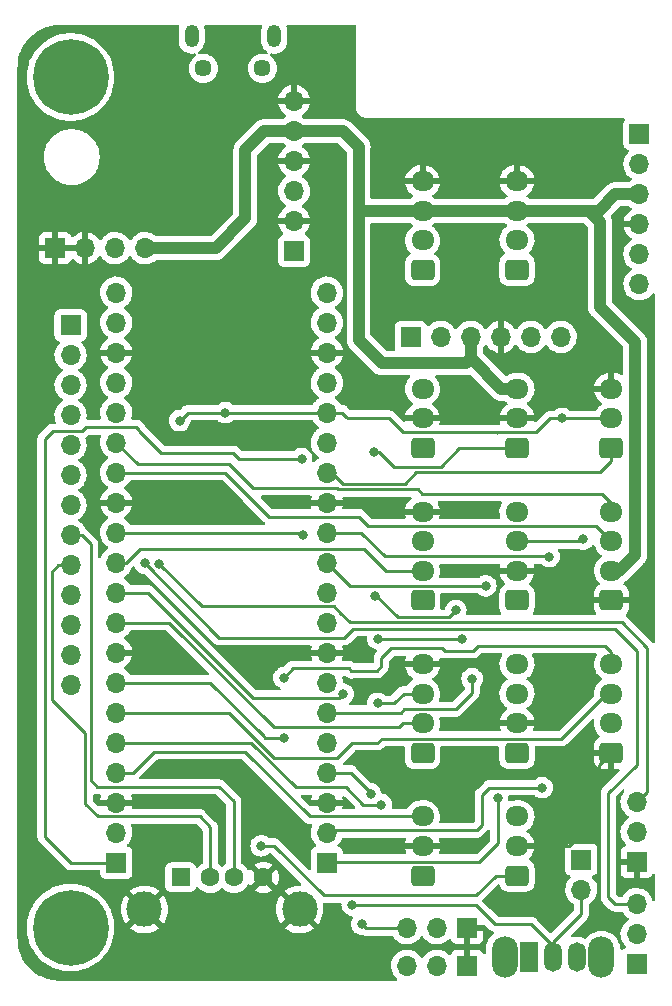
<source format=gbr>
%TF.GenerationSoftware,KiCad,Pcbnew,6.0.11-2627ca5db0~126~ubuntu20.04.1*%
%TF.CreationDate,2023-03-20T13:17:59+01:00*%
%TF.ProjectId,mirte_combination,6d697274-655f-4636-9f6d-62696e617469,rev?*%
%TF.SameCoordinates,Original*%
%TF.FileFunction,Copper,L2,Bot*%
%TF.FilePolarity,Positive*%
%FSLAX46Y46*%
G04 Gerber Fmt 4.6, Leading zero omitted, Abs format (unit mm)*
G04 Created by KiCad (PCBNEW 6.0.11-2627ca5db0~126~ubuntu20.04.1) date 2023-03-20 13:17:59*
%MOMM*%
%LPD*%
G01*
G04 APERTURE LIST*
G04 Aperture macros list*
%AMRoundRect*
0 Rectangle with rounded corners*
0 $1 Rounding radius*
0 $2 $3 $4 $5 $6 $7 $8 $9 X,Y pos of 4 corners*
0 Add a 4 corners polygon primitive as box body*
4,1,4,$2,$3,$4,$5,$6,$7,$8,$9,$2,$3,0*
0 Add four circle primitives for the rounded corners*
1,1,$1+$1,$2,$3*
1,1,$1+$1,$4,$5*
1,1,$1+$1,$6,$7*
1,1,$1+$1,$8,$9*
0 Add four rect primitives between the rounded corners*
20,1,$1+$1,$2,$3,$4,$5,0*
20,1,$1+$1,$4,$5,$6,$7,0*
20,1,$1+$1,$6,$7,$8,$9,0*
20,1,$1+$1,$8,$9,$2,$3,0*%
G04 Aperture macros list end*
%TA.AperFunction,ComponentPad*%
%ADD10RoundRect,0.250000X0.725000X-0.600000X0.725000X0.600000X-0.725000X0.600000X-0.725000X-0.600000X0*%
%TD*%
%TA.AperFunction,ComponentPad*%
%ADD11O,1.950000X1.700000*%
%TD*%
%TA.AperFunction,ComponentPad*%
%ADD12C,6.400000*%
%TD*%
%TA.AperFunction,ComponentPad*%
%ADD13R,1.700000X1.700000*%
%TD*%
%TA.AperFunction,ComponentPad*%
%ADD14O,1.700000X1.700000*%
%TD*%
%TA.AperFunction,ComponentPad*%
%ADD15O,2.200000X3.500000*%
%TD*%
%TA.AperFunction,ComponentPad*%
%ADD16R,1.500000X2.500000*%
%TD*%
%TA.AperFunction,ComponentPad*%
%ADD17O,1.500000X2.500000*%
%TD*%
%TA.AperFunction,ComponentPad*%
%ADD18C,1.450000*%
%TD*%
%TA.AperFunction,ComponentPad*%
%ADD19O,1.200000X1.900000*%
%TD*%
%TA.AperFunction,ComponentPad*%
%ADD20R,1.600000X1.500000*%
%TD*%
%TA.AperFunction,ComponentPad*%
%ADD21C,1.600000*%
%TD*%
%TA.AperFunction,ComponentPad*%
%ADD22C,3.000000*%
%TD*%
%TA.AperFunction,ViaPad*%
%ADD23C,0.800000*%
%TD*%
%TA.AperFunction,Conductor*%
%ADD24C,0.250000*%
%TD*%
%TA.AperFunction,Conductor*%
%ADD25C,1.000000*%
%TD*%
G04 APERTURE END LIST*
D10*
%TO.P,J9,1,Pin_1*%
%TO.N,5V*%
X134800000Y-122600000D03*
D11*
%TO.P,J9,2,Pin_2*%
%TO.N,D_GND*%
X134800000Y-120100000D03*
%TO.P,J9,3,Pin_3*%
%TO.N,GP13*%
X134800000Y-117600000D03*
%TD*%
D12*
%TO.P,REF\u002A\u002A,1*%
%TO.N,N/C*%
X105000000Y-127000000D03*
%TD*%
D13*
%TO.P,J4,1,Pin_1*%
%TO.N,GP15*%
X108871000Y-121500000D03*
D14*
%TO.P,J4,2,Pin_2*%
%TO.N,GP14*%
X108871000Y-118960000D03*
%TO.P,J4,3,Pin_3*%
%TO.N,D_GND*%
X108871000Y-116420000D03*
%TO.P,J4,4,Pin_4*%
%TO.N,GP13*%
X108871000Y-113880000D03*
%TO.P,J4,5,Pin_5*%
%TO.N,GP12*%
X108871000Y-111340000D03*
%TO.P,J4,6,Pin_6*%
%TO.N,GP11*%
X108871000Y-108800000D03*
%TO.P,J4,7,Pin_7*%
%TO.N,GP10*%
X108871000Y-106260000D03*
%TO.P,J4,8,Pin_8*%
%TO.N,D_GND*%
X108871000Y-103720000D03*
%TO.P,J4,9,Pin_9*%
%TO.N,GP9*%
X108871000Y-101180000D03*
%TO.P,J4,10,Pin_10*%
%TO.N,GP8*%
X108871000Y-98640000D03*
%TO.P,J4,11,Pin_11*%
%TO.N,GP7*%
X108871000Y-96100000D03*
%TO.P,J4,12,Pin_12*%
%TO.N,GP6*%
X108871000Y-93560000D03*
%TO.P,J4,13,Pin_13*%
%TO.N,D_GND*%
X108871000Y-91020000D03*
%TO.P,J4,14,Pin_14*%
%TO.N,GP5*%
X108871000Y-88480000D03*
%TO.P,J4,15,Pin_15*%
%TO.N,GP4*%
X108871000Y-85940000D03*
%TO.P,J4,16,Pin_16*%
%TO.N,GP3*%
X108871000Y-83400000D03*
%TO.P,J4,17,Pin_17*%
%TO.N,GP2*%
X108871000Y-80860000D03*
%TO.P,J4,18,Pin_18*%
%TO.N,D_GND*%
X108871000Y-78320000D03*
%TO.P,J4,19,Pin_19*%
%TO.N,GP1*%
X108871000Y-75780000D03*
%TO.P,J4,20,Pin_20*%
%TO.N,GP0*%
X108871000Y-73240000D03*
%TD*%
D13*
%TO.P,J1,1,Pin_1*%
%TO.N,D_GND*%
X138575000Y-127050000D03*
D14*
%TO.P,J1,2,Pin_2*%
%TO.N,5V*%
X136035000Y-127050000D03*
%TO.P,J1,3,Pin_3*%
%TO.N,GP12*%
X133495000Y-127050000D03*
%TD*%
D10*
%TO.P,J14,1,Pin_1*%
%TO.N,3V3*%
X142800000Y-112200000D03*
D11*
%TO.P,J14,2,Pin_2*%
%TO.N,D_GND*%
X142800000Y-109700000D03*
%TO.P,J14,3,Pin_3*%
%TO.N,GP17*%
X142800000Y-107200000D03*
%TO.P,J14,4,Pin_4*%
%TO.N,GP27*%
X142800000Y-104700000D03*
%TD*%
D10*
%TO.P,J10,1,Pin_1*%
%TO.N,3V3*%
X142800000Y-99300000D03*
D11*
%TO.P,J10,2,Pin_2*%
%TO.N,D_GND*%
X142800000Y-96800000D03*
%TO.P,J10,3,Pin_3*%
%TO.N,GP16*%
X142800000Y-94300000D03*
%TO.P,J10,4,Pin_4*%
%TO.N,GP26*%
X142800000Y-91800000D03*
%TD*%
D10*
%TO.P,J12,1,Pin_1*%
%TO.N,5V*%
X134800000Y-86400000D03*
D11*
%TO.P,J12,2,Pin_2*%
%TO.N,D_GND*%
X134800000Y-83900000D03*
%TO.P,J12,3,Pin_3*%
%TO.N,GP12*%
X134800000Y-81400000D03*
%TD*%
D10*
%TO.P,J24,1,Pin_1*%
%TO.N,GP20*%
X142800000Y-71304000D03*
D11*
%TO.P,J24,2,Pin_2*%
%TO.N,GP21*%
X142800000Y-68804000D03*
%TO.P,J24,3,Pin_3*%
%TO.N,5V*%
X142800000Y-66304000D03*
%TO.P,J24,4,Pin_4*%
%TO.N,D_GND*%
X142800000Y-63804000D03*
%TD*%
D13*
%TO.P,J18,1,Pin_1*%
%TO.N,GP26*%
X153170000Y-59820000D03*
D14*
%TO.P,J18,2,Pin_2*%
%TO.N,GP16*%
X153170000Y-62360000D03*
%TO.P,J18,3,Pin_3*%
%TO.N,5V*%
X153170000Y-64900000D03*
%TO.P,J18,4,Pin_4*%
%TO.N,D_GND*%
X153170000Y-67440000D03*
%TO.P,J18,5,Pin_5*%
%TO.N,GP27*%
X153170000Y-69980000D03*
%TO.P,J18,6,Pin_6*%
%TO.N,GP17*%
X153170000Y-72520000D03*
%TD*%
D13*
%TO.P,J19,1,Pin_1*%
%TO.N,D_GND*%
X152925000Y-121450000D03*
D14*
%TO.P,J19,2,Pin_2*%
%TO.N,5V*%
X152925000Y-118910000D03*
%TO.P,J19,3,Pin_3*%
%TO.N,GP2*%
X152925000Y-116370000D03*
%TD*%
D13*
%TO.P,J2,1,Pin_1*%
%TO.N,GP16*%
X126701400Y-121500000D03*
D14*
%TO.P,J2,2,Pin_2*%
%TO.N,GP17*%
X126701400Y-118960000D03*
%TO.P,J2,3,Pin_3*%
%TO.N,D_GND*%
X126701400Y-116420000D03*
%TO.P,J2,4,Pin_4*%
%TO.N,GP18*%
X126701400Y-113880000D03*
%TO.P,J2,5,Pin_5*%
%TO.N,GP19*%
X126701400Y-111340000D03*
%TO.P,J2,6,Pin_6*%
%TO.N,GP20*%
X126701400Y-108800000D03*
%TO.P,J2,7,Pin_7*%
%TO.N,GP21*%
X126701400Y-106260000D03*
%TO.P,J2,8,Pin_8*%
%TO.N,D_GND*%
X126701400Y-103720000D03*
%TO.P,J2,9,Pin_9*%
%TO.N,GP22*%
X126701400Y-101180000D03*
%TO.P,J2,10,Pin_10*%
%TO.N,RUN*%
X126701400Y-98640000D03*
%TO.P,J2,11,Pin_11*%
%TO.N,GP26*%
X126701400Y-96100000D03*
%TO.P,J2,12,Pin_12*%
%TO.N,GP27*%
X126701400Y-93560000D03*
%TO.P,J2,13,Pin_13*%
%TO.N,D_GND*%
X126701400Y-91020000D03*
%TO.P,J2,14,Pin_14*%
%TO.N,GP28*%
X126701400Y-88480000D03*
%TO.P,J2,15,Pin_15*%
%TO.N,AREF*%
X126701400Y-85940000D03*
%TO.P,J2,16,Pin_16*%
%TO.N,3V3*%
X126701400Y-83400000D03*
%TO.P,J2,17,Pin_17*%
%TO.N,EN*%
X126701400Y-80860000D03*
%TO.P,J2,18,Pin_18*%
%TO.N,D_GND*%
X126701400Y-78320000D03*
%TO.P,J2,19,Pin_19*%
%TO.N,VSYS*%
X126701400Y-75780000D03*
%TO.P,J2,20,Pin_20*%
%TO.N,VBUS*%
X126701400Y-73240000D03*
%TD*%
D10*
%TO.P,J21,1,Pin_1*%
%TO.N,ENC2*%
X142800000Y-122600000D03*
D11*
%TO.P,J21,2,Pin_2*%
%TO.N,D_GND*%
X142800000Y-120100000D03*
%TO.P,J21,3,Pin_3*%
%TO.N,5V*%
X142800000Y-117600000D03*
%TD*%
D10*
%TO.P,J7,1,Pin_1*%
%TO.N,GP28*%
X150800000Y-86400000D03*
D11*
%TO.P,J7,2,Pin_2*%
%TO.N,3V3*%
X150800000Y-83900000D03*
%TO.P,J7,3,Pin_3*%
%TO.N,D_GND*%
X150800000Y-81400000D03*
%TD*%
D13*
%TO.P,J3,1,Pin_1*%
%TO.N,D_GND*%
X138575000Y-130225000D03*
D14*
%TO.P,J3,2,Pin_2*%
%TO.N,5V*%
X136035000Y-130225000D03*
%TO.P,J3,3,Pin_3*%
%TO.N,GP13*%
X133495000Y-130225000D03*
%TD*%
D10*
%TO.P,J25,1,Pin_1*%
%TO.N,5V*%
X134800000Y-112200000D03*
D11*
%TO.P,J25,2,Pin_2*%
%TO.N,GP9*%
X134800000Y-109700000D03*
%TO.P,J25,3,Pin_3*%
%TO.N,ECHO2*%
X134800000Y-107200000D03*
%TO.P,J25,4,Pin_4*%
%TO.N,D_GND*%
X134800000Y-104700000D03*
%TD*%
D10*
%TO.P,J23,1,Pin_1*%
%TO.N,GP18*%
X134800000Y-71314000D03*
D11*
%TO.P,J23,2,Pin_2*%
%TO.N,GP19*%
X134800000Y-68814000D03*
%TO.P,J23,3,Pin_3*%
%TO.N,5V*%
X134800000Y-66314000D03*
%TO.P,J23,4,Pin_4*%
%TO.N,D_GND*%
X134800000Y-63814000D03*
%TD*%
D10*
%TO.P,J28,1,Pin_1*%
%TO.N,D_GND*%
X150800000Y-112200000D03*
D11*
%TO.P,J28,2,Pin_2*%
%TO.N,5V*%
X150800000Y-109700000D03*
%TO.P,J28,3,Pin_3*%
%TO.N,GP11*%
X150800000Y-107200000D03*
%TO.P,J28,4,Pin_4*%
%TO.N,GP10*%
X150800000Y-104700000D03*
%TD*%
D13*
%TO.P,J37,1,Pin_1*%
%TO.N,5V*%
X148250000Y-121250000D03*
D14*
%TO.P,J37,2,Pin_2*%
%TO.N,Gate_V*%
X148250000Y-123790000D03*
%TD*%
D10*
%TO.P,J30,1,Pin_1*%
%TO.N,D_GND*%
X150800000Y-99300000D03*
D11*
%TO.P,J30,2,Pin_2*%
%TO.N,5V*%
X150800000Y-96800000D03*
%TO.P,J30,3,Pin_3*%
%TO.N,GP5*%
X150800000Y-94300000D03*
%TO.P,J30,4,Pin_4*%
%TO.N,GP4*%
X150800000Y-91800000D03*
%TD*%
D13*
%TO.P,J11,1,Pin_1*%
%TO.N,unconnected-(J11-Pad1)*%
X105000000Y-76000000D03*
D14*
%TO.P,J11,2,Pin_2*%
%TO.N,unconnected-(J11-Pad2)*%
X105000000Y-78540000D03*
%TO.P,J11,3,Pin_3*%
%TO.N,unconnected-(J11-Pad3)*%
X105000000Y-81080000D03*
%TO.P,J11,4,Pin_4*%
%TO.N,unconnected-(J11-Pad4)*%
X105000000Y-83620000D03*
%TO.P,J11,5,Pin_5*%
%TO.N,unconnected-(J11-Pad5)*%
X105000000Y-86160000D03*
%TO.P,J11,6,Pin_6*%
%TO.N,lineoutl*%
X105000000Y-88700000D03*
%TO.P,J11,7,Pin_7*%
%TO.N,unconnected-(J11-Pad7)*%
X105000000Y-91240000D03*
%TO.P,J11,8,Pin_8*%
%TO.N,usb-dp3*%
X105000000Y-93780000D03*
%TO.P,J11,9,Pin_9*%
%TO.N,usb-dm3*%
X105000000Y-96320000D03*
%TO.P,J11,10,Pin_10*%
%TO.N,D+*%
X105000000Y-98860000D03*
%TO.P,J11,11,Pin_11*%
%TO.N,D-*%
X105000000Y-101400000D03*
%TO.P,J11,12,Pin_12*%
%TO.N,D_GND*%
X105000000Y-103940000D03*
%TO.P,J11,13,Pin_13*%
%TO.N,5V*%
X105000000Y-106480000D03*
%TD*%
D10*
%TO.P,J26,1,Pin_1*%
%TO.N,ENC1*%
X142800000Y-86400000D03*
D11*
%TO.P,J26,2,Pin_2*%
%TO.N,D_GND*%
X142800000Y-83900000D03*
%TO.P,J26,3,Pin_3*%
%TO.N,5V*%
X142800000Y-81400000D03*
%TD*%
D15*
%TO.P,SW1,*%
%TO.N,*%
X141750000Y-129525000D03*
X149950000Y-129525000D03*
D16*
%TO.P,SW1,1*%
%TO.N,5V*%
X143850000Y-129525000D03*
D17*
%TO.P,SW1,2*%
%TO.N,Gate_V*%
X145850000Y-129525000D03*
%TO.P,SW1,3*%
%TO.N,N/C*%
X147850000Y-129525000D03*
%TD*%
D13*
%TO.P,J17,1,Pin_1*%
%TO.N,GP18*%
X133800000Y-77000000D03*
D14*
%TO.P,J17,2,Pin_2*%
%TO.N,GP19*%
X136340000Y-77000000D03*
%TO.P,J17,3,Pin_3*%
%TO.N,5V*%
X138880000Y-77000000D03*
%TO.P,J17,4,Pin_4*%
%TO.N,D_GND*%
X141420000Y-77000000D03*
%TO.P,J17,5,Pin_5*%
%TO.N,GP20*%
X143960000Y-77000000D03*
%TO.P,J17,6,Pin_6*%
%TO.N,GP21*%
X146500000Y-77000000D03*
%TD*%
D18*
%TO.P,J34,6,Shield*%
%TO.N,GND*%
X116250000Y-54250000D03*
X121250000Y-54250000D03*
D19*
X122250000Y-51550000D03*
X115250000Y-51550000D03*
%TD*%
D20*
%TO.P,J35,1,VBUS*%
%TO.N,5V*%
X114330000Y-122750000D03*
D21*
%TO.P,J35,2,D-*%
%TO.N,usb-dm3*%
X116830000Y-122750000D03*
%TO.P,J35,3,D+*%
%TO.N,usb-dp3*%
X118830000Y-122750000D03*
%TO.P,J35,4,GND*%
%TO.N,D_GND*%
X121330000Y-122750000D03*
D22*
%TO.P,J35,5,Shield*%
X124400000Y-125460000D03*
X111260000Y-125460000D03*
%TD*%
D12*
%TO.P,REF\u002A\u002A,1*%
%TO.N,N/C*%
X105000000Y-55000000D03*
%TD*%
D10*
%TO.P,J20,1,Pin_1*%
%TO.N,5V*%
X134800000Y-99300000D03*
D11*
%TO.P,J20,2,Pin_2*%
%TO.N,GP7*%
X134800000Y-96800000D03*
%TO.P,J20,3,Pin_3*%
%TO.N,ECHO1*%
X134800000Y-94300000D03*
%TO.P,J20,4,Pin_4*%
%TO.N,D_GND*%
X134800000Y-91800000D03*
%TD*%
D13*
%TO.P,J8,1,Pin_1*%
%TO.N,3V3*%
X123925000Y-69721400D03*
D14*
%TO.P,J8,2,Pin_2*%
%TO.N,D_GND*%
X123925000Y-67181400D03*
%TO.P,J8,3,Pin_3*%
%TO.N,GP22*%
X123925000Y-64641400D03*
%TO.P,J8,4,Pin_4*%
%TO.N,D_GND*%
X123925000Y-62101400D03*
%TO.P,J8,5,Pin_5*%
%TO.N,5V*%
X123925000Y-59561400D03*
%TO.P,J8,6,Pin_6*%
%TO.N,D_GND*%
X123925000Y-57021400D03*
%TD*%
D13*
%TO.P,J33,1,Pin_1*%
%TO.N,D_GND*%
X103700000Y-69475000D03*
D14*
%TO.P,J33,2,Pin_2*%
X106240000Y-69475000D03*
%TO.P,J33,3,Pin_3*%
%TO.N,lineoutl*%
X108780000Y-69475000D03*
%TO.P,J33,4,Pin_4*%
%TO.N,5V*%
X111320000Y-69475000D03*
%TD*%
D13*
%TO.P,J27,1,Pin_1*%
%TO.N,D_GND*%
X152925000Y-130100000D03*
D14*
%TO.P,J27,2,Pin_2*%
%TO.N,5V*%
X152925000Y-127560000D03*
%TO.P,J27,3,Pin_3*%
%TO.N,GP3*%
X152925000Y-125020000D03*
%TD*%
D23*
%TO.N,GP26*%
X140157200Y-98069400D03*
%TO.N,GP27*%
X145525000Y-95600000D03*
%TO.N,D_GND*%
X116770000Y-91070000D03*
X113975000Y-103475000D03*
X119300000Y-103575000D03*
X145900000Y-109675000D03*
X112600000Y-58800000D03*
X139125000Y-120250000D03*
X145900000Y-112300000D03*
%TO.N,GP16*%
X141150000Y-116050000D03*
X148390000Y-94120000D03*
%TO.N,GP17*%
X144925000Y-115150000D03*
%TO.N,GP18*%
X130400000Y-115675000D03*
%TO.N,GP20*%
X139000000Y-105930000D03*
%TO.N,GP21*%
X131025500Y-102550000D03*
X138125000Y-102550000D03*
%TO.N,3V3*%
X118105000Y-83415000D03*
X146625000Y-83900000D03*
X114230000Y-84090000D03*
%TO.N,GP15*%
X124570000Y-87305000D03*
%TO.N,GP12*%
X131312500Y-116587500D03*
X129650000Y-126700000D03*
%TO.N,GP10*%
X123063000Y-105838000D03*
X123063000Y-110921800D03*
%TO.N,GP8*%
X128075000Y-107225000D03*
%TO.N,GP6*%
X124675000Y-93750000D03*
%TO.N,GP3*%
X111275000Y-96150000D03*
%TO.N,GP2*%
X112500000Y-96200000D03*
%TO.N,ENC2*%
X121140000Y-120080000D03*
%TO.N,ENC1*%
X130725000Y-86750000D03*
%TO.N,ECHO1*%
X137625000Y-100150000D03*
X130775000Y-98900000D03*
%TO.N,ECHO2*%
X131000000Y-108025000D03*
%TO.N,Gate_V*%
X128850000Y-125100000D03*
%TD*%
D24*
%TO.N,GP26*%
X128645400Y-98044000D02*
X126701400Y-96100000D01*
X140131800Y-98044000D02*
X128645400Y-98044000D01*
X140157200Y-98069400D02*
X140131800Y-98044000D01*
%TO.N,GP27*%
X139749600Y-95579000D02*
X134748200Y-95579000D01*
X134748200Y-95579000D02*
X134747000Y-95580200D01*
X129577200Y-93560000D02*
X126701400Y-93560000D01*
X134747000Y-95580200D02*
X131597400Y-95580200D01*
X139749600Y-95579000D02*
X145504000Y-95579000D01*
X145504000Y-95579000D02*
X145525000Y-95600000D01*
X126701400Y-93560000D02*
X127182400Y-93079000D01*
X131597400Y-95580200D02*
X129577200Y-93560000D01*
%TO.N,GP28*%
X127155000Y-88480000D02*
X128100000Y-89425000D01*
X150906000Y-86914200D02*
X150906000Y-86360000D01*
X149825000Y-88475000D02*
X150800000Y-87500000D01*
X127101400Y-88080000D02*
X126701400Y-88480000D01*
X150800000Y-87500000D02*
X150800000Y-86400000D01*
X134225000Y-88475000D02*
X149825000Y-88475000D01*
X128100000Y-89425000D02*
X133275000Y-89425000D01*
X126701400Y-88480000D02*
X127155000Y-88480000D01*
X133275000Y-89425000D02*
X134225000Y-88475000D01*
%TO.N,D_GND*%
X147225000Y-120100000D02*
X149725000Y-117600000D01*
X149725000Y-113275000D02*
X150800000Y-112200000D01*
X126701400Y-103720000D02*
X125946800Y-103720000D01*
X149725000Y-117600000D02*
X149725000Y-113275000D01*
X142800000Y-120100000D02*
X147225000Y-120100000D01*
%TO.N,GP16*%
X141150000Y-116050000D02*
X141150000Y-119875000D01*
X142800000Y-94300000D02*
X148210000Y-94300000D01*
X126776400Y-121425000D02*
X126701400Y-121500000D01*
X148210000Y-94300000D02*
X148390000Y-94120000D01*
X139600000Y-121425000D02*
X126776400Y-121425000D01*
X141150000Y-119875000D02*
X139600000Y-121425000D01*
%TO.N,GP17*%
X139850000Y-115750000D02*
X140450000Y-115150000D01*
X139850000Y-118300000D02*
X139850000Y-115750000D01*
X126886400Y-118775000D02*
X139375000Y-118775000D01*
X140450000Y-115150000D02*
X144925000Y-115150000D01*
X126701400Y-118960000D02*
X126886400Y-118775000D01*
X139375000Y-118775000D02*
X139850000Y-118300000D01*
%TO.N,GP18*%
X126701400Y-113880000D02*
X128705000Y-113880000D01*
X130400000Y-115575000D02*
X130400000Y-115675000D01*
X128705000Y-113880000D02*
X130400000Y-115575000D01*
%TO.N,GP20*%
X139000000Y-107125000D02*
X137600000Y-108525000D01*
X139000000Y-105930000D02*
X139000000Y-107125000D01*
X132955400Y-108800000D02*
X126701400Y-108800000D01*
X137600000Y-108525000D02*
X133230400Y-108525000D01*
X133230400Y-108525000D02*
X132955400Y-108800000D01*
%TO.N,GP21*%
X131025500Y-102550000D02*
X138125000Y-102550000D01*
%TO.N,3V3*%
X128450000Y-83850000D02*
X131975000Y-83850000D01*
X144450000Y-85075000D02*
X140600000Y-85075000D01*
X131975000Y-83850000D02*
X133100000Y-84975000D01*
X146625000Y-83900000D02*
X145625000Y-83900000D01*
X126701400Y-83400000D02*
X118120000Y-83400000D01*
X128350000Y-83750000D02*
X128450000Y-83850000D01*
X126701400Y-83400000D02*
X128000000Y-83400000D01*
X114905000Y-83415000D02*
X114230000Y-84090000D01*
X126701400Y-83400000D02*
X126956400Y-83145000D01*
X118105000Y-83415000D02*
X114905000Y-83415000D01*
X141100000Y-85075000D02*
X141125000Y-85100000D01*
X118120000Y-83400000D02*
X118105000Y-83415000D01*
X140600000Y-85075000D02*
X141100000Y-85075000D01*
X133100000Y-85000000D02*
X133175000Y-85075000D01*
X145625000Y-83900000D02*
X144450000Y-85075000D01*
X133100000Y-84975000D02*
X133100000Y-85000000D01*
X150800000Y-83900000D02*
X146625000Y-83900000D01*
X128000000Y-83400000D02*
X128350000Y-83750000D01*
X133175000Y-85075000D02*
X140600000Y-85075000D01*
D25*
%TO.N,5V*%
X119800000Y-66950000D02*
X119800000Y-61150000D01*
X129387600Y-60909200D02*
X129387600Y-66649600D01*
D24*
X134296800Y-99815000D02*
X135001000Y-99110800D01*
D25*
X119800000Y-61150000D02*
X121388600Y-59561400D01*
X131360000Y-79210000D02*
X134630000Y-79210000D01*
X149716000Y-66304000D02*
X151120000Y-64900000D01*
X129723200Y-66314000D02*
X129387600Y-66649600D01*
X128039800Y-59561400D02*
X129387600Y-60909200D01*
X129387600Y-77237600D02*
X131360000Y-79210000D01*
X150800000Y-96800000D02*
X151452300Y-96800000D01*
X121388600Y-59561400D02*
X123925000Y-59561400D01*
X117275000Y-69475000D02*
X119800000Y-66950000D01*
X149809200Y-74447400D02*
X149809200Y-67229200D01*
X129387600Y-66649600D02*
X129387600Y-77237600D01*
X152825000Y-77463200D02*
X149809200Y-74447400D01*
X151452300Y-96800000D02*
X152825000Y-95427300D01*
X138880000Y-77000000D02*
X138880000Y-78800000D01*
X123925000Y-59561400D02*
X128039800Y-59561400D01*
X141480000Y-81400000D02*
X138880000Y-78800000D01*
X134630000Y-79210000D02*
X138470000Y-79210000D01*
X134800000Y-66314000D02*
X142790000Y-66314000D01*
X148884000Y-66304000D02*
X142800000Y-66304000D01*
X152825000Y-95427300D02*
X152825000Y-77463200D01*
X148884000Y-66304000D02*
X149716000Y-66304000D01*
X138880000Y-78800000D02*
X138470000Y-79210000D01*
X142790000Y-66314000D02*
X142800000Y-66304000D01*
X111320000Y-69475000D02*
X117275000Y-69475000D01*
X134800000Y-66314000D02*
X129723200Y-66314000D01*
X151120000Y-64900000D02*
X153170000Y-64900000D01*
X148250000Y-120975000D02*
X148250000Y-121250000D01*
X142800000Y-81400000D02*
X141480000Y-81400000D01*
X149809200Y-67229200D02*
X148884000Y-66304000D01*
D24*
%TO.N,GP4*%
X134400000Y-89875000D02*
X127650000Y-89875000D01*
X127550000Y-89775000D02*
X120427600Y-89775000D01*
X150800000Y-91800000D02*
X150800000Y-91033800D01*
X120427600Y-89775000D02*
X120426300Y-89776300D01*
X150037800Y-90271600D02*
X134796600Y-90271600D01*
X150800000Y-91033800D02*
X150037800Y-90271600D01*
X120426300Y-89776300D02*
X118400000Y-87750000D01*
X134796600Y-90271600D02*
X134400000Y-89875000D01*
X110681000Y-87750000D02*
X108871000Y-85940000D01*
X127650000Y-89875000D02*
X127550000Y-89775000D01*
X118400000Y-87750000D02*
X110681000Y-87750000D01*
%TO.N,GP5*%
X150800000Y-94100000D02*
X150800000Y-94300000D01*
X149525000Y-93025000D02*
X150800000Y-94300000D01*
X118096400Y-88480000D02*
X121818400Y-92202000D01*
X129402000Y-92202000D02*
X130225000Y-93025000D01*
X130225000Y-93025000D02*
X133925000Y-93025000D01*
X150794400Y-94254000D02*
X150876000Y-94254000D01*
X108871000Y-88480000D02*
X118096400Y-88480000D01*
X133925000Y-93025000D02*
X149525000Y-93025000D01*
X121818400Y-92202000D02*
X129402000Y-92202000D01*
%TO.N,GP15*%
X105000000Y-121500000D02*
X108871000Y-121500000D01*
X102825000Y-85650000D02*
X102825000Y-119325000D01*
X102825000Y-119325000D02*
X105000000Y-121500000D01*
X119230000Y-87305000D02*
X118750000Y-86825000D01*
X110800000Y-84925000D02*
X110800000Y-84900000D01*
X106300000Y-84625000D02*
X105950000Y-84975000D01*
X103500000Y-84975000D02*
X102825000Y-85650000D01*
X118750000Y-86825000D02*
X112700000Y-86825000D01*
X105950000Y-84975000D02*
X103500000Y-84975000D01*
X110525000Y-84625000D02*
X106300000Y-84625000D01*
X124570000Y-87305000D02*
X119230000Y-87305000D01*
X112700000Y-86825000D02*
X110800000Y-84925000D01*
X110800000Y-84900000D02*
X110525000Y-84625000D01*
%TO.N,GP13*%
X125260000Y-117600000D02*
X134800000Y-117600000D01*
X125260000Y-117600000D02*
X119800000Y-112140000D01*
X110310000Y-113880000D02*
X108871000Y-113880000D01*
X112050000Y-112140000D02*
X110310000Y-113880000D01*
X119800000Y-112140000D02*
X112050000Y-112140000D01*
%TO.N,GP12*%
X129787500Y-116587500D02*
X128312800Y-115112800D01*
X120304804Y-111340000D02*
X108871000Y-111340000D01*
X133495000Y-127050000D02*
X130000000Y-127050000D01*
X124077604Y-115112800D02*
X120304804Y-111340000D01*
X131312500Y-116587500D02*
X129787500Y-116587500D01*
X128312800Y-115112800D02*
X124077604Y-115112800D01*
X130000000Y-127050000D02*
X129650000Y-126700000D01*
%TO.N,GP11*%
X130975000Y-111375000D02*
X131350000Y-111000000D01*
X128825000Y-111375000D02*
X130975000Y-111375000D01*
X150375000Y-107200000D02*
X150800000Y-107200000D01*
X131550000Y-111025000D02*
X146550000Y-111025000D01*
X127550000Y-112650000D02*
X128825000Y-111375000D01*
X131350000Y-111000000D02*
X131525000Y-111000000D01*
X118401200Y-108800000D02*
X122251200Y-112650000D01*
X122251200Y-112650000D02*
X127550000Y-112650000D01*
X108871000Y-108800000D02*
X118401200Y-108800000D01*
X146550000Y-111025000D02*
X150375000Y-107200000D01*
X150362600Y-107208000D02*
X150889000Y-107208000D01*
X131525000Y-111000000D02*
X131550000Y-111025000D01*
%TO.N,GP10*%
X123063000Y-105838000D02*
X123063000Y-105587000D01*
X123851000Y-105050000D02*
X128550000Y-105050000D01*
X150800000Y-104700000D02*
X150800000Y-103700000D01*
X139525000Y-103125000D02*
X139075000Y-103575000D01*
X131300000Y-104900000D02*
X130925000Y-105275000D01*
X108871000Y-106260000D02*
X116826400Y-106260000D01*
X116826400Y-106260000D02*
X121285000Y-110718600D01*
X150800000Y-103700000D02*
X150225000Y-103125000D01*
X123063000Y-105838000D02*
X123851000Y-105050000D01*
X150225000Y-103125000D02*
X139525000Y-103125000D01*
X128800000Y-105275000D02*
X128787500Y-105287500D01*
X132150000Y-103350000D02*
X131300000Y-104200000D01*
X121488200Y-110921800D02*
X123063000Y-110921800D01*
X139075000Y-103575000D02*
X136675000Y-103575000D01*
X121285000Y-110718600D02*
X121488200Y-110921800D01*
X136675000Y-103575000D02*
X136450000Y-103350000D01*
X150889000Y-104178400D02*
X150889000Y-104708000D01*
X131300000Y-104200000D02*
X131300000Y-104900000D01*
X128550000Y-105050000D02*
X128787500Y-105287500D01*
X130925000Y-105275000D02*
X128800000Y-105275000D01*
X136450000Y-103350000D02*
X132150000Y-103350000D01*
%TO.N,GP9*%
X122191200Y-110050000D02*
X113321200Y-101180000D01*
X132825000Y-110050000D02*
X122191200Y-110050000D01*
X113321200Y-101180000D02*
X108871000Y-101180000D01*
X133175000Y-109700000D02*
X132825000Y-110050000D01*
X134800000Y-109700000D02*
X133175000Y-109700000D01*
%TO.N,GP8*%
X111540000Y-98640000D02*
X108871000Y-98640000D01*
X128075000Y-107225000D02*
X127750000Y-107550000D01*
X120450000Y-107550000D02*
X111540000Y-98640000D01*
X127750000Y-107550000D02*
X120450000Y-107550000D01*
%TO.N,GP7*%
X131725000Y-96800000D02*
X134800000Y-96800000D01*
X129850000Y-94925000D02*
X130037500Y-95112500D01*
X109675000Y-96100000D02*
X110850000Y-94925000D01*
X130037500Y-95112500D02*
X131725000Y-96800000D01*
X108871000Y-96100000D02*
X109675000Y-96100000D01*
X110850000Y-94925000D02*
X129850000Y-94925000D01*
%TO.N,GP6*%
X124485000Y-93560000D02*
X124675000Y-93750000D01*
X108871000Y-93560000D02*
X124485000Y-93560000D01*
%TO.N,GP3*%
X152925000Y-125020000D02*
X151120000Y-125020000D01*
X152925000Y-113200000D02*
X152925000Y-103550000D01*
X151075000Y-101700000D02*
X128925000Y-101700000D01*
X128925000Y-101700000D02*
X128150000Y-102475000D01*
X151120000Y-125020000D02*
X150525000Y-124425000D01*
X117600000Y-102475000D02*
X111275000Y-96150000D01*
X150525000Y-124425000D02*
X150525000Y-115600000D01*
X152925000Y-103550000D02*
X151075000Y-101700000D01*
X150525000Y-115600000D02*
X152925000Y-113200000D01*
X118600000Y-102475000D02*
X117600000Y-102475000D01*
X128150000Y-102475000D02*
X117650000Y-102475000D01*
%TO.N,GP2*%
X127315000Y-99815000D02*
X116490000Y-99815000D01*
X128675000Y-101175000D02*
X128537500Y-101037500D01*
X127850000Y-100350000D02*
X127315000Y-99815000D01*
X153775000Y-103300000D02*
X151650000Y-101175000D01*
X116115000Y-99815000D02*
X112500000Y-96200000D01*
X116490000Y-99815000D02*
X116115000Y-99815000D01*
X153775000Y-115520000D02*
X153775000Y-103300000D01*
X152925000Y-116370000D02*
X153775000Y-115520000D01*
X128537500Y-101037500D02*
X127850000Y-100350000D01*
X151650000Y-101175000D02*
X128675000Y-101175000D01*
%TO.N,usb-dm3*%
X103403400Y-107721400D02*
X106255400Y-110573400D01*
X103403400Y-96896600D02*
X103403400Y-97946600D01*
X115920000Y-117595000D02*
X116830000Y-118505000D01*
X103403400Y-97946600D02*
X103403400Y-97446600D01*
X106255400Y-116530400D02*
X107320000Y-117595000D01*
X106255400Y-110573400D02*
X106255400Y-116530400D01*
X103403400Y-97946600D02*
X103403400Y-107721400D01*
X116830000Y-118505000D02*
X116830000Y-122750000D01*
X103980000Y-96320000D02*
X103403400Y-96896600D01*
X105000000Y-96320000D02*
X103980000Y-96320000D01*
X107320000Y-117595000D02*
X115920000Y-117595000D01*
%TO.N,usb-dp3*%
X106705400Y-114530400D02*
X107275000Y-115100000D01*
X106705400Y-94555400D02*
X106705400Y-114530400D01*
X105930000Y-93780000D02*
X106705400Y-94555400D01*
X117600000Y-115100000D02*
X118830000Y-116330000D01*
X105000000Y-93780000D02*
X105930000Y-93780000D01*
X118830000Y-116330000D02*
X118830000Y-122750000D01*
X107275000Y-115100000D02*
X117600000Y-115100000D01*
%TO.N,ENC2*%
X141025000Y-122600000D02*
X139350000Y-124275000D01*
X142800000Y-122600000D02*
X141025000Y-122600000D01*
X139350000Y-124275000D02*
X126425000Y-124275000D01*
X126425000Y-124275000D02*
X122230000Y-120080000D01*
X121160000Y-120080000D02*
X121140000Y-120080000D01*
X122230000Y-120080000D02*
X121140000Y-120080000D01*
%TO.N,ENC1*%
X136325000Y-88000000D02*
X137925000Y-86400000D01*
X131125000Y-86750000D02*
X132375000Y-88000000D01*
X132375000Y-88000000D02*
X136325000Y-88000000D01*
X137925000Y-86400000D02*
X142800000Y-86400000D01*
X130725000Y-86750000D02*
X131125000Y-86750000D01*
%TO.N,ECHO1*%
X132700000Y-100725000D02*
X130875000Y-98900000D01*
X132700000Y-100725000D02*
X136500000Y-100725000D01*
X136500000Y-100725000D02*
X137050000Y-100725000D01*
X137050000Y-100725000D02*
X137625000Y-100150000D01*
X130875000Y-98900000D02*
X130775000Y-98900000D01*
%TO.N,ECHO2*%
X133200000Y-107200000D02*
X132500000Y-107900000D01*
X134800000Y-107200000D02*
X133200000Y-107200000D01*
X132500000Y-107900000D02*
X132375000Y-108025000D01*
X132375000Y-108025000D02*
X131000000Y-108025000D01*
%TO.N,Gate_V*%
X145850000Y-128250000D02*
X148250000Y-125850000D01*
X143975000Y-126725000D02*
X140925000Y-126725000D01*
X148250000Y-125850000D02*
X148250000Y-123790000D01*
X145850000Y-129525000D02*
X145850000Y-128600000D01*
X131575000Y-125100000D02*
X128850000Y-125100000D01*
X145850000Y-129525000D02*
X145850000Y-128250000D01*
X140925000Y-126725000D02*
X139300000Y-125100000D01*
X145850000Y-128600000D02*
X143975000Y-126725000D01*
X139300000Y-125100000D02*
X131575000Y-125100000D01*
%TD*%
%TA.AperFunction,Conductor*%
%TO.N,D_GND*%
G36*
X106968408Y-50608547D02*
G01*
X114106547Y-50608663D01*
X114174667Y-50628666D01*
X114221159Y-50682323D01*
X114231262Y-50752597D01*
X114223413Y-50781756D01*
X114182314Y-50883737D01*
X114141772Y-51091337D01*
X114141500Y-51096899D01*
X114141500Y-51952846D01*
X114156548Y-52110566D01*
X114216092Y-52313534D01*
X114218836Y-52318861D01*
X114218836Y-52318862D01*
X114291379Y-52459712D01*
X114312942Y-52501580D01*
X114443604Y-52667920D01*
X114448135Y-52671852D01*
X114448138Y-52671855D01*
X114534058Y-52746412D01*
X114603363Y-52806552D01*
X114608549Y-52809552D01*
X114608553Y-52809555D01*
X114704957Y-52865326D01*
X114786454Y-52912473D01*
X114986271Y-52981861D01*
X114992206Y-52982722D01*
X114992208Y-52982722D01*
X115189664Y-53011352D01*
X115189667Y-53011352D01*
X115195604Y-53012213D01*
X115406899Y-53002433D01*
X115483347Y-52984009D01*
X115554258Y-52987494D01*
X115612028Y-53028763D01*
X115638315Y-53094714D01*
X115624774Y-53164407D01*
X115585139Y-53209715D01*
X115580094Y-53213248D01*
X115454093Y-53301475D01*
X115301475Y-53454093D01*
X115298318Y-53458601D01*
X115298316Y-53458604D01*
X115246990Y-53531906D01*
X115177677Y-53630894D01*
X115175354Y-53635876D01*
X115175351Y-53635881D01*
X115088784Y-53821525D01*
X115086461Y-53826507D01*
X115085039Y-53831815D01*
X115085038Y-53831817D01*
X115032023Y-54029672D01*
X115030599Y-54034987D01*
X115011788Y-54250000D01*
X115030599Y-54465013D01*
X115032023Y-54470326D01*
X115032023Y-54470328D01*
X115069067Y-54608576D01*
X115086461Y-54673493D01*
X115088783Y-54678474D01*
X115088784Y-54678475D01*
X115175351Y-54864119D01*
X115175354Y-54864124D01*
X115177677Y-54869106D01*
X115301475Y-55045907D01*
X115454093Y-55198525D01*
X115630894Y-55322323D01*
X115635876Y-55324646D01*
X115635881Y-55324649D01*
X115779081Y-55391424D01*
X115826507Y-55413539D01*
X115831815Y-55414961D01*
X115831817Y-55414962D01*
X116029672Y-55467977D01*
X116029674Y-55467977D01*
X116034987Y-55469401D01*
X116250000Y-55488212D01*
X116465013Y-55469401D01*
X116470326Y-55467977D01*
X116470328Y-55467977D01*
X116668183Y-55414962D01*
X116668185Y-55414961D01*
X116673493Y-55413539D01*
X116720919Y-55391424D01*
X116864119Y-55324649D01*
X116864124Y-55324646D01*
X116869106Y-55322323D01*
X117045907Y-55198525D01*
X117198525Y-55045907D01*
X117322323Y-54869106D01*
X117324646Y-54864124D01*
X117324649Y-54864119D01*
X117411216Y-54678475D01*
X117411217Y-54678474D01*
X117413539Y-54673493D01*
X117430934Y-54608576D01*
X117467977Y-54470328D01*
X117467977Y-54470326D01*
X117469401Y-54465013D01*
X117488212Y-54250000D01*
X117469401Y-54034987D01*
X117467977Y-54029672D01*
X117414962Y-53831817D01*
X117414961Y-53831815D01*
X117413539Y-53826507D01*
X117411216Y-53821525D01*
X117324649Y-53635881D01*
X117324646Y-53635876D01*
X117322323Y-53630894D01*
X117253010Y-53531906D01*
X117201684Y-53458604D01*
X117201682Y-53458601D01*
X117198525Y-53454093D01*
X117045907Y-53301475D01*
X116869106Y-53177677D01*
X116864124Y-53175354D01*
X116864119Y-53175351D01*
X116678475Y-53088784D01*
X116678474Y-53088783D01*
X116673493Y-53086461D01*
X116668185Y-53085039D01*
X116668183Y-53085038D01*
X116470328Y-53032023D01*
X116470326Y-53032023D01*
X116465013Y-53030599D01*
X116250000Y-53011788D01*
X116034987Y-53030599D01*
X116029674Y-53032023D01*
X116029672Y-53032023D01*
X115969216Y-53048222D01*
X115898239Y-53046532D01*
X115839444Y-53006738D01*
X115811496Y-52941473D01*
X115823270Y-52871460D01*
X115863705Y-52823745D01*
X115869026Y-52819971D01*
X115977611Y-52742946D01*
X116123881Y-52590150D01*
X116238620Y-52412452D01*
X116317686Y-52216263D01*
X116358228Y-52008663D01*
X116358500Y-52003101D01*
X116358500Y-51147154D01*
X116343452Y-50989434D01*
X116283908Y-50786466D01*
X116281296Y-50781394D01*
X116274578Y-50710816D01*
X116307130Y-50647721D01*
X116368626Y-50612242D01*
X116398293Y-50608699D01*
X118764064Y-50608738D01*
X121106502Y-50608776D01*
X121174622Y-50628779D01*
X121221114Y-50682436D01*
X121231217Y-50752710D01*
X121223367Y-50781870D01*
X121182314Y-50883737D01*
X121141772Y-51091337D01*
X121141500Y-51096899D01*
X121141500Y-51952846D01*
X121156548Y-52110566D01*
X121216092Y-52313534D01*
X121218836Y-52318861D01*
X121218836Y-52318862D01*
X121291379Y-52459712D01*
X121312942Y-52501580D01*
X121443604Y-52667920D01*
X121448135Y-52671852D01*
X121448138Y-52671855D01*
X121534058Y-52746412D01*
X121603363Y-52806552D01*
X121614182Y-52812811D01*
X121618508Y-52815314D01*
X121667455Y-52866741D01*
X121680828Y-52936467D01*
X121654381Y-53002354D01*
X121596511Y-53043483D01*
X121522797Y-53046082D01*
X121470335Y-53032024D01*
X121470324Y-53032022D01*
X121465013Y-53030599D01*
X121250000Y-53011788D01*
X121034987Y-53030599D01*
X121029674Y-53032023D01*
X121029672Y-53032023D01*
X120831817Y-53085038D01*
X120831815Y-53085039D01*
X120826507Y-53086461D01*
X120821526Y-53088783D01*
X120821525Y-53088784D01*
X120635881Y-53175351D01*
X120635876Y-53175354D01*
X120630894Y-53177677D01*
X120454093Y-53301475D01*
X120301475Y-53454093D01*
X120298318Y-53458601D01*
X120298316Y-53458604D01*
X120246990Y-53531906D01*
X120177677Y-53630894D01*
X120175354Y-53635876D01*
X120175351Y-53635881D01*
X120088784Y-53821525D01*
X120086461Y-53826507D01*
X120085039Y-53831815D01*
X120085038Y-53831817D01*
X120032023Y-54029672D01*
X120030599Y-54034987D01*
X120011788Y-54250000D01*
X120030599Y-54465013D01*
X120032023Y-54470326D01*
X120032023Y-54470328D01*
X120069067Y-54608576D01*
X120086461Y-54673493D01*
X120088783Y-54678474D01*
X120088784Y-54678475D01*
X120175351Y-54864119D01*
X120175354Y-54864124D01*
X120177677Y-54869106D01*
X120301475Y-55045907D01*
X120454093Y-55198525D01*
X120630894Y-55322323D01*
X120635876Y-55324646D01*
X120635881Y-55324649D01*
X120779081Y-55391424D01*
X120826507Y-55413539D01*
X120831815Y-55414961D01*
X120831817Y-55414962D01*
X121029672Y-55467977D01*
X121029674Y-55467977D01*
X121034987Y-55469401D01*
X121250000Y-55488212D01*
X121465013Y-55469401D01*
X121470326Y-55467977D01*
X121470328Y-55467977D01*
X121668183Y-55414962D01*
X121668185Y-55414961D01*
X121673493Y-55413539D01*
X121720919Y-55391424D01*
X121864119Y-55324649D01*
X121864124Y-55324646D01*
X121869106Y-55322323D01*
X122045907Y-55198525D01*
X122198525Y-55045907D01*
X122322323Y-54869106D01*
X122324646Y-54864124D01*
X122324649Y-54864119D01*
X122411216Y-54678475D01*
X122411217Y-54678474D01*
X122413539Y-54673493D01*
X122430934Y-54608576D01*
X122467977Y-54470328D01*
X122467977Y-54470326D01*
X122469401Y-54465013D01*
X122488212Y-54250000D01*
X122469401Y-54034987D01*
X122467977Y-54029672D01*
X122414962Y-53831817D01*
X122414961Y-53831815D01*
X122413539Y-53826507D01*
X122411216Y-53821525D01*
X122324649Y-53635881D01*
X122324646Y-53635876D01*
X122322323Y-53630894D01*
X122253010Y-53531906D01*
X122201684Y-53458604D01*
X122201682Y-53458601D01*
X122198525Y-53454093D01*
X122045907Y-53301475D01*
X121919905Y-53213247D01*
X121875578Y-53157791D01*
X121868269Y-53087172D01*
X121900300Y-53023811D01*
X121961501Y-52987826D01*
X122010257Y-52985339D01*
X122189664Y-53011352D01*
X122189667Y-53011352D01*
X122195604Y-53012213D01*
X122406899Y-53002433D01*
X122538077Y-52970819D01*
X122606701Y-52954281D01*
X122606703Y-52954280D01*
X122612534Y-52952875D01*
X122617992Y-52950393D01*
X122617996Y-52950392D01*
X122791596Y-52871460D01*
X122805087Y-52865326D01*
X122977611Y-52742946D01*
X123123881Y-52590150D01*
X123238620Y-52412452D01*
X123317686Y-52216263D01*
X123358228Y-52008663D01*
X123358500Y-52003101D01*
X123358500Y-51147154D01*
X123343452Y-50989434D01*
X123310813Y-50878178D01*
X123285596Y-50792218D01*
X123285594Y-50792213D01*
X123283908Y-50786466D01*
X123281339Y-50781477D01*
X123274623Y-50710930D01*
X123307174Y-50647835D01*
X123368669Y-50612355D01*
X123398338Y-50608812D01*
X128502257Y-50608895D01*
X129068094Y-50608904D01*
X129136214Y-50628907D01*
X129182706Y-50682564D01*
X129194092Y-50734904D01*
X129194092Y-57501762D01*
X129192592Y-57521147D01*
X129186098Y-57562851D01*
X129186098Y-57562855D01*
X129184717Y-57571724D01*
X129185774Y-57579807D01*
X129185878Y-57580868D01*
X129185877Y-57580990D01*
X129185970Y-57581802D01*
X129191722Y-57640194D01*
X129202771Y-57752375D01*
X129253635Y-57920048D01*
X129256551Y-57925503D01*
X129256552Y-57925506D01*
X129333315Y-58069118D01*
X129336233Y-58074577D01*
X129447392Y-58210022D01*
X129582839Y-58321177D01*
X129588289Y-58324090D01*
X129588292Y-58324092D01*
X129618055Y-58340000D01*
X129737369Y-58403773D01*
X129743291Y-58405569D01*
X129743295Y-58405571D01*
X129899116Y-58452835D01*
X129905044Y-58454633D01*
X129911202Y-58455239D01*
X129911205Y-58455240D01*
X130033791Y-58467311D01*
X130042345Y-58468451D01*
X130062068Y-58471769D01*
X130062072Y-58471769D01*
X130066867Y-58472576D01*
X130073250Y-58472654D01*
X130074560Y-58472670D01*
X130074563Y-58472670D01*
X130079419Y-58472729D01*
X130084227Y-58472040D01*
X130084232Y-58472040D01*
X130107038Y-58468773D01*
X130124903Y-58467500D01*
X151809202Y-58467500D01*
X151877323Y-58487502D01*
X151923816Y-58541158D01*
X151933920Y-58611432D01*
X151910028Y-58669065D01*
X151875940Y-58714549D01*
X151869385Y-58723295D01*
X151818255Y-58859684D01*
X151811500Y-58921866D01*
X151811500Y-60718134D01*
X151818255Y-60780316D01*
X151869385Y-60916705D01*
X151956739Y-61033261D01*
X152073295Y-61120615D01*
X152081704Y-61123767D01*
X152081705Y-61123768D01*
X152190451Y-61164535D01*
X152247216Y-61207176D01*
X152271916Y-61273738D01*
X152256709Y-61343087D01*
X152237316Y-61369568D01*
X152157454Y-61453139D01*
X152110629Y-61502138D01*
X151984743Y-61686680D01*
X151947979Y-61765881D01*
X151910140Y-61847400D01*
X151890688Y-61889305D01*
X151830989Y-62104570D01*
X151807251Y-62326695D01*
X151807548Y-62331848D01*
X151807548Y-62331851D01*
X151815134Y-62463410D01*
X151820110Y-62549715D01*
X151821247Y-62554761D01*
X151821248Y-62554767D01*
X151825799Y-62574959D01*
X151869222Y-62767639D01*
X151953266Y-62974616D01*
X151955965Y-62979020D01*
X152030446Y-63100562D01*
X152069987Y-63165088D01*
X152216250Y-63333938D01*
X152388126Y-63476632D01*
X152403343Y-63485524D01*
X152461445Y-63519476D01*
X152510169Y-63571114D01*
X152523240Y-63640897D01*
X152496509Y-63706669D01*
X152456055Y-63740027D01*
X152443607Y-63746507D01*
X152439474Y-63749610D01*
X152439471Y-63749612D01*
X152284111Y-63866260D01*
X152217626Y-63891166D01*
X152208458Y-63891500D01*
X151181843Y-63891500D01*
X151168236Y-63890763D01*
X151136738Y-63887341D01*
X151136733Y-63887341D01*
X151130612Y-63886676D01*
X151104362Y-63888973D01*
X151080612Y-63891050D01*
X151075786Y-63891379D01*
X151073314Y-63891500D01*
X151070231Y-63891500D01*
X151058262Y-63892674D01*
X151027494Y-63895690D01*
X151026181Y-63895812D01*
X150981916Y-63899685D01*
X150933587Y-63903913D01*
X150928468Y-63905400D01*
X150923167Y-63905920D01*
X150834166Y-63932791D01*
X150833033Y-63933126D01*
X150749586Y-63957370D01*
X150749582Y-63957372D01*
X150743664Y-63959091D01*
X150738932Y-63961544D01*
X150733831Y-63963084D01*
X150728388Y-63965978D01*
X150651740Y-64006731D01*
X150650574Y-64007343D01*
X150573547Y-64047271D01*
X150568074Y-64050108D01*
X150563911Y-64053431D01*
X150559204Y-64055934D01*
X150554427Y-64059830D01*
X150548832Y-64064393D01*
X150487082Y-64114755D01*
X150486226Y-64115446D01*
X150447027Y-64146738D01*
X150444523Y-64149242D01*
X150443805Y-64149884D01*
X150439472Y-64153585D01*
X150405938Y-64180935D01*
X150402011Y-64185682D01*
X150402009Y-64185684D01*
X150376713Y-64216262D01*
X150368723Y-64225042D01*
X149335171Y-65258595D01*
X149272859Y-65292620D01*
X149246076Y-65295500D01*
X148941904Y-65295500D01*
X148929171Y-65294855D01*
X148893666Y-65291248D01*
X148893661Y-65291248D01*
X148887538Y-65290626D01*
X148845259Y-65294623D01*
X148841891Y-65294941D01*
X148830033Y-65295500D01*
X143882701Y-65295500D01*
X143814580Y-65275498D01*
X143802810Y-65266934D01*
X143701373Y-65183760D01*
X143701367Y-65183756D01*
X143697245Y-65180376D01*
X143692602Y-65177733D01*
X143665265Y-65162171D01*
X143615959Y-65111088D01*
X143602098Y-65041458D01*
X143628082Y-64975387D01*
X143657232Y-64948149D01*
X143774578Y-64869148D01*
X143782870Y-64862481D01*
X143941900Y-64710772D01*
X143948941Y-64702814D01*
X144080141Y-64526475D01*
X144085745Y-64517438D01*
X144185357Y-64321516D01*
X144189357Y-64311665D01*
X144254534Y-64101760D01*
X144256817Y-64091376D01*
X144258861Y-64075957D01*
X144256665Y-64061793D01*
X144243478Y-64058000D01*
X141358808Y-64058000D01*
X141345277Y-64061973D01*
X141343752Y-64072580D01*
X141368477Y-64190421D01*
X141371537Y-64200617D01*
X141452263Y-64405029D01*
X141456994Y-64414561D01*
X141571016Y-64602462D01*
X141577280Y-64611052D01*
X141721327Y-64777052D01*
X141728958Y-64784472D01*
X141898911Y-64923826D01*
X141907674Y-64929848D01*
X141934711Y-64945238D01*
X141984018Y-64996320D01*
X141997880Y-65065951D01*
X141971897Y-65132022D01*
X141942747Y-65159261D01*
X141915310Y-65177733D01*
X141820681Y-65241441D01*
X141816823Y-65245121D01*
X141816816Y-65245127D01*
X141790040Y-65270670D01*
X141726944Y-65303217D01*
X141703069Y-65305500D01*
X135882701Y-65305500D01*
X135814580Y-65285498D01*
X135802810Y-65276934D01*
X135701373Y-65193760D01*
X135701367Y-65193756D01*
X135697245Y-65190376D01*
X135692602Y-65187733D01*
X135665265Y-65172171D01*
X135615959Y-65121088D01*
X135602098Y-65051458D01*
X135628082Y-64985387D01*
X135657232Y-64958149D01*
X135774578Y-64879148D01*
X135782870Y-64872481D01*
X135941900Y-64720772D01*
X135948941Y-64712814D01*
X136080141Y-64536475D01*
X136085745Y-64527438D01*
X136185357Y-64331516D01*
X136189357Y-64321665D01*
X136254534Y-64111760D01*
X136256817Y-64101376D01*
X136258861Y-64085957D01*
X136256665Y-64071793D01*
X136243478Y-64068000D01*
X133358808Y-64068000D01*
X133345277Y-64071973D01*
X133343752Y-64082580D01*
X133368477Y-64200421D01*
X133371537Y-64210617D01*
X133452263Y-64415029D01*
X133456994Y-64424561D01*
X133571016Y-64612462D01*
X133577280Y-64621052D01*
X133721327Y-64787052D01*
X133728958Y-64794472D01*
X133898911Y-64933826D01*
X133907674Y-64939848D01*
X133934711Y-64955238D01*
X133984018Y-65006320D01*
X133997880Y-65075951D01*
X133971897Y-65142022D01*
X133942747Y-65169261D01*
X133825111Y-65248458D01*
X133825107Y-65248461D01*
X133820681Y-65251441D01*
X133816816Y-65255128D01*
X133800525Y-65270669D01*
X133737429Y-65303217D01*
X133713553Y-65305500D01*
X130522100Y-65305500D01*
X130453979Y-65285498D01*
X130407486Y-65231842D01*
X130396100Y-65179500D01*
X130396100Y-63542043D01*
X133341139Y-63542043D01*
X133343335Y-63556207D01*
X133356522Y-63560000D01*
X134527885Y-63560000D01*
X134543124Y-63555525D01*
X134544329Y-63554135D01*
X134546000Y-63546452D01*
X134546000Y-63541885D01*
X135054000Y-63541885D01*
X135058475Y-63557124D01*
X135059865Y-63558329D01*
X135067548Y-63560000D01*
X136241192Y-63560000D01*
X136254723Y-63556027D01*
X136256248Y-63545420D01*
X136253441Y-63532043D01*
X141341139Y-63532043D01*
X141343335Y-63546207D01*
X141356522Y-63550000D01*
X142527885Y-63550000D01*
X142543124Y-63545525D01*
X142544329Y-63544135D01*
X142546000Y-63536452D01*
X142546000Y-63531885D01*
X143054000Y-63531885D01*
X143058475Y-63547124D01*
X143059865Y-63548329D01*
X143067548Y-63550000D01*
X144241192Y-63550000D01*
X144254723Y-63546027D01*
X144256248Y-63535420D01*
X144231523Y-63417579D01*
X144228463Y-63407383D01*
X144147737Y-63202971D01*
X144143006Y-63193439D01*
X144028984Y-63005538D01*
X144022720Y-62996948D01*
X143878673Y-62830948D01*
X143871042Y-62823528D01*
X143701089Y-62684174D01*
X143692322Y-62678150D01*
X143501318Y-62569424D01*
X143491654Y-62564959D01*
X143285059Y-62489969D01*
X143274792Y-62487198D01*
X143071826Y-62450496D01*
X143058586Y-62451915D01*
X143054000Y-62466550D01*
X143054000Y-63531885D01*
X142546000Y-63531885D01*
X142546000Y-62470151D01*
X142541690Y-62455473D01*
X142529807Y-62453410D01*
X142450675Y-62460124D01*
X142440203Y-62461914D01*
X142227465Y-62517130D01*
X142217425Y-62520665D01*
X142017030Y-62610937D01*
X142007744Y-62616106D01*
X141825425Y-62738850D01*
X141817130Y-62745519D01*
X141658100Y-62897228D01*
X141651059Y-62905186D01*
X141519859Y-63081525D01*
X141514255Y-63090562D01*
X141414643Y-63286484D01*
X141410643Y-63296335D01*
X141345466Y-63506240D01*
X141343183Y-63516624D01*
X141341139Y-63532043D01*
X136253441Y-63532043D01*
X136231523Y-63427579D01*
X136228463Y-63417383D01*
X136147737Y-63212971D01*
X136143006Y-63203439D01*
X136028984Y-63015538D01*
X136022720Y-63006948D01*
X135878673Y-62840948D01*
X135871042Y-62833528D01*
X135701089Y-62694174D01*
X135692322Y-62688150D01*
X135501318Y-62579424D01*
X135491654Y-62574959D01*
X135285059Y-62499969D01*
X135274792Y-62497198D01*
X135071826Y-62460496D01*
X135058586Y-62461915D01*
X135054000Y-62476550D01*
X135054000Y-63541885D01*
X134546000Y-63541885D01*
X134546000Y-62480151D01*
X134541690Y-62465473D01*
X134529807Y-62463410D01*
X134450675Y-62470124D01*
X134440203Y-62471914D01*
X134227465Y-62527130D01*
X134217425Y-62530665D01*
X134017030Y-62620937D01*
X134007744Y-62626106D01*
X133825425Y-62748850D01*
X133817130Y-62755519D01*
X133658100Y-62907228D01*
X133651059Y-62915186D01*
X133519859Y-63091525D01*
X133514255Y-63100562D01*
X133414643Y-63296484D01*
X133410643Y-63306335D01*
X133345466Y-63516240D01*
X133343183Y-63526624D01*
X133341139Y-63542043D01*
X130396100Y-63542043D01*
X130396100Y-60971043D01*
X130396837Y-60957436D01*
X130400259Y-60925938D01*
X130400259Y-60925933D01*
X130400924Y-60919812D01*
X130396550Y-60869812D01*
X130396221Y-60864986D01*
X130396100Y-60862514D01*
X130396100Y-60859431D01*
X130394449Y-60842595D01*
X130391910Y-60816694D01*
X130391788Y-60815381D01*
X130386164Y-60751102D01*
X130383687Y-60722787D01*
X130382200Y-60717668D01*
X130381680Y-60712367D01*
X130354809Y-60623366D01*
X130354474Y-60622233D01*
X130330230Y-60538786D01*
X130330228Y-60538782D01*
X130328509Y-60532864D01*
X130326056Y-60528132D01*
X130324516Y-60523031D01*
X130295293Y-60468069D01*
X130280869Y-60440940D01*
X130280257Y-60439774D01*
X130240329Y-60362747D01*
X130237492Y-60357274D01*
X130234169Y-60353111D01*
X130231666Y-60348404D01*
X130172845Y-60276282D01*
X130172154Y-60275426D01*
X130140862Y-60236227D01*
X130138358Y-60233723D01*
X130137716Y-60233005D01*
X130134015Y-60228672D01*
X130106665Y-60195138D01*
X130071337Y-60165912D01*
X130062558Y-60157923D01*
X128796655Y-58892021D01*
X128787553Y-58881878D01*
X128767697Y-58857182D01*
X128763832Y-58852375D01*
X128725378Y-58820108D01*
X128721731Y-58816928D01*
X128719919Y-58815285D01*
X128717725Y-58813091D01*
X128684451Y-58785758D01*
X128683653Y-58785096D01*
X128612326Y-58725246D01*
X128607656Y-58722678D01*
X128603539Y-58719297D01*
X128521714Y-58675423D01*
X128520555Y-58674794D01*
X128444419Y-58632938D01*
X128444411Y-58632935D01*
X128439013Y-58629967D01*
X128433931Y-58628355D01*
X128429237Y-58625838D01*
X128340269Y-58598638D01*
X128339241Y-58598318D01*
X128250494Y-58570165D01*
X128245198Y-58569571D01*
X128240102Y-58568013D01*
X128147543Y-58558610D01*
X128146407Y-58558489D01*
X128112792Y-58554719D01*
X128100070Y-58553292D01*
X128100066Y-58553292D01*
X128096573Y-58552900D01*
X128093046Y-58552900D01*
X128092061Y-58552845D01*
X128086381Y-58552398D01*
X128056975Y-58549411D01*
X128049463Y-58548648D01*
X128049461Y-58548648D01*
X128043338Y-58548026D01*
X128001059Y-58552023D01*
X127997691Y-58552341D01*
X127985833Y-58552900D01*
X124883799Y-58552900D01*
X124815678Y-58532898D01*
X124805707Y-58525782D01*
X124683414Y-58429200D01*
X124683410Y-58429198D01*
X124679359Y-58425998D01*
X124637569Y-58402929D01*
X124587598Y-58352497D01*
X124572826Y-58283054D01*
X124597942Y-58216648D01*
X124625294Y-58190041D01*
X124800328Y-58065192D01*
X124808200Y-58058539D01*
X124959052Y-57908212D01*
X124965730Y-57900365D01*
X125090003Y-57727420D01*
X125095313Y-57718583D01*
X125189670Y-57527667D01*
X125193469Y-57518072D01*
X125255377Y-57314310D01*
X125257555Y-57304237D01*
X125258986Y-57293362D01*
X125256775Y-57279178D01*
X125243617Y-57275400D01*
X122608225Y-57275400D01*
X122594694Y-57279373D01*
X122593257Y-57289366D01*
X122623565Y-57423846D01*
X122626645Y-57433675D01*
X122706770Y-57631003D01*
X122711413Y-57640194D01*
X122822694Y-57821788D01*
X122828777Y-57830099D01*
X122968213Y-57991067D01*
X122975580Y-57998283D01*
X123139434Y-58134316D01*
X123147881Y-58140231D01*
X123216969Y-58180603D01*
X123265693Y-58232242D01*
X123278764Y-58302025D01*
X123252033Y-58367796D01*
X123211584Y-58401152D01*
X123198607Y-58407907D01*
X123194474Y-58411010D01*
X123194471Y-58411012D01*
X123039111Y-58527660D01*
X122972626Y-58552566D01*
X122963458Y-58552900D01*
X121450450Y-58552900D01*
X121436842Y-58552163D01*
X121436262Y-58552100D01*
X121399212Y-58548075D01*
X121349170Y-58552453D01*
X121344388Y-58552779D01*
X121341910Y-58552900D01*
X121338831Y-58552900D01*
X121335777Y-58553199D01*
X121335766Y-58553200D01*
X121296129Y-58557087D01*
X121294815Y-58557209D01*
X121259288Y-58560317D01*
X121202187Y-58565313D01*
X121197068Y-58566800D01*
X121191767Y-58567320D01*
X121102766Y-58594191D01*
X121101633Y-58594526D01*
X121018186Y-58618770D01*
X121018182Y-58618772D01*
X121012264Y-58620491D01*
X121007532Y-58622944D01*
X121002431Y-58624484D01*
X120996988Y-58627378D01*
X120920340Y-58668131D01*
X120919174Y-58668743D01*
X120842147Y-58708671D01*
X120836674Y-58711508D01*
X120832511Y-58714831D01*
X120827804Y-58717334D01*
X120823029Y-58721228D01*
X120823028Y-58721229D01*
X120755702Y-58776139D01*
X120754675Y-58776967D01*
X120718392Y-58805931D01*
X120718387Y-58805936D01*
X120715628Y-58808138D01*
X120713127Y-58810639D01*
X120712409Y-58811281D01*
X120708061Y-58814994D01*
X120674538Y-58842335D01*
X120670615Y-58847077D01*
X120670613Y-58847079D01*
X120645303Y-58877673D01*
X120637313Y-58886453D01*
X119130621Y-60393145D01*
X119120478Y-60402247D01*
X119090975Y-60425968D01*
X119078412Y-60440940D01*
X119058709Y-60464421D01*
X119055528Y-60468069D01*
X119053885Y-60469881D01*
X119051691Y-60472075D01*
X119024358Y-60505349D01*
X119023696Y-60506147D01*
X118963846Y-60577474D01*
X118961278Y-60582144D01*
X118957897Y-60586261D01*
X118951091Y-60598955D01*
X118914023Y-60668086D01*
X118913394Y-60669245D01*
X118871538Y-60745381D01*
X118871535Y-60745389D01*
X118868567Y-60750787D01*
X118866955Y-60755869D01*
X118864438Y-60760563D01*
X118837238Y-60849531D01*
X118836918Y-60850559D01*
X118808765Y-60939306D01*
X118808171Y-60944602D01*
X118806613Y-60949698D01*
X118798125Y-61033261D01*
X118797218Y-61042187D01*
X118797089Y-61043393D01*
X118791500Y-61093227D01*
X118791500Y-61096754D01*
X118791445Y-61097739D01*
X118790998Y-61103419D01*
X118786626Y-61146462D01*
X118789016Y-61171745D01*
X118790941Y-61192109D01*
X118791500Y-61203967D01*
X118791500Y-66480075D01*
X118771498Y-66548196D01*
X118754595Y-66569170D01*
X116894171Y-68429595D01*
X116831859Y-68463620D01*
X116805076Y-68466500D01*
X112278799Y-68466500D01*
X112210678Y-68446498D01*
X112200707Y-68439382D01*
X112078414Y-68342800D01*
X112078410Y-68342798D01*
X112074359Y-68339598D01*
X112060643Y-68332026D01*
X111942782Y-68266964D01*
X111878789Y-68231638D01*
X111873920Y-68229914D01*
X111873916Y-68229912D01*
X111673087Y-68158795D01*
X111673083Y-68158794D01*
X111668212Y-68157069D01*
X111663119Y-68156162D01*
X111663116Y-68156161D01*
X111453373Y-68118800D01*
X111453367Y-68118799D01*
X111448284Y-68117894D01*
X111374452Y-68116992D01*
X111230081Y-68115228D01*
X111230079Y-68115228D01*
X111224911Y-68115165D01*
X111004091Y-68148955D01*
X110791756Y-68218357D01*
X110749435Y-68240388D01*
X110598477Y-68318972D01*
X110593607Y-68321507D01*
X110589474Y-68324610D01*
X110589471Y-68324612D01*
X110459484Y-68422209D01*
X110414965Y-68455635D01*
X110411393Y-68459373D01*
X110316349Y-68558831D01*
X110260629Y-68617138D01*
X110153201Y-68774621D01*
X110098293Y-68819621D01*
X110027768Y-68827792D01*
X109964021Y-68796538D01*
X109943324Y-68772054D01*
X109862822Y-68647617D01*
X109862820Y-68647614D01*
X109860014Y-68643277D01*
X109709670Y-68478051D01*
X109705619Y-68474852D01*
X109705615Y-68474848D01*
X109538414Y-68342800D01*
X109538410Y-68342798D01*
X109534359Y-68339598D01*
X109520643Y-68332026D01*
X109402782Y-68266964D01*
X109338789Y-68231638D01*
X109333920Y-68229914D01*
X109333916Y-68229912D01*
X109133087Y-68158795D01*
X109133083Y-68158794D01*
X109128212Y-68157069D01*
X109123119Y-68156162D01*
X109123116Y-68156161D01*
X108913373Y-68118800D01*
X108913367Y-68118799D01*
X108908284Y-68117894D01*
X108834452Y-68116992D01*
X108690081Y-68115228D01*
X108690079Y-68115228D01*
X108684911Y-68115165D01*
X108464091Y-68148955D01*
X108251756Y-68218357D01*
X108209435Y-68240388D01*
X108058477Y-68318972D01*
X108053607Y-68321507D01*
X108049474Y-68324610D01*
X108049471Y-68324612D01*
X107919484Y-68422209D01*
X107874965Y-68455635D01*
X107871393Y-68459373D01*
X107776349Y-68558831D01*
X107720629Y-68617138D01*
X107717720Y-68621403D01*
X107717714Y-68621411D01*
X107715474Y-68624695D01*
X107613204Y-68774618D01*
X107612898Y-68775066D01*
X107557987Y-68820069D01*
X107487462Y-68828240D01*
X107423715Y-68796986D01*
X107403018Y-68772502D01*
X107322426Y-68647926D01*
X107316136Y-68639757D01*
X107172806Y-68482240D01*
X107165273Y-68475215D01*
X106998139Y-68343222D01*
X106989552Y-68337517D01*
X106803117Y-68234599D01*
X106793705Y-68230369D01*
X106592959Y-68159280D01*
X106582988Y-68156646D01*
X106511837Y-68143972D01*
X106498540Y-68145432D01*
X106494000Y-68159989D01*
X106494000Y-70793517D01*
X106498064Y-70807359D01*
X106511478Y-70809393D01*
X106518184Y-70808534D01*
X106528262Y-70806392D01*
X106732255Y-70745191D01*
X106741842Y-70741433D01*
X106933095Y-70647739D01*
X106941945Y-70642464D01*
X107115328Y-70518792D01*
X107123200Y-70512139D01*
X107274052Y-70361812D01*
X107280730Y-70353965D01*
X107408022Y-70176819D01*
X107409279Y-70177722D01*
X107456373Y-70134362D01*
X107526311Y-70122145D01*
X107591751Y-70149678D01*
X107619579Y-70181511D01*
X107679987Y-70280088D01*
X107826250Y-70448938D01*
X107998126Y-70591632D01*
X108191000Y-70704338D01*
X108399692Y-70784030D01*
X108404760Y-70785061D01*
X108404763Y-70785062D01*
X108499862Y-70804410D01*
X108618597Y-70828567D01*
X108623772Y-70828757D01*
X108623774Y-70828757D01*
X108836673Y-70836564D01*
X108836677Y-70836564D01*
X108841837Y-70836753D01*
X108846957Y-70836097D01*
X108846959Y-70836097D01*
X109058288Y-70809025D01*
X109058289Y-70809025D01*
X109063416Y-70808368D01*
X109068366Y-70806883D01*
X109272429Y-70745661D01*
X109272434Y-70745659D01*
X109277384Y-70744174D01*
X109477994Y-70645896D01*
X109659860Y-70516173D01*
X109687807Y-70488324D01*
X109785208Y-70391262D01*
X109818096Y-70358489D01*
X109842160Y-70325001D01*
X109948453Y-70177077D01*
X109949776Y-70178028D01*
X109996645Y-70134857D01*
X110066580Y-70122625D01*
X110132026Y-70150144D01*
X110159875Y-70181994D01*
X110219987Y-70280088D01*
X110366250Y-70448938D01*
X110538126Y-70591632D01*
X110731000Y-70704338D01*
X110939692Y-70784030D01*
X110944760Y-70785061D01*
X110944763Y-70785062D01*
X111039862Y-70804410D01*
X111158597Y-70828567D01*
X111163772Y-70828757D01*
X111163774Y-70828757D01*
X111376673Y-70836564D01*
X111376677Y-70836564D01*
X111381837Y-70836753D01*
X111386957Y-70836097D01*
X111386959Y-70836097D01*
X111598288Y-70809025D01*
X111598289Y-70809025D01*
X111603416Y-70808368D01*
X111608366Y-70806883D01*
X111812429Y-70745661D01*
X111812434Y-70745659D01*
X111817384Y-70744174D01*
X112017994Y-70645896D01*
X112054952Y-70619534D01*
X122566500Y-70619534D01*
X122573255Y-70681716D01*
X122624385Y-70818105D01*
X122711739Y-70934661D01*
X122828295Y-71022015D01*
X122964684Y-71073145D01*
X123026866Y-71079900D01*
X124823134Y-71079900D01*
X124885316Y-71073145D01*
X125021705Y-71022015D01*
X125138261Y-70934661D01*
X125225615Y-70818105D01*
X125276745Y-70681716D01*
X125283500Y-70619534D01*
X125283500Y-68823266D01*
X125283119Y-68819754D01*
X125280596Y-68796538D01*
X125276745Y-68761084D01*
X125225615Y-68624695D01*
X125138261Y-68508139D01*
X125021705Y-68420785D01*
X124902687Y-68376167D01*
X124845923Y-68333525D01*
X124821223Y-68266964D01*
X124836430Y-68197615D01*
X124857977Y-68168935D01*
X124959052Y-68068212D01*
X124965730Y-68060365D01*
X125090003Y-67887420D01*
X125095313Y-67878583D01*
X125189670Y-67687667D01*
X125193469Y-67678072D01*
X125255377Y-67474310D01*
X125257555Y-67464237D01*
X125258986Y-67453362D01*
X125256775Y-67439178D01*
X125243617Y-67435400D01*
X122608225Y-67435400D01*
X122594694Y-67439373D01*
X122593257Y-67449366D01*
X122623565Y-67583846D01*
X122626645Y-67593675D01*
X122706770Y-67791003D01*
X122711413Y-67800194D01*
X122822694Y-67981788D01*
X122828777Y-67990099D01*
X122968213Y-68151067D01*
X122975577Y-68158279D01*
X122980522Y-68162385D01*
X123020156Y-68221289D01*
X123021653Y-68292270D01*
X122984537Y-68352792D01*
X122944264Y-68377310D01*
X122836705Y-68417632D01*
X122836704Y-68417633D01*
X122828295Y-68420785D01*
X122711739Y-68508139D01*
X122624385Y-68624695D01*
X122573255Y-68761084D01*
X122569404Y-68796538D01*
X122566882Y-68819754D01*
X122566500Y-68823266D01*
X122566500Y-70619534D01*
X112054952Y-70619534D01*
X112199860Y-70516173D01*
X112202886Y-70513157D01*
X112267588Y-70484570D01*
X112283976Y-70483500D01*
X117213157Y-70483500D01*
X117226764Y-70484237D01*
X117258262Y-70487659D01*
X117258267Y-70487659D01*
X117264388Y-70488324D01*
X117290638Y-70486027D01*
X117314388Y-70483950D01*
X117319214Y-70483621D01*
X117321686Y-70483500D01*
X117324769Y-70483500D01*
X117336738Y-70482326D01*
X117367506Y-70479310D01*
X117368819Y-70479188D01*
X117413084Y-70475315D01*
X117461413Y-70471087D01*
X117466532Y-70469600D01*
X117471833Y-70469080D01*
X117560834Y-70442209D01*
X117561967Y-70441874D01*
X117645414Y-70417630D01*
X117645418Y-70417628D01*
X117651336Y-70415909D01*
X117656068Y-70413456D01*
X117661169Y-70411916D01*
X117689219Y-70397002D01*
X117743260Y-70368269D01*
X117744426Y-70367657D01*
X117821453Y-70327729D01*
X117826926Y-70324892D01*
X117831089Y-70321569D01*
X117835796Y-70319066D01*
X117907918Y-70260245D01*
X117908774Y-70259554D01*
X117947973Y-70228262D01*
X117950477Y-70225758D01*
X117951195Y-70225116D01*
X117955528Y-70221415D01*
X117989062Y-70194065D01*
X118018288Y-70158737D01*
X118026277Y-70149958D01*
X120469379Y-67706855D01*
X120479522Y-67697753D01*
X120504218Y-67677897D01*
X120509025Y-67674032D01*
X120541320Y-67635544D01*
X120544478Y-67631925D01*
X120546124Y-67630110D01*
X120548309Y-67627925D01*
X120550264Y-67625545D01*
X120550273Y-67625535D01*
X120575549Y-67594764D01*
X120576391Y-67593749D01*
X120632194Y-67527245D01*
X120636154Y-67522526D01*
X120638723Y-67517852D01*
X120642102Y-67513739D01*
X120651983Y-67495312D01*
X120677122Y-67448427D01*
X120685975Y-67431915D01*
X120686584Y-67430793D01*
X120728464Y-67354614D01*
X120728465Y-67354612D01*
X120731433Y-67349213D01*
X120733045Y-67344131D01*
X120735562Y-67339437D01*
X120762762Y-67250469D01*
X120763108Y-67249358D01*
X120768084Y-67233675D01*
X120791235Y-67160694D01*
X120791829Y-67155398D01*
X120793387Y-67150302D01*
X120802790Y-67057743D01*
X120802911Y-67056607D01*
X120808500Y-67006773D01*
X120808500Y-67003246D01*
X120808555Y-67002261D01*
X120809002Y-66996581D01*
X120813374Y-66953538D01*
X120809059Y-66907891D01*
X120808500Y-66896033D01*
X120808500Y-64608095D01*
X122562251Y-64608095D01*
X122562548Y-64613248D01*
X122562548Y-64613251D01*
X122568011Y-64707990D01*
X122575110Y-64831115D01*
X122576247Y-64836161D01*
X122576248Y-64836167D01*
X122583681Y-64869148D01*
X122624222Y-65049039D01*
X122708266Y-65256016D01*
X122824987Y-65446488D01*
X122971250Y-65615338D01*
X123143126Y-65758032D01*
X123202772Y-65792886D01*
X123216955Y-65801174D01*
X123265679Y-65852812D01*
X123278750Y-65922595D01*
X123252019Y-65988367D01*
X123211562Y-66021727D01*
X123203457Y-66025946D01*
X123194738Y-66031436D01*
X123024433Y-66159305D01*
X123016726Y-66166148D01*
X122869590Y-66320117D01*
X122863104Y-66328127D01*
X122743098Y-66504049D01*
X122738000Y-66513023D01*
X122648338Y-66706183D01*
X122644775Y-66715870D01*
X122589389Y-66915583D01*
X122590912Y-66924007D01*
X122603292Y-66927400D01*
X125243344Y-66927400D01*
X125256875Y-66923427D01*
X125258180Y-66914347D01*
X125216214Y-66747275D01*
X125212894Y-66737524D01*
X125127972Y-66542214D01*
X125123105Y-66533139D01*
X125007426Y-66354326D01*
X125001136Y-66346157D01*
X124857806Y-66188640D01*
X124850273Y-66181615D01*
X124683139Y-66049622D01*
X124674556Y-66043920D01*
X124637602Y-66023520D01*
X124587631Y-65973087D01*
X124572859Y-65903645D01*
X124597975Y-65837239D01*
X124625327Y-65810632D01*
X124691116Y-65763705D01*
X124804860Y-65682573D01*
X124963096Y-65524889D01*
X125022594Y-65442089D01*
X125090435Y-65347677D01*
X125093453Y-65343477D01*
X125112223Y-65305500D01*
X125190136Y-65147853D01*
X125190137Y-65147851D01*
X125192430Y-65143211D01*
X125252153Y-64946639D01*
X125255865Y-64934423D01*
X125255865Y-64934421D01*
X125257370Y-64929469D01*
X125286529Y-64707990D01*
X125286611Y-64704640D01*
X125288074Y-64644765D01*
X125288074Y-64644761D01*
X125288156Y-64641400D01*
X125269852Y-64418761D01*
X125215431Y-64202102D01*
X125126354Y-63997240D01*
X125066340Y-63904472D01*
X125007822Y-63814017D01*
X125007820Y-63814014D01*
X125005014Y-63809677D01*
X124854670Y-63644451D01*
X124850619Y-63641252D01*
X124850615Y-63641248D01*
X124683414Y-63509200D01*
X124683410Y-63509198D01*
X124679359Y-63505998D01*
X124637569Y-63482929D01*
X124587598Y-63432497D01*
X124572826Y-63363054D01*
X124597942Y-63296648D01*
X124625294Y-63270041D01*
X124800328Y-63145192D01*
X124808200Y-63138539D01*
X124959052Y-62988212D01*
X124965730Y-62980365D01*
X125090003Y-62807420D01*
X125095313Y-62798583D01*
X125189670Y-62607667D01*
X125193469Y-62598072D01*
X125255377Y-62394310D01*
X125257555Y-62384237D01*
X125258986Y-62373362D01*
X125256775Y-62359178D01*
X125243617Y-62355400D01*
X122608225Y-62355400D01*
X122594694Y-62359373D01*
X122593257Y-62369366D01*
X122623565Y-62503846D01*
X122626645Y-62513675D01*
X122706770Y-62711003D01*
X122711413Y-62720194D01*
X122822694Y-62901788D01*
X122828777Y-62910099D01*
X122968213Y-63071067D01*
X122975580Y-63078283D01*
X123139434Y-63214316D01*
X123147881Y-63220231D01*
X123216969Y-63260603D01*
X123265693Y-63312242D01*
X123278764Y-63382025D01*
X123252033Y-63447796D01*
X123211584Y-63481152D01*
X123198607Y-63487907D01*
X123194474Y-63491010D01*
X123194471Y-63491012D01*
X123063513Y-63589338D01*
X123019965Y-63622035D01*
X123013143Y-63629174D01*
X122880669Y-63767800D01*
X122865629Y-63783538D01*
X122739743Y-63968080D01*
X122700125Y-64053431D01*
X122655088Y-64150455D01*
X122645688Y-64170705D01*
X122585989Y-64385970D01*
X122562251Y-64608095D01*
X120808500Y-64608095D01*
X120808500Y-61619925D01*
X120828502Y-61551804D01*
X120845400Y-61530835D01*
X121769430Y-60606804D01*
X121831741Y-60572780D01*
X121858524Y-60569900D01*
X122967393Y-60569900D01*
X123035514Y-60589902D01*
X123047877Y-60598955D01*
X123143126Y-60678032D01*
X123200193Y-60711379D01*
X123216955Y-60721174D01*
X123265679Y-60772812D01*
X123278750Y-60842595D01*
X123252019Y-60908367D01*
X123211562Y-60941727D01*
X123203457Y-60945946D01*
X123194738Y-60951436D01*
X123024433Y-61079305D01*
X123016726Y-61086148D01*
X122869590Y-61240117D01*
X122863104Y-61248127D01*
X122743098Y-61424049D01*
X122738000Y-61433023D01*
X122648338Y-61626183D01*
X122644775Y-61635870D01*
X122589389Y-61835583D01*
X122590912Y-61844007D01*
X122603292Y-61847400D01*
X125243344Y-61847400D01*
X125256875Y-61843427D01*
X125258180Y-61834347D01*
X125216214Y-61667275D01*
X125212894Y-61657524D01*
X125127972Y-61462214D01*
X125123105Y-61453139D01*
X125007426Y-61274326D01*
X125001136Y-61266157D01*
X124857806Y-61108640D01*
X124850273Y-61101615D01*
X124683139Y-60969622D01*
X124674556Y-60963920D01*
X124637602Y-60943520D01*
X124587631Y-60893087D01*
X124572859Y-60823645D01*
X124597975Y-60757239D01*
X124625327Y-60730632D01*
X124711389Y-60669245D01*
X124804860Y-60602573D01*
X124807886Y-60599557D01*
X124872588Y-60570970D01*
X124888976Y-60569900D01*
X127569874Y-60569900D01*
X127637995Y-60589902D01*
X127658969Y-60606804D01*
X128342195Y-61290029D01*
X128376220Y-61352342D01*
X128379100Y-61379125D01*
X128379100Y-66591696D01*
X128378455Y-66604429D01*
X128374226Y-66646062D01*
X128377794Y-66683802D01*
X128378541Y-66691709D01*
X128379100Y-66703567D01*
X128379100Y-77175757D01*
X128378363Y-77189364D01*
X128375183Y-77218642D01*
X128374276Y-77226988D01*
X128374813Y-77233123D01*
X128378650Y-77276988D01*
X128378979Y-77281814D01*
X128379100Y-77284286D01*
X128379100Y-77287369D01*
X128379871Y-77295229D01*
X128383290Y-77330106D01*
X128383412Y-77331419D01*
X128386733Y-77369374D01*
X128391513Y-77424013D01*
X128393000Y-77429132D01*
X128393520Y-77434433D01*
X128420391Y-77523434D01*
X128420726Y-77524567D01*
X128446691Y-77613936D01*
X128449144Y-77618668D01*
X128450684Y-77623769D01*
X128453578Y-77629212D01*
X128494331Y-77705860D01*
X128494943Y-77707026D01*
X128534871Y-77784053D01*
X128537708Y-77789526D01*
X128541031Y-77793689D01*
X128543534Y-77798396D01*
X128602355Y-77870518D01*
X128603046Y-77871374D01*
X128634338Y-77910573D01*
X128636842Y-77913077D01*
X128637484Y-77913795D01*
X128641185Y-77918128D01*
X128668535Y-77951662D01*
X128673282Y-77955589D01*
X128673284Y-77955591D01*
X128703862Y-77980887D01*
X128712642Y-77988877D01*
X130603145Y-79879379D01*
X130612247Y-79889522D01*
X130635968Y-79919025D01*
X130666445Y-79944598D01*
X130674421Y-79951291D01*
X130678069Y-79954472D01*
X130679881Y-79956115D01*
X130682075Y-79958309D01*
X130715349Y-79985642D01*
X130716147Y-79986304D01*
X130787474Y-80046154D01*
X130792144Y-80048722D01*
X130796261Y-80052103D01*
X130815745Y-80062550D01*
X130878086Y-80095977D01*
X130879245Y-80096606D01*
X130955381Y-80138462D01*
X130955389Y-80138465D01*
X130960787Y-80141433D01*
X130965869Y-80143045D01*
X130970563Y-80145562D01*
X131019431Y-80160503D01*
X131059477Y-80172747D01*
X131060735Y-80173139D01*
X131149306Y-80201235D01*
X131154597Y-80201829D01*
X131159698Y-80203388D01*
X131252263Y-80212790D01*
X131253450Y-80212916D01*
X131282838Y-80216213D01*
X131299730Y-80218108D01*
X131299735Y-80218108D01*
X131303227Y-80218500D01*
X131306752Y-80218500D01*
X131307737Y-80218555D01*
X131313432Y-80219003D01*
X131325342Y-80220213D01*
X131350334Y-80222752D01*
X131350339Y-80222752D01*
X131356462Y-80223374D01*
X131402108Y-80219059D01*
X131413967Y-80218500D01*
X133630739Y-80218500D01*
X133698860Y-80238502D01*
X133745353Y-80292158D01*
X133755457Y-80362432D01*
X133725963Y-80427012D01*
X133717713Y-80435667D01*
X133653865Y-80496576D01*
X133516246Y-80681542D01*
X133513830Y-80686293D01*
X133513828Y-80686297D01*
X133464003Y-80784296D01*
X133411760Y-80887051D01*
X133410178Y-80892145D01*
X133410177Y-80892148D01*
X133363783Y-81041562D01*
X133343393Y-81107227D01*
X133342692Y-81112516D01*
X133321188Y-81274767D01*
X133313102Y-81335774D01*
X133321751Y-81566158D01*
X133369093Y-81791791D01*
X133371051Y-81796750D01*
X133371052Y-81796752D01*
X133451726Y-82001029D01*
X133453776Y-82006221D01*
X133456543Y-82010780D01*
X133456544Y-82010783D01*
X133535500Y-82140897D01*
X133573377Y-82203317D01*
X133576874Y-82207347D01*
X133711874Y-82362921D01*
X133724477Y-82377445D01*
X133755378Y-82402782D01*
X133898627Y-82520240D01*
X133898633Y-82520244D01*
X133902755Y-82523624D01*
X133907398Y-82526267D01*
X133934735Y-82541829D01*
X133984041Y-82592912D01*
X133997902Y-82662542D01*
X133971918Y-82728613D01*
X133942768Y-82755851D01*
X133825422Y-82834852D01*
X133817130Y-82841519D01*
X133658100Y-82993228D01*
X133651059Y-83001186D01*
X133519859Y-83177525D01*
X133514255Y-83186562D01*
X133414643Y-83382484D01*
X133410643Y-83392335D01*
X133345466Y-83602240D01*
X133343183Y-83612624D01*
X133341139Y-83628043D01*
X133343335Y-83642207D01*
X133356522Y-83646000D01*
X136241192Y-83646000D01*
X136254723Y-83642027D01*
X136256248Y-83631420D01*
X136231523Y-83513579D01*
X136228463Y-83503383D01*
X136147737Y-83298971D01*
X136143006Y-83289439D01*
X136028984Y-83101538D01*
X136022720Y-83092948D01*
X135878673Y-82926948D01*
X135871042Y-82919528D01*
X135701089Y-82780174D01*
X135692326Y-82774152D01*
X135665289Y-82758762D01*
X135615982Y-82707680D01*
X135602120Y-82638049D01*
X135628103Y-82571978D01*
X135657253Y-82544739D01*
X135746583Y-82484598D01*
X135779319Y-82462559D01*
X135806043Y-82437066D01*
X135912569Y-82335444D01*
X135946135Y-82303424D01*
X136083754Y-82118458D01*
X136098560Y-82089338D01*
X136185822Y-81917704D01*
X136188240Y-81912949D01*
X136211749Y-81837240D01*
X136255024Y-81697871D01*
X136256607Y-81692773D01*
X136259759Y-81668990D01*
X136286198Y-81469511D01*
X136286198Y-81469506D01*
X136286898Y-81464226D01*
X136278249Y-81233842D01*
X136230907Y-81008209D01*
X136169352Y-80852342D01*
X136148185Y-80798744D01*
X136148184Y-80798742D01*
X136146224Y-80793779D01*
X136026623Y-80596683D01*
X135936850Y-80493228D01*
X135879450Y-80427080D01*
X135849911Y-80362520D01*
X135859965Y-80292239D01*
X135906420Y-80238550D01*
X135974616Y-80218500D01*
X138408157Y-80218500D01*
X138421764Y-80219237D01*
X138453262Y-80222659D01*
X138453267Y-80222659D01*
X138459388Y-80223324D01*
X138490639Y-80220590D01*
X138509388Y-80218950D01*
X138514214Y-80218621D01*
X138516686Y-80218500D01*
X138519769Y-80218500D01*
X138531738Y-80217326D01*
X138562506Y-80214310D01*
X138563819Y-80214188D01*
X138608084Y-80210315D01*
X138656413Y-80206087D01*
X138661532Y-80204600D01*
X138666833Y-80204080D01*
X138741361Y-80181579D01*
X138812355Y-80181039D01*
X138866872Y-80213107D01*
X140723145Y-82069379D01*
X140732247Y-82079522D01*
X140755968Y-82109025D01*
X140794456Y-82141320D01*
X140798075Y-82144478D01*
X140799890Y-82146124D01*
X140802075Y-82148309D01*
X140804455Y-82150264D01*
X140804465Y-82150273D01*
X140835236Y-82175549D01*
X140836251Y-82176391D01*
X140862906Y-82198757D01*
X140907474Y-82236154D01*
X140912148Y-82238723D01*
X140916261Y-82242102D01*
X140921698Y-82245017D01*
X140921699Y-82245018D01*
X140998047Y-82285955D01*
X140999177Y-82286568D01*
X141080787Y-82331433D01*
X141085869Y-82333045D01*
X141090563Y-82335562D01*
X141179531Y-82362762D01*
X141180559Y-82363082D01*
X141269306Y-82391235D01*
X141274602Y-82391829D01*
X141279698Y-82393387D01*
X141372257Y-82402790D01*
X141373393Y-82402911D01*
X141407008Y-82406681D01*
X141419730Y-82408108D01*
X141419734Y-82408108D01*
X141423227Y-82408500D01*
X141426754Y-82408500D01*
X141427739Y-82408555D01*
X141433419Y-82409002D01*
X141462825Y-82411989D01*
X141470337Y-82412752D01*
X141470339Y-82412752D01*
X141476462Y-82413374D01*
X141522108Y-82409059D01*
X141533967Y-82408500D01*
X141717299Y-82408500D01*
X141785420Y-82428502D01*
X141797190Y-82437066D01*
X141898627Y-82520240D01*
X141898633Y-82520244D01*
X141902755Y-82523624D01*
X141907398Y-82526267D01*
X141934735Y-82541829D01*
X141984041Y-82592912D01*
X141997902Y-82662542D01*
X141971918Y-82728613D01*
X141942768Y-82755851D01*
X141825422Y-82834852D01*
X141817130Y-82841519D01*
X141658100Y-82993228D01*
X141651059Y-83001186D01*
X141519859Y-83177525D01*
X141514255Y-83186562D01*
X141414643Y-83382484D01*
X141410643Y-83392335D01*
X141345466Y-83602240D01*
X141343183Y-83612624D01*
X141341139Y-83628043D01*
X141343335Y-83642207D01*
X141356522Y-83646000D01*
X144241192Y-83646000D01*
X144254723Y-83642027D01*
X144256248Y-83631420D01*
X144231523Y-83513579D01*
X144228463Y-83503383D01*
X144147737Y-83298971D01*
X144143006Y-83289439D01*
X144028984Y-83101538D01*
X144022720Y-83092948D01*
X143878673Y-82926948D01*
X143871042Y-82919528D01*
X143701089Y-82780174D01*
X143692326Y-82774152D01*
X143665289Y-82758762D01*
X143615982Y-82707680D01*
X143602120Y-82638049D01*
X143628103Y-82571978D01*
X143657253Y-82544739D01*
X143746583Y-82484598D01*
X143779319Y-82462559D01*
X143806043Y-82437066D01*
X143912569Y-82335444D01*
X143946135Y-82303424D01*
X144083754Y-82118458D01*
X144098560Y-82089338D01*
X144185822Y-81917704D01*
X144188240Y-81912949D01*
X144211749Y-81837240D01*
X144255024Y-81697871D01*
X144256607Y-81692773D01*
X144259759Y-81668990D01*
X144286198Y-81469511D01*
X144286198Y-81469506D01*
X144286898Y-81464226D01*
X144278249Y-81233842D01*
X144256050Y-81128043D01*
X149341139Y-81128043D01*
X149343335Y-81142207D01*
X149356522Y-81146000D01*
X150527885Y-81146000D01*
X150543124Y-81141525D01*
X150544329Y-81140135D01*
X150546000Y-81132452D01*
X150546000Y-80066151D01*
X150541690Y-80051473D01*
X150529807Y-80049410D01*
X150450675Y-80056124D01*
X150440203Y-80057914D01*
X150227465Y-80113130D01*
X150217425Y-80116665D01*
X150017030Y-80206937D01*
X150007744Y-80212106D01*
X149825425Y-80334850D01*
X149817130Y-80341519D01*
X149658100Y-80493228D01*
X149651059Y-80501186D01*
X149519859Y-80677525D01*
X149514255Y-80686562D01*
X149414643Y-80882484D01*
X149410643Y-80892335D01*
X149345466Y-81102240D01*
X149343183Y-81112624D01*
X149341139Y-81128043D01*
X144256050Y-81128043D01*
X144230907Y-81008209D01*
X144169352Y-80852342D01*
X144148185Y-80798744D01*
X144148184Y-80798742D01*
X144146224Y-80793779D01*
X144026623Y-80596683D01*
X143936850Y-80493228D01*
X143879023Y-80426588D01*
X143879021Y-80426586D01*
X143875523Y-80422555D01*
X143776693Y-80341519D01*
X143701373Y-80279760D01*
X143701367Y-80279756D01*
X143697245Y-80276376D01*
X143692609Y-80273737D01*
X143692606Y-80273735D01*
X143501529Y-80164968D01*
X143496886Y-80162325D01*
X143280175Y-80083663D01*
X143274926Y-80082714D01*
X143274923Y-80082713D01*
X143057392Y-80043377D01*
X143057385Y-80043376D01*
X143053308Y-80042639D01*
X143035586Y-80041803D01*
X143030644Y-80041570D01*
X143030637Y-80041570D01*
X143029156Y-80041500D01*
X142617110Y-80041500D01*
X142558231Y-80046496D01*
X142450591Y-80055629D01*
X142450587Y-80055630D01*
X142445280Y-80056080D01*
X142440125Y-80057418D01*
X142440119Y-80057419D01*
X142227297Y-80112657D01*
X142227293Y-80112658D01*
X142222128Y-80113999D01*
X142217262Y-80116191D01*
X142217259Y-80116192D01*
X142091294Y-80172935D01*
X142011925Y-80208688D01*
X141920504Y-80270236D01*
X141852829Y-80291686D01*
X141784297Y-80273143D01*
X141761045Y-80254810D01*
X139925405Y-78419171D01*
X139891380Y-78356859D01*
X139888500Y-78330076D01*
X139888500Y-77963970D01*
X139908502Y-77895849D01*
X139916460Y-77885120D01*
X139918096Y-77883489D01*
X140048453Y-77702077D01*
X140049640Y-77702930D01*
X140096960Y-77659362D01*
X140166897Y-77647145D01*
X140232338Y-77674678D01*
X140260166Y-77706511D01*
X140317694Y-77800388D01*
X140323777Y-77808699D01*
X140463213Y-77969667D01*
X140470580Y-77976883D01*
X140634434Y-78112916D01*
X140642881Y-78118831D01*
X140826756Y-78226279D01*
X140836042Y-78230729D01*
X141035001Y-78306703D01*
X141044899Y-78309579D01*
X141148250Y-78330606D01*
X141162299Y-78329410D01*
X141166000Y-78319065D01*
X141166000Y-78318517D01*
X141674000Y-78318517D01*
X141678064Y-78332359D01*
X141691478Y-78334393D01*
X141698184Y-78333534D01*
X141708262Y-78331392D01*
X141912255Y-78270191D01*
X141921842Y-78266433D01*
X142113095Y-78172739D01*
X142121945Y-78167464D01*
X142295328Y-78043792D01*
X142303200Y-78037139D01*
X142454052Y-77886812D01*
X142460730Y-77878965D01*
X142588022Y-77701819D01*
X142589279Y-77702722D01*
X142636373Y-77659362D01*
X142706311Y-77647145D01*
X142771751Y-77674678D01*
X142799579Y-77706511D01*
X142859987Y-77805088D01*
X143006250Y-77973938D01*
X143178126Y-78116632D01*
X143371000Y-78229338D01*
X143579692Y-78309030D01*
X143584760Y-78310061D01*
X143584763Y-78310062D01*
X143679862Y-78329410D01*
X143798597Y-78353567D01*
X143803772Y-78353757D01*
X143803774Y-78353757D01*
X144016673Y-78361564D01*
X144016677Y-78361564D01*
X144021837Y-78361753D01*
X144026957Y-78361097D01*
X144026959Y-78361097D01*
X144238288Y-78334025D01*
X144238289Y-78334025D01*
X144243416Y-78333368D01*
X144248366Y-78331883D01*
X144452429Y-78270661D01*
X144452434Y-78270659D01*
X144457384Y-78269174D01*
X144657994Y-78170896D01*
X144839860Y-78041173D01*
X144998096Y-77883489D01*
X145006723Y-77871484D01*
X145128453Y-77702077D01*
X145129776Y-77703028D01*
X145176645Y-77659857D01*
X145246580Y-77647625D01*
X145312026Y-77675144D01*
X145339875Y-77706994D01*
X145399987Y-77805088D01*
X145546250Y-77973938D01*
X145718126Y-78116632D01*
X145911000Y-78229338D01*
X146119692Y-78309030D01*
X146124760Y-78310061D01*
X146124763Y-78310062D01*
X146219862Y-78329410D01*
X146338597Y-78353567D01*
X146343772Y-78353757D01*
X146343774Y-78353757D01*
X146556673Y-78361564D01*
X146556677Y-78361564D01*
X146561837Y-78361753D01*
X146566957Y-78361097D01*
X146566959Y-78361097D01*
X146778288Y-78334025D01*
X146778289Y-78334025D01*
X146783416Y-78333368D01*
X146788366Y-78331883D01*
X146992429Y-78270661D01*
X146992434Y-78270659D01*
X146997384Y-78269174D01*
X147197994Y-78170896D01*
X147379860Y-78041173D01*
X147538096Y-77883489D01*
X147546723Y-77871484D01*
X147665435Y-77706277D01*
X147668453Y-77702077D01*
X147678308Y-77682138D01*
X147765136Y-77506453D01*
X147765137Y-77506451D01*
X147767430Y-77501811D01*
X147832370Y-77288069D01*
X147861529Y-77066590D01*
X147863156Y-77000000D01*
X147844852Y-76777361D01*
X147790431Y-76560702D01*
X147701354Y-76355840D01*
X147656466Y-76286453D01*
X147582822Y-76172617D01*
X147582820Y-76172614D01*
X147580014Y-76168277D01*
X147429670Y-76003051D01*
X147425619Y-75999852D01*
X147425615Y-75999848D01*
X147258414Y-75867800D01*
X147258410Y-75867798D01*
X147254359Y-75864598D01*
X147221738Y-75846590D01*
X147202136Y-75835769D01*
X147058789Y-75756638D01*
X147053920Y-75754914D01*
X147053916Y-75754912D01*
X146853087Y-75683795D01*
X146853083Y-75683794D01*
X146848212Y-75682069D01*
X146843119Y-75681162D01*
X146843116Y-75681161D01*
X146633373Y-75643800D01*
X146633367Y-75643799D01*
X146628284Y-75642894D01*
X146554452Y-75641992D01*
X146410081Y-75640228D01*
X146410079Y-75640228D01*
X146404911Y-75640165D01*
X146184091Y-75673955D01*
X145971756Y-75743357D01*
X145773607Y-75846507D01*
X145769474Y-75849610D01*
X145769471Y-75849612D01*
X145616392Y-75964547D01*
X145594965Y-75980635D01*
X145591393Y-75984373D01*
X145483729Y-76097037D01*
X145440629Y-76142138D01*
X145333201Y-76299621D01*
X145278293Y-76344621D01*
X145207768Y-76352792D01*
X145144021Y-76321538D01*
X145123324Y-76297054D01*
X145042822Y-76172617D01*
X145042820Y-76172614D01*
X145040014Y-76168277D01*
X144889670Y-76003051D01*
X144885619Y-75999852D01*
X144885615Y-75999848D01*
X144718414Y-75867800D01*
X144718410Y-75867798D01*
X144714359Y-75864598D01*
X144681738Y-75846590D01*
X144662136Y-75835769D01*
X144518789Y-75756638D01*
X144513920Y-75754914D01*
X144513916Y-75754912D01*
X144313087Y-75683795D01*
X144313083Y-75683794D01*
X144308212Y-75682069D01*
X144303119Y-75681162D01*
X144303116Y-75681161D01*
X144093373Y-75643800D01*
X144093367Y-75643799D01*
X144088284Y-75642894D01*
X144014452Y-75641992D01*
X143870081Y-75640228D01*
X143870079Y-75640228D01*
X143864911Y-75640165D01*
X143644091Y-75673955D01*
X143431756Y-75743357D01*
X143233607Y-75846507D01*
X143229474Y-75849610D01*
X143229471Y-75849612D01*
X143076392Y-75964547D01*
X143054965Y-75980635D01*
X143051393Y-75984373D01*
X142943729Y-76097037D01*
X142900629Y-76142138D01*
X142897720Y-76146403D01*
X142897714Y-76146411D01*
X142846153Y-76221997D01*
X142793204Y-76299618D01*
X142792898Y-76300066D01*
X142737987Y-76345069D01*
X142667462Y-76353240D01*
X142603715Y-76321986D01*
X142583018Y-76297502D01*
X142502426Y-76172926D01*
X142496136Y-76164757D01*
X142352806Y-76007240D01*
X142345273Y-76000215D01*
X142178139Y-75868222D01*
X142169552Y-75862517D01*
X141983117Y-75759599D01*
X141973705Y-75755369D01*
X141772959Y-75684280D01*
X141762988Y-75681646D01*
X141691837Y-75668972D01*
X141678540Y-75670432D01*
X141674000Y-75684989D01*
X141674000Y-78318517D01*
X141166000Y-78318517D01*
X141166000Y-75683102D01*
X141162082Y-75669758D01*
X141147806Y-75667771D01*
X141109324Y-75673660D01*
X141099288Y-75676051D01*
X140896868Y-75742212D01*
X140887359Y-75746209D01*
X140698463Y-75844542D01*
X140689738Y-75850036D01*
X140519433Y-75977905D01*
X140511726Y-75984748D01*
X140364590Y-76138717D01*
X140358109Y-76146722D01*
X140253498Y-76300074D01*
X140198587Y-76345076D01*
X140128062Y-76353247D01*
X140064315Y-76321993D01*
X140043618Y-76297509D01*
X139962822Y-76172617D01*
X139962820Y-76172614D01*
X139960014Y-76168277D01*
X139809670Y-76003051D01*
X139805619Y-75999852D01*
X139805615Y-75999848D01*
X139638414Y-75867800D01*
X139638410Y-75867798D01*
X139634359Y-75864598D01*
X139601738Y-75846590D01*
X139582136Y-75835769D01*
X139438789Y-75756638D01*
X139433920Y-75754914D01*
X139433916Y-75754912D01*
X139233087Y-75683795D01*
X139233083Y-75683794D01*
X139228212Y-75682069D01*
X139223119Y-75681162D01*
X139223116Y-75681161D01*
X139013373Y-75643800D01*
X139013367Y-75643799D01*
X139008284Y-75642894D01*
X138934452Y-75641992D01*
X138790081Y-75640228D01*
X138790079Y-75640228D01*
X138784911Y-75640165D01*
X138564091Y-75673955D01*
X138351756Y-75743357D01*
X138153607Y-75846507D01*
X138149474Y-75849610D01*
X138149471Y-75849612D01*
X137996392Y-75964547D01*
X137974965Y-75980635D01*
X137971393Y-75984373D01*
X137863729Y-76097037D01*
X137820629Y-76142138D01*
X137713201Y-76299621D01*
X137658293Y-76344621D01*
X137587768Y-76352792D01*
X137524021Y-76321538D01*
X137503324Y-76297054D01*
X137422822Y-76172617D01*
X137422820Y-76172614D01*
X137420014Y-76168277D01*
X137269670Y-76003051D01*
X137265619Y-75999852D01*
X137265615Y-75999848D01*
X137098414Y-75867800D01*
X137098410Y-75867798D01*
X137094359Y-75864598D01*
X137061738Y-75846590D01*
X137042136Y-75835769D01*
X136898789Y-75756638D01*
X136893920Y-75754914D01*
X136893916Y-75754912D01*
X136693087Y-75683795D01*
X136693083Y-75683794D01*
X136688212Y-75682069D01*
X136683119Y-75681162D01*
X136683116Y-75681161D01*
X136473373Y-75643800D01*
X136473367Y-75643799D01*
X136468284Y-75642894D01*
X136394452Y-75641992D01*
X136250081Y-75640228D01*
X136250079Y-75640228D01*
X136244911Y-75640165D01*
X136024091Y-75673955D01*
X135811756Y-75743357D01*
X135613607Y-75846507D01*
X135609474Y-75849610D01*
X135609471Y-75849612D01*
X135456392Y-75964547D01*
X135434965Y-75980635D01*
X135356314Y-76062939D01*
X135354283Y-76065064D01*
X135292759Y-76100494D01*
X135221846Y-76097037D01*
X135164060Y-76055791D01*
X135145207Y-76022243D01*
X135103767Y-75911703D01*
X135100615Y-75903295D01*
X135013261Y-75786739D01*
X134896705Y-75699385D01*
X134760316Y-75648255D01*
X134698134Y-75641500D01*
X132901866Y-75641500D01*
X132839684Y-75648255D01*
X132703295Y-75699385D01*
X132586739Y-75786739D01*
X132499385Y-75903295D01*
X132448255Y-76039684D01*
X132441500Y-76101866D01*
X132441500Y-77898134D01*
X132448255Y-77960316D01*
X132451027Y-77967712D01*
X132451029Y-77967718D01*
X132474854Y-78031271D01*
X132480037Y-78102078D01*
X132446116Y-78164447D01*
X132383860Y-78198576D01*
X132356872Y-78201500D01*
X131829924Y-78201500D01*
X131761803Y-78181498D01*
X131740829Y-78164595D01*
X130433005Y-76856771D01*
X130398979Y-76794459D01*
X130396100Y-76767676D01*
X130396100Y-67448500D01*
X130416102Y-67380379D01*
X130469758Y-67333886D01*
X130522100Y-67322500D01*
X133717299Y-67322500D01*
X133785420Y-67342502D01*
X133797190Y-67351066D01*
X133898627Y-67434240D01*
X133898633Y-67434244D01*
X133902755Y-67437624D01*
X133934250Y-67455552D01*
X133983555Y-67506632D01*
X133997417Y-67576262D01*
X133971434Y-67642333D01*
X133942284Y-67669573D01*
X133820681Y-67751441D01*
X133653865Y-67910576D01*
X133516246Y-68095542D01*
X133513830Y-68100293D01*
X133513828Y-68100297D01*
X133473197Y-68180214D01*
X133411760Y-68301051D01*
X133410178Y-68306145D01*
X133410177Y-68306148D01*
X133371846Y-68429595D01*
X133343393Y-68521227D01*
X133342692Y-68526516D01*
X133315128Y-68734489D01*
X133313102Y-68749774D01*
X133313302Y-68755103D01*
X133313302Y-68755105D01*
X133314477Y-68786396D01*
X133321751Y-68980158D01*
X133369093Y-69205791D01*
X133371051Y-69210750D01*
X133371052Y-69210752D01*
X133414870Y-69321704D01*
X133453776Y-69420221D01*
X133456543Y-69424780D01*
X133456544Y-69424783D01*
X133510863Y-69514297D01*
X133573377Y-69617317D01*
X133576874Y-69621347D01*
X133718737Y-69784830D01*
X133724477Y-69791445D01*
X133760120Y-69820670D01*
X133800114Y-69879329D01*
X133802046Y-69950299D01*
X133765302Y-70011048D01*
X133746532Y-70025248D01*
X133642515Y-70089616D01*
X133600652Y-70115522D01*
X133475695Y-70240697D01*
X133471855Y-70246927D01*
X133471854Y-70246928D01*
X133391991Y-70376490D01*
X133382885Y-70391262D01*
X133365974Y-70442248D01*
X133330953Y-70547834D01*
X133327203Y-70559139D01*
X133326503Y-70565975D01*
X133326502Y-70565978D01*
X133323874Y-70591632D01*
X133316500Y-70663600D01*
X133316500Y-71964400D01*
X133316837Y-71967646D01*
X133316837Y-71967650D01*
X133325725Y-72053308D01*
X133327474Y-72070166D01*
X133329655Y-72076702D01*
X133329655Y-72076704D01*
X133338128Y-72102101D01*
X133383450Y-72237946D01*
X133476522Y-72388348D01*
X133601697Y-72513305D01*
X133607927Y-72517145D01*
X133607928Y-72517146D01*
X133745090Y-72601694D01*
X133752262Y-72606115D01*
X133832005Y-72632564D01*
X133913611Y-72659632D01*
X133913613Y-72659632D01*
X133920139Y-72661797D01*
X133926975Y-72662497D01*
X133926978Y-72662498D01*
X133970031Y-72666909D01*
X134024600Y-72672500D01*
X135575400Y-72672500D01*
X135578646Y-72672163D01*
X135578650Y-72672163D01*
X135674308Y-72662238D01*
X135674312Y-72662237D01*
X135681166Y-72661526D01*
X135687702Y-72659345D01*
X135687704Y-72659345D01*
X135819806Y-72615272D01*
X135848946Y-72605550D01*
X135999348Y-72512478D01*
X136124305Y-72387303D01*
X136217115Y-72236738D01*
X136272797Y-72068861D01*
X136274523Y-72052022D01*
X136281313Y-71985747D01*
X136283500Y-71964400D01*
X136283500Y-70663600D01*
X136283163Y-70660350D01*
X136273238Y-70564692D01*
X136273237Y-70564688D01*
X136272526Y-70557834D01*
X136267009Y-70541296D01*
X136218868Y-70397002D01*
X136216550Y-70390054D01*
X136123478Y-70239652D01*
X135998303Y-70114695D01*
X135991829Y-70110704D01*
X135956363Y-70088843D01*
X135852660Y-70024919D01*
X135805168Y-69972148D01*
X135793744Y-69902076D01*
X135822018Y-69836952D01*
X135831805Y-69826490D01*
X135930985Y-69731876D01*
X135946135Y-69717424D01*
X136083754Y-69532458D01*
X136086662Y-69526740D01*
X136148427Y-69405256D01*
X136188240Y-69326949D01*
X136195863Y-69302401D01*
X136255024Y-69111871D01*
X136256607Y-69106773D01*
X136272560Y-68986406D01*
X136286198Y-68883511D01*
X136286198Y-68883506D01*
X136286898Y-68878226D01*
X136286323Y-68862895D01*
X136278449Y-68653173D01*
X136278249Y-68647842D01*
X136275157Y-68633103D01*
X136232002Y-68427428D01*
X136230907Y-68422209D01*
X136216981Y-68386946D01*
X136148185Y-68212744D01*
X136148184Y-68212742D01*
X136146224Y-68207779D01*
X136140057Y-68197615D01*
X136029390Y-68015243D01*
X136026623Y-68010683D01*
X136021902Y-68005243D01*
X135879023Y-67840588D01*
X135879021Y-67840586D01*
X135875523Y-67836555D01*
X135819968Y-67791003D01*
X135701373Y-67693760D01*
X135701367Y-67693756D01*
X135697245Y-67690376D01*
X135665750Y-67672448D01*
X135616445Y-67621368D01*
X135602583Y-67551738D01*
X135628566Y-67485667D01*
X135657716Y-67458427D01*
X135774889Y-67379542D01*
X135774893Y-67379539D01*
X135779319Y-67376559D01*
X135799475Y-67357331D01*
X135862571Y-67324783D01*
X135886447Y-67322500D01*
X141729495Y-67322500D01*
X141797616Y-67342502D01*
X141809384Y-67351064D01*
X141823784Y-67362872D01*
X141898627Y-67424240D01*
X141898633Y-67424244D01*
X141902755Y-67427624D01*
X141934250Y-67445552D01*
X141983555Y-67496632D01*
X141997417Y-67566262D01*
X141971434Y-67632333D01*
X141942284Y-67659573D01*
X141820681Y-67741441D01*
X141816824Y-67745120D01*
X141816822Y-67745122D01*
X141768727Y-67791003D01*
X141653865Y-67900576D01*
X141516246Y-68085542D01*
X141513830Y-68090293D01*
X141513828Y-68090297D01*
X141480095Y-68156646D01*
X141411760Y-68291051D01*
X141410178Y-68296145D01*
X141410177Y-68296148D01*
X141352509Y-68481870D01*
X141343393Y-68511227D01*
X141342692Y-68516516D01*
X141315278Y-68723357D01*
X141313102Y-68739774D01*
X141313302Y-68745103D01*
X141313302Y-68745105D01*
X141313902Y-68761084D01*
X141321751Y-68970158D01*
X141369093Y-69195791D01*
X141371051Y-69200750D01*
X141371052Y-69200752D01*
X141414740Y-69311375D01*
X141453776Y-69410221D01*
X141573377Y-69607317D01*
X141576874Y-69611347D01*
X141680418Y-69730671D01*
X141724477Y-69781445D01*
X141760120Y-69810670D01*
X141800114Y-69869329D01*
X141802046Y-69940299D01*
X141765302Y-70001048D01*
X141746532Y-70015248D01*
X141626356Y-70089616D01*
X141600652Y-70105522D01*
X141475695Y-70230697D01*
X141471855Y-70236927D01*
X141471854Y-70236928D01*
X141396923Y-70358489D01*
X141382885Y-70381262D01*
X141371645Y-70415150D01*
X141337142Y-70519175D01*
X141327203Y-70549139D01*
X141326503Y-70555975D01*
X141326502Y-70555978D01*
X141324179Y-70578649D01*
X141316500Y-70653600D01*
X141316500Y-71954400D01*
X141316837Y-71957646D01*
X141316837Y-71957650D01*
X141321142Y-71999137D01*
X141327474Y-72060166D01*
X141329655Y-72066702D01*
X141329655Y-72066704D01*
X141342298Y-72104598D01*
X141383450Y-72227946D01*
X141476522Y-72378348D01*
X141601697Y-72503305D01*
X141607927Y-72507145D01*
X141607928Y-72507146D01*
X141745090Y-72591694D01*
X141752262Y-72596115D01*
X141789358Y-72608419D01*
X141913611Y-72649632D01*
X141913613Y-72649632D01*
X141920139Y-72651797D01*
X141926975Y-72652497D01*
X141926978Y-72652498D01*
X141970031Y-72656909D01*
X142024600Y-72662500D01*
X143575400Y-72662500D01*
X143578646Y-72662163D01*
X143578650Y-72662163D01*
X143674308Y-72652238D01*
X143674312Y-72652237D01*
X143681166Y-72651526D01*
X143687702Y-72649345D01*
X143687704Y-72649345D01*
X143833839Y-72600590D01*
X143848946Y-72595550D01*
X143999348Y-72502478D01*
X144009957Y-72491851D01*
X144066161Y-72435549D01*
X144124305Y-72377303D01*
X144128146Y-72371072D01*
X144213275Y-72232968D01*
X144213276Y-72232966D01*
X144217115Y-72226738D01*
X144258455Y-72102101D01*
X144270632Y-72065389D01*
X144270632Y-72065387D01*
X144272797Y-72058861D01*
X144283500Y-71954400D01*
X144283500Y-70653600D01*
X144280318Y-70622931D01*
X144273238Y-70554692D01*
X144273237Y-70554688D01*
X144272526Y-70547834D01*
X144251420Y-70484570D01*
X144218868Y-70387002D01*
X144216550Y-70380054D01*
X144123478Y-70229652D01*
X143998303Y-70104695D01*
X143973841Y-70089616D01*
X143956363Y-70078843D01*
X143852660Y-70014919D01*
X143805168Y-69962148D01*
X143793744Y-69892076D01*
X143822018Y-69826952D01*
X143831805Y-69816490D01*
X143904528Y-69747115D01*
X143946135Y-69707424D01*
X143977912Y-69664715D01*
X144080568Y-69526740D01*
X144083754Y-69522458D01*
X144087904Y-69514297D01*
X144180738Y-69331704D01*
X144188240Y-69316949D01*
X144192758Y-69302401D01*
X144255024Y-69101871D01*
X144256607Y-69096773D01*
X144258709Y-69080910D01*
X144286198Y-68873511D01*
X144286198Y-68873506D01*
X144286898Y-68868226D01*
X144285495Y-68830840D01*
X144280645Y-68701654D01*
X144278249Y-68637842D01*
X144274802Y-68621411D01*
X144232002Y-68417428D01*
X144230907Y-68412209D01*
X144216673Y-68376167D01*
X144148185Y-68202744D01*
X144148184Y-68202742D01*
X144146224Y-68197779D01*
X144135566Y-68180214D01*
X144029390Y-68005243D01*
X144026623Y-68000683D01*
X143952145Y-67914854D01*
X143879023Y-67830588D01*
X143879021Y-67830586D01*
X143875523Y-67826555D01*
X143832164Y-67791003D01*
X143701373Y-67683760D01*
X143701367Y-67683756D01*
X143697245Y-67680376D01*
X143665750Y-67662448D01*
X143616445Y-67611368D01*
X143602583Y-67541738D01*
X143628566Y-67475667D01*
X143657716Y-67448427D01*
X143774889Y-67369542D01*
X143774893Y-67369539D01*
X143779319Y-67366559D01*
X143791841Y-67354614D01*
X143799475Y-67347331D01*
X143862571Y-67314783D01*
X143886447Y-67312500D01*
X148414074Y-67312500D01*
X148482195Y-67332502D01*
X148503169Y-67349404D01*
X148763795Y-67610029D01*
X148797820Y-67672342D01*
X148800700Y-67699125D01*
X148800700Y-74385557D01*
X148799963Y-74399164D01*
X148798689Y-74410896D01*
X148795876Y-74436788D01*
X148796413Y-74442923D01*
X148800250Y-74486788D01*
X148800579Y-74491614D01*
X148800700Y-74494086D01*
X148800700Y-74497169D01*
X148801001Y-74500237D01*
X148804890Y-74539906D01*
X148805012Y-74541219D01*
X148813113Y-74633813D01*
X148814600Y-74638932D01*
X148815120Y-74644233D01*
X148841991Y-74733234D01*
X148842326Y-74734367D01*
X148856471Y-74783051D01*
X148868291Y-74823736D01*
X148870744Y-74828468D01*
X148872284Y-74833569D01*
X148875178Y-74839012D01*
X148915931Y-74915660D01*
X148916543Y-74916826D01*
X148919297Y-74922138D01*
X148959308Y-74999326D01*
X148962631Y-75003489D01*
X148965134Y-75008196D01*
X149023955Y-75080318D01*
X149024646Y-75081174D01*
X149055938Y-75120373D01*
X149058442Y-75122877D01*
X149059084Y-75123595D01*
X149062785Y-75127928D01*
X149090135Y-75161462D01*
X149094882Y-75165389D01*
X149094884Y-75165391D01*
X149125462Y-75190687D01*
X149134242Y-75198677D01*
X150464871Y-76529305D01*
X151779595Y-77844029D01*
X151813621Y-77906341D01*
X151816500Y-77933124D01*
X151816500Y-80128129D01*
X151796498Y-80196250D01*
X151742842Y-80242743D01*
X151672568Y-80252847D01*
X151628168Y-80237631D01*
X151501318Y-80165424D01*
X151491654Y-80160959D01*
X151285059Y-80085969D01*
X151274792Y-80083198D01*
X151071826Y-80046496D01*
X151058586Y-80047915D01*
X151054000Y-80062550D01*
X151054000Y-81528000D01*
X151033998Y-81596121D01*
X150980342Y-81642614D01*
X150928000Y-81654000D01*
X149358808Y-81654000D01*
X149345277Y-81657973D01*
X149343752Y-81668580D01*
X149368477Y-81786421D01*
X149371537Y-81796617D01*
X149452263Y-82001029D01*
X149456994Y-82010561D01*
X149571016Y-82198462D01*
X149577280Y-82207052D01*
X149721327Y-82373052D01*
X149728958Y-82380472D01*
X149898911Y-82519826D01*
X149907674Y-82525848D01*
X149934711Y-82541238D01*
X149984018Y-82592320D01*
X149997880Y-82661951D01*
X149971897Y-82728022D01*
X149942747Y-82755261D01*
X149903865Y-82781438D01*
X149820681Y-82837441D01*
X149816824Y-82841120D01*
X149816822Y-82841122D01*
X149782722Y-82873652D01*
X149653865Y-82996576D01*
X149516246Y-83181542D01*
X149513830Y-83186294D01*
X149513825Y-83186302D01*
X149508078Y-83197606D01*
X149459375Y-83249263D01*
X149395762Y-83266500D01*
X147333200Y-83266500D01*
X147265079Y-83246498D01*
X147245853Y-83230157D01*
X147245580Y-83230460D01*
X147240668Y-83226037D01*
X147236253Y-83221134D01*
X147081752Y-83108882D01*
X147075724Y-83106198D01*
X147075722Y-83106197D01*
X146913319Y-83033891D01*
X146913318Y-83033891D01*
X146907288Y-83031206D01*
X146813888Y-83011353D01*
X146726944Y-82992872D01*
X146726939Y-82992872D01*
X146720487Y-82991500D01*
X146529513Y-82991500D01*
X146523061Y-82992872D01*
X146523056Y-82992872D01*
X146436113Y-83011353D01*
X146342712Y-83031206D01*
X146336682Y-83033891D01*
X146336681Y-83033891D01*
X146174278Y-83106197D01*
X146174276Y-83106198D01*
X146168248Y-83108882D01*
X146013747Y-83221134D01*
X146009332Y-83226037D01*
X146004420Y-83230460D01*
X146003295Y-83229211D01*
X145949986Y-83262051D01*
X145916800Y-83266500D01*
X145703767Y-83266500D01*
X145692584Y-83265973D01*
X145685091Y-83264298D01*
X145677165Y-83264547D01*
X145677164Y-83264547D01*
X145617001Y-83266438D01*
X145613043Y-83266500D01*
X145585144Y-83266500D01*
X145581154Y-83267004D01*
X145569320Y-83267936D01*
X145525111Y-83269326D01*
X145517497Y-83271538D01*
X145517492Y-83271539D01*
X145505659Y-83274977D01*
X145486296Y-83278988D01*
X145466203Y-83281526D01*
X145458836Y-83284443D01*
X145458831Y-83284444D01*
X145425092Y-83297802D01*
X145413865Y-83301646D01*
X145371407Y-83313982D01*
X145364581Y-83318019D01*
X145353972Y-83324293D01*
X145336224Y-83332988D01*
X145317383Y-83340448D01*
X145310967Y-83345110D01*
X145310966Y-83345110D01*
X145281613Y-83366436D01*
X145271693Y-83372952D01*
X145240465Y-83391420D01*
X145240462Y-83391422D01*
X145233638Y-83395458D01*
X145219317Y-83409779D01*
X145204284Y-83422619D01*
X145187893Y-83434528D01*
X145182843Y-83440632D01*
X145182838Y-83440637D01*
X145159707Y-83468598D01*
X145151717Y-83477379D01*
X144452732Y-84176363D01*
X144390420Y-84210388D01*
X144319604Y-84205323D01*
X144269327Y-84170823D01*
X144258165Y-84158225D01*
X144243478Y-84154000D01*
X141358808Y-84154000D01*
X141345277Y-84157973D01*
X141343752Y-84168580D01*
X141369150Y-84289626D01*
X141363562Y-84360403D01*
X141320598Y-84416923D01*
X141253896Y-84441242D01*
X141245835Y-84441500D01*
X141159776Y-84441500D01*
X141140065Y-84439949D01*
X141127886Y-84438020D01*
X141120057Y-84436780D01*
X141112165Y-84437526D01*
X141076039Y-84440941D01*
X141064181Y-84441500D01*
X136349910Y-84441500D01*
X136281789Y-84421498D01*
X136235296Y-84367842D01*
X136225192Y-84297568D01*
X136229577Y-84278136D01*
X136254534Y-84197760D01*
X136256817Y-84187376D01*
X136258861Y-84171957D01*
X136256665Y-84157793D01*
X136243478Y-84154000D01*
X133358808Y-84154000D01*
X133325402Y-84163809D01*
X133296249Y-84182546D01*
X133225252Y-84182548D01*
X133171651Y-84150746D01*
X132478652Y-83457747D01*
X132471112Y-83449461D01*
X132467000Y-83442982D01*
X132417348Y-83396356D01*
X132414507Y-83393602D01*
X132394770Y-83373865D01*
X132391573Y-83371385D01*
X132382551Y-83363680D01*
X132380296Y-83361562D01*
X132350321Y-83333414D01*
X132343375Y-83329595D01*
X132343372Y-83329593D01*
X132332566Y-83323652D01*
X132316047Y-83312801D01*
X132314718Y-83311770D01*
X132300041Y-83300386D01*
X132292772Y-83297241D01*
X132292768Y-83297238D01*
X132259463Y-83282826D01*
X132248813Y-83277609D01*
X132210060Y-83256305D01*
X132190437Y-83251267D01*
X132171734Y-83244863D01*
X132160420Y-83239967D01*
X132160419Y-83239967D01*
X132153145Y-83236819D01*
X132145322Y-83235580D01*
X132145312Y-83235577D01*
X132109476Y-83229901D01*
X132097856Y-83227495D01*
X132062711Y-83218472D01*
X132062710Y-83218472D01*
X132055030Y-83216500D01*
X132034776Y-83216500D01*
X132015065Y-83214949D01*
X132002886Y-83213020D01*
X131995057Y-83211780D01*
X131987165Y-83212526D01*
X131951039Y-83215941D01*
X131939181Y-83216500D01*
X128764595Y-83216500D01*
X128696474Y-83196498D01*
X128675499Y-83179595D01*
X128604787Y-83108882D01*
X128503647Y-83007742D01*
X128496113Y-82999463D01*
X128492000Y-82992982D01*
X128442347Y-82946355D01*
X128439506Y-82943601D01*
X128419770Y-82923865D01*
X128416573Y-82921385D01*
X128407551Y-82913680D01*
X128381100Y-82888841D01*
X128375321Y-82883414D01*
X128368375Y-82879595D01*
X128368372Y-82879593D01*
X128357566Y-82873652D01*
X128341047Y-82862801D01*
X128340583Y-82862441D01*
X128325041Y-82850386D01*
X128317772Y-82847241D01*
X128317768Y-82847238D01*
X128284463Y-82832826D01*
X128273813Y-82827609D01*
X128235060Y-82806305D01*
X128215437Y-82801267D01*
X128196734Y-82794863D01*
X128185420Y-82789967D01*
X128185419Y-82789967D01*
X128178145Y-82786819D01*
X128170322Y-82785580D01*
X128170312Y-82785577D01*
X128134476Y-82779901D01*
X128122856Y-82777495D01*
X128087711Y-82768472D01*
X128087710Y-82768472D01*
X128080030Y-82766500D01*
X128059776Y-82766500D01*
X128040065Y-82764949D01*
X128038443Y-82764692D01*
X128020057Y-82761780D01*
X127989255Y-82764692D01*
X127919555Y-82751190D01*
X127871605Y-82707691D01*
X127784222Y-82572617D01*
X127784220Y-82572614D01*
X127781414Y-82568277D01*
X127631070Y-82403051D01*
X127627019Y-82399852D01*
X127627015Y-82399848D01*
X127459814Y-82267800D01*
X127459810Y-82267798D01*
X127455759Y-82264598D01*
X127414453Y-82241796D01*
X127364484Y-82191364D01*
X127349712Y-82121921D01*
X127374828Y-82055516D01*
X127402180Y-82028909D01*
X127446003Y-81997650D01*
X127581260Y-81901173D01*
X127597402Y-81885088D01*
X127662609Y-81820107D01*
X127739496Y-81743489D01*
X127778055Y-81689829D01*
X127866835Y-81566277D01*
X127869853Y-81562077D01*
X127906643Y-81487639D01*
X127966536Y-81366453D01*
X127966537Y-81366451D01*
X127968830Y-81361811D01*
X128033770Y-81148069D01*
X128062929Y-80926590D01*
X128064556Y-80860000D01*
X128046252Y-80637361D01*
X127991831Y-80420702D01*
X127902754Y-80215840D01*
X127803586Y-80062550D01*
X127784222Y-80032617D01*
X127784220Y-80032614D01*
X127781414Y-80028277D01*
X127631070Y-79863051D01*
X127627019Y-79859852D01*
X127627015Y-79859848D01*
X127459814Y-79727800D01*
X127459810Y-79727798D01*
X127455759Y-79724598D01*
X127413969Y-79701529D01*
X127363998Y-79651097D01*
X127349226Y-79581654D01*
X127374342Y-79515248D01*
X127401694Y-79488641D01*
X127576728Y-79363792D01*
X127584600Y-79357139D01*
X127735452Y-79206812D01*
X127742130Y-79198965D01*
X127866403Y-79026020D01*
X127871713Y-79017183D01*
X127966070Y-78826267D01*
X127969869Y-78816672D01*
X128031777Y-78612910D01*
X128033955Y-78602837D01*
X128035386Y-78591962D01*
X128033175Y-78577778D01*
X128020017Y-78574000D01*
X125384625Y-78574000D01*
X125371094Y-78577973D01*
X125369657Y-78587966D01*
X125399965Y-78722446D01*
X125403045Y-78732275D01*
X125483170Y-78929603D01*
X125487813Y-78938794D01*
X125599094Y-79120388D01*
X125605177Y-79128699D01*
X125744613Y-79289667D01*
X125751980Y-79296883D01*
X125915834Y-79432916D01*
X125924281Y-79438831D01*
X125993369Y-79479203D01*
X126042093Y-79530842D01*
X126055164Y-79600625D01*
X126028433Y-79666396D01*
X125987984Y-79699752D01*
X125975007Y-79706507D01*
X125970874Y-79709610D01*
X125970871Y-79709612D01*
X125800500Y-79837530D01*
X125796365Y-79840635D01*
X125792793Y-79844373D01*
X125690620Y-79951291D01*
X125642029Y-80002138D01*
X125639115Y-80006410D01*
X125639114Y-80006411D01*
X125610051Y-80049016D01*
X125516143Y-80186680D01*
X125422088Y-80389305D01*
X125362389Y-80604570D01*
X125338651Y-80826695D01*
X125338948Y-80831848D01*
X125338948Y-80831851D01*
X125344411Y-80926590D01*
X125351510Y-81049715D01*
X125352647Y-81054761D01*
X125352648Y-81054767D01*
X125372354Y-81142207D01*
X125400622Y-81267639D01*
X125484666Y-81474616D01*
X125517380Y-81528000D01*
X125553200Y-81586453D01*
X125601387Y-81665088D01*
X125747650Y-81833938D01*
X125919526Y-81976632D01*
X125961277Y-82001029D01*
X125992845Y-82019476D01*
X126041569Y-82071114D01*
X126054640Y-82140897D01*
X126027909Y-82206669D01*
X125987455Y-82240027D01*
X125975007Y-82246507D01*
X125970874Y-82249610D01*
X125970871Y-82249612D01*
X125800500Y-82377530D01*
X125796365Y-82380635D01*
X125785873Y-82391614D01*
X125697016Y-82484598D01*
X125642029Y-82542138D01*
X125639115Y-82546410D01*
X125639114Y-82546411D01*
X125526495Y-82711504D01*
X125471584Y-82756507D01*
X125422407Y-82766500D01*
X118797313Y-82766500D01*
X118729192Y-82746498D01*
X118717649Y-82737684D01*
X118716253Y-82736134D01*
X118581251Y-82638049D01*
X118567094Y-82627763D01*
X118567093Y-82627762D01*
X118561752Y-82623882D01*
X118555724Y-82621198D01*
X118555722Y-82621197D01*
X118393319Y-82548891D01*
X118393318Y-82548891D01*
X118387288Y-82546206D01*
X118281049Y-82523624D01*
X118206944Y-82507872D01*
X118206939Y-82507872D01*
X118200487Y-82506500D01*
X118009513Y-82506500D01*
X118003061Y-82507872D01*
X118003056Y-82507872D01*
X117928951Y-82523624D01*
X117822712Y-82546206D01*
X117816682Y-82548891D01*
X117816681Y-82548891D01*
X117654278Y-82621197D01*
X117654276Y-82621198D01*
X117648248Y-82623882D01*
X117642907Y-82627762D01*
X117642906Y-82627763D01*
X117628749Y-82638049D01*
X117493747Y-82736134D01*
X117489332Y-82741037D01*
X117484420Y-82745460D01*
X117483295Y-82744211D01*
X117429986Y-82777051D01*
X117396800Y-82781500D01*
X114983767Y-82781500D01*
X114972584Y-82780973D01*
X114965091Y-82779298D01*
X114957165Y-82779547D01*
X114957164Y-82779547D01*
X114897014Y-82781438D01*
X114893055Y-82781500D01*
X114865144Y-82781500D01*
X114861210Y-82781997D01*
X114861209Y-82781997D01*
X114861144Y-82782005D01*
X114849307Y-82782938D01*
X114817490Y-82783938D01*
X114813029Y-82784078D01*
X114805110Y-82784327D01*
X114787454Y-82789456D01*
X114785658Y-82789978D01*
X114766306Y-82793986D01*
X114759365Y-82794863D01*
X114746203Y-82796526D01*
X114738834Y-82799443D01*
X114738832Y-82799444D01*
X114705097Y-82812800D01*
X114693869Y-82816645D01*
X114651407Y-82828982D01*
X114644584Y-82833017D01*
X114644582Y-82833018D01*
X114633972Y-82839293D01*
X114616224Y-82847988D01*
X114597383Y-82855448D01*
X114590967Y-82860110D01*
X114590966Y-82860110D01*
X114561613Y-82881436D01*
X114551693Y-82887952D01*
X114520465Y-82906420D01*
X114520462Y-82906422D01*
X114513638Y-82910458D01*
X114499317Y-82924779D01*
X114484284Y-82937619D01*
X114467893Y-82949528D01*
X114462840Y-82955636D01*
X114439708Y-82983598D01*
X114431718Y-82992378D01*
X114279501Y-83144595D01*
X114217189Y-83178621D01*
X114190406Y-83181500D01*
X114134513Y-83181500D01*
X114128061Y-83182872D01*
X114128056Y-83182872D01*
X114041112Y-83201353D01*
X113947712Y-83221206D01*
X113941682Y-83223891D01*
X113941681Y-83223891D01*
X113779278Y-83296197D01*
X113779276Y-83296198D01*
X113773248Y-83298882D01*
X113767907Y-83302762D01*
X113767906Y-83302763D01*
X113739155Y-83323652D01*
X113618747Y-83411134D01*
X113614326Y-83416044D01*
X113614325Y-83416045D01*
X113571831Y-83463240D01*
X113490960Y-83553056D01*
X113395473Y-83718444D01*
X113336458Y-83900072D01*
X113335768Y-83906633D01*
X113335768Y-83906635D01*
X113318363Y-84072238D01*
X113316496Y-84090000D01*
X113317186Y-84096565D01*
X113333626Y-84252980D01*
X113336458Y-84279928D01*
X113395473Y-84461556D01*
X113398776Y-84467278D01*
X113398777Y-84467279D01*
X113401794Y-84472504D01*
X113490960Y-84626944D01*
X113495378Y-84631851D01*
X113495379Y-84631852D01*
X113559726Y-84703317D01*
X113618747Y-84768866D01*
X113717843Y-84840864D01*
X113762642Y-84873412D01*
X113773248Y-84881118D01*
X113779276Y-84883802D01*
X113779278Y-84883803D01*
X113876503Y-84927090D01*
X113947712Y-84958794D01*
X114041113Y-84978647D01*
X114128056Y-84997128D01*
X114128061Y-84997128D01*
X114134513Y-84998500D01*
X114325487Y-84998500D01*
X114331939Y-84997128D01*
X114331944Y-84997128D01*
X114418887Y-84978647D01*
X114512288Y-84958794D01*
X114583497Y-84927090D01*
X114680722Y-84883803D01*
X114680724Y-84883802D01*
X114686752Y-84881118D01*
X114697359Y-84873412D01*
X114742157Y-84840864D01*
X114841253Y-84768866D01*
X114900274Y-84703317D01*
X114964621Y-84631852D01*
X114964622Y-84631851D01*
X114969040Y-84626944D01*
X115058206Y-84472504D01*
X115061223Y-84467279D01*
X115061224Y-84467278D01*
X115064527Y-84461556D01*
X115123542Y-84279928D01*
X115128305Y-84234616D01*
X115136007Y-84161330D01*
X115163020Y-84095673D01*
X115221242Y-84055043D01*
X115261317Y-84048500D01*
X117396800Y-84048500D01*
X117464921Y-84068502D01*
X117484147Y-84084843D01*
X117484420Y-84084540D01*
X117489332Y-84088963D01*
X117493747Y-84093866D01*
X117499086Y-84097745D01*
X117601230Y-84171957D01*
X117648248Y-84206118D01*
X117654276Y-84208802D01*
X117654278Y-84208803D01*
X117816681Y-84281109D01*
X117822712Y-84283794D01*
X117908369Y-84302001D01*
X118003056Y-84322128D01*
X118003061Y-84322128D01*
X118009513Y-84323500D01*
X118200487Y-84323500D01*
X118206939Y-84322128D01*
X118206944Y-84322128D01*
X118301631Y-84302001D01*
X118387288Y-84283794D01*
X118393319Y-84281109D01*
X118555722Y-84208803D01*
X118555724Y-84208802D01*
X118561752Y-84206118D01*
X118608771Y-84171957D01*
X118710914Y-84097745D01*
X118716253Y-84093866D01*
X118724378Y-84084843D01*
X118733070Y-84075189D01*
X118793516Y-84037950D01*
X118826706Y-84033500D01*
X125425674Y-84033500D01*
X125493795Y-84053502D01*
X125533107Y-84093665D01*
X125601387Y-84205088D01*
X125747650Y-84373938D01*
X125919526Y-84516632D01*
X125979723Y-84551808D01*
X125992845Y-84559476D01*
X126041569Y-84611114D01*
X126054640Y-84680897D01*
X126027909Y-84746669D01*
X125987455Y-84780027D01*
X125975007Y-84786507D01*
X125970874Y-84789610D01*
X125970871Y-84789612D01*
X125814966Y-84906669D01*
X125796365Y-84920635D01*
X125753654Y-84965329D01*
X125670377Y-85052474D01*
X125642029Y-85082138D01*
X125639115Y-85086410D01*
X125639114Y-85086411D01*
X125593968Y-85152593D01*
X125516143Y-85266680D01*
X125491997Y-85318699D01*
X125429945Y-85452379D01*
X125422088Y-85469305D01*
X125362389Y-85684570D01*
X125338651Y-85906695D01*
X125338948Y-85911848D01*
X125338948Y-85911851D01*
X125344411Y-86006590D01*
X125351510Y-86129715D01*
X125352647Y-86134761D01*
X125352648Y-86134767D01*
X125372789Y-86224136D01*
X125400622Y-86347639D01*
X125438861Y-86441811D01*
X125467036Y-86511197D01*
X125484666Y-86554616D01*
X125526113Y-86622251D01*
X125553200Y-86666453D01*
X125601387Y-86745088D01*
X125747650Y-86913938D01*
X125808585Y-86964527D01*
X125912020Y-87050400D01*
X125919526Y-87056632D01*
X125943096Y-87070405D01*
X125992845Y-87099476D01*
X126041569Y-87151114D01*
X126054640Y-87220897D01*
X126027909Y-87286669D01*
X125987455Y-87320027D01*
X125979927Y-87323946D01*
X125975007Y-87326507D01*
X125970874Y-87329610D01*
X125970871Y-87329612D01*
X125800500Y-87457530D01*
X125796365Y-87460635D01*
X125719454Y-87541118D01*
X125681444Y-87580893D01*
X125619919Y-87616322D01*
X125549007Y-87612865D01*
X125491221Y-87571619D01*
X125464907Y-87505678D01*
X125465040Y-87480676D01*
X125483504Y-87305000D01*
X125473708Y-87211797D01*
X125464232Y-87121635D01*
X125464232Y-87121633D01*
X125463542Y-87115072D01*
X125404527Y-86933444D01*
X125391010Y-86910031D01*
X125360645Y-86857438D01*
X125309040Y-86768056D01*
X125298694Y-86756565D01*
X125185675Y-86631045D01*
X125185674Y-86631044D01*
X125181253Y-86626134D01*
X125026752Y-86513882D01*
X125020724Y-86511198D01*
X125020722Y-86511197D01*
X124858319Y-86438891D01*
X124858318Y-86438891D01*
X124852288Y-86436206D01*
X124741015Y-86412554D01*
X124671944Y-86397872D01*
X124671939Y-86397872D01*
X124665487Y-86396500D01*
X124474513Y-86396500D01*
X124468061Y-86397872D01*
X124468056Y-86397872D01*
X124398985Y-86412554D01*
X124287712Y-86436206D01*
X124281682Y-86438891D01*
X124281681Y-86438891D01*
X124119278Y-86511197D01*
X124119276Y-86511198D01*
X124113248Y-86513882D01*
X123958747Y-86626134D01*
X123954332Y-86631037D01*
X123949420Y-86635460D01*
X123948295Y-86634211D01*
X123894986Y-86667051D01*
X123861800Y-86671500D01*
X119544595Y-86671500D01*
X119476474Y-86651498D01*
X119455499Y-86634595D01*
X119253647Y-86432742D01*
X119246113Y-86424463D01*
X119242000Y-86417982D01*
X119192348Y-86371356D01*
X119189507Y-86368602D01*
X119169770Y-86348865D01*
X119166573Y-86346385D01*
X119157551Y-86338680D01*
X119156355Y-86337557D01*
X119125321Y-86308414D01*
X119118375Y-86304595D01*
X119118372Y-86304593D01*
X119107566Y-86298652D01*
X119091047Y-86287801D01*
X119090583Y-86287441D01*
X119075041Y-86275386D01*
X119067772Y-86272241D01*
X119067768Y-86272238D01*
X119034463Y-86257826D01*
X119023813Y-86252609D01*
X118985060Y-86231305D01*
X118965437Y-86226267D01*
X118946734Y-86219863D01*
X118935420Y-86214967D01*
X118935419Y-86214967D01*
X118928145Y-86211819D01*
X118920322Y-86210580D01*
X118920312Y-86210577D01*
X118884476Y-86204901D01*
X118872856Y-86202495D01*
X118837711Y-86193472D01*
X118837710Y-86193472D01*
X118830030Y-86191500D01*
X118809776Y-86191500D01*
X118790065Y-86189949D01*
X118777886Y-86188020D01*
X118770057Y-86186780D01*
X118762165Y-86187526D01*
X118726039Y-86190941D01*
X118714181Y-86191500D01*
X113014594Y-86191500D01*
X112946473Y-86171498D01*
X112925499Y-86154595D01*
X112155440Y-85384535D01*
X111356642Y-84585737D01*
X111343800Y-84570702D01*
X111333564Y-84556613D01*
X111327048Y-84546693D01*
X111308580Y-84515465D01*
X111308578Y-84515462D01*
X111304542Y-84508638D01*
X111290218Y-84494314D01*
X111277383Y-84479287D01*
X111265472Y-84462893D01*
X111248354Y-84448732D01*
X111231406Y-84434711D01*
X111222628Y-84426722D01*
X111028648Y-84232742D01*
X111021113Y-84224462D01*
X111017000Y-84217982D01*
X110967347Y-84171355D01*
X110964506Y-84168601D01*
X110944770Y-84148865D01*
X110941573Y-84146385D01*
X110932551Y-84138680D01*
X110906100Y-84113841D01*
X110900321Y-84108414D01*
X110893375Y-84104595D01*
X110893372Y-84104593D01*
X110882566Y-84098652D01*
X110866047Y-84087801D01*
X110860418Y-84083435D01*
X110850041Y-84075386D01*
X110842772Y-84072241D01*
X110842768Y-84072238D01*
X110809463Y-84057826D01*
X110798813Y-84052609D01*
X110760060Y-84031305D01*
X110740437Y-84026267D01*
X110721734Y-84019863D01*
X110710420Y-84014967D01*
X110710419Y-84014967D01*
X110703145Y-84011819D01*
X110695322Y-84010580D01*
X110695312Y-84010577D01*
X110659476Y-84004901D01*
X110647856Y-84002495D01*
X110612711Y-83993472D01*
X110612710Y-83993472D01*
X110605030Y-83991500D01*
X110584776Y-83991500D01*
X110565065Y-83989949D01*
X110552886Y-83988020D01*
X110545057Y-83986780D01*
X110537165Y-83987526D01*
X110501039Y-83990941D01*
X110489181Y-83991500D01*
X110281149Y-83991500D01*
X110213028Y-83971498D01*
X110166535Y-83917842D01*
X110156431Y-83847568D01*
X110160591Y-83828871D01*
X110201865Y-83693023D01*
X110201865Y-83693021D01*
X110203370Y-83688069D01*
X110232529Y-83466590D01*
X110233163Y-83440637D01*
X110234074Y-83403365D01*
X110234074Y-83403361D01*
X110234156Y-83400000D01*
X110215852Y-83177361D01*
X110161431Y-82960702D01*
X110072354Y-82755840D01*
X110011856Y-82662325D01*
X109953822Y-82572617D01*
X109953820Y-82572614D01*
X109951014Y-82568277D01*
X109800670Y-82403051D01*
X109796619Y-82399852D01*
X109796615Y-82399848D01*
X109629414Y-82267800D01*
X109629410Y-82267798D01*
X109625359Y-82264598D01*
X109584053Y-82241796D01*
X109534084Y-82191364D01*
X109519312Y-82121921D01*
X109544428Y-82055516D01*
X109571780Y-82028909D01*
X109615603Y-81997650D01*
X109750860Y-81901173D01*
X109767002Y-81885088D01*
X109832209Y-81820107D01*
X109909096Y-81743489D01*
X109947655Y-81689829D01*
X110036435Y-81566277D01*
X110039453Y-81562077D01*
X110076243Y-81487639D01*
X110136136Y-81366453D01*
X110136137Y-81366451D01*
X110138430Y-81361811D01*
X110203370Y-81148069D01*
X110232529Y-80926590D01*
X110234156Y-80860000D01*
X110215852Y-80637361D01*
X110161431Y-80420702D01*
X110072354Y-80215840D01*
X109973186Y-80062550D01*
X109953822Y-80032617D01*
X109953820Y-80032614D01*
X109951014Y-80028277D01*
X109800670Y-79863051D01*
X109796619Y-79859852D01*
X109796615Y-79859848D01*
X109629414Y-79727800D01*
X109629410Y-79727798D01*
X109625359Y-79724598D01*
X109583569Y-79701529D01*
X109533598Y-79651097D01*
X109518826Y-79581654D01*
X109543942Y-79515248D01*
X109571294Y-79488641D01*
X109746328Y-79363792D01*
X109754200Y-79357139D01*
X109905052Y-79206812D01*
X109911730Y-79198965D01*
X110036003Y-79026020D01*
X110041313Y-79017183D01*
X110135670Y-78826267D01*
X110139469Y-78816672D01*
X110201377Y-78612910D01*
X110203555Y-78602837D01*
X110204986Y-78591962D01*
X110202775Y-78577778D01*
X110189617Y-78574000D01*
X107554225Y-78574000D01*
X107540694Y-78577973D01*
X107539257Y-78587966D01*
X107569565Y-78722446D01*
X107572645Y-78732275D01*
X107652770Y-78929603D01*
X107657413Y-78938794D01*
X107768694Y-79120388D01*
X107774777Y-79128699D01*
X107914213Y-79289667D01*
X107921580Y-79296883D01*
X108085434Y-79432916D01*
X108093881Y-79438831D01*
X108162969Y-79479203D01*
X108211693Y-79530842D01*
X108224764Y-79600625D01*
X108198033Y-79666396D01*
X108157584Y-79699752D01*
X108144607Y-79706507D01*
X108140474Y-79709610D01*
X108140471Y-79709612D01*
X107970100Y-79837530D01*
X107965965Y-79840635D01*
X107962393Y-79844373D01*
X107860220Y-79951291D01*
X107811629Y-80002138D01*
X107808715Y-80006410D01*
X107808714Y-80006411D01*
X107779651Y-80049016D01*
X107685743Y-80186680D01*
X107591688Y-80389305D01*
X107531989Y-80604570D01*
X107508251Y-80826695D01*
X107508548Y-80831848D01*
X107508548Y-80831851D01*
X107514011Y-80926590D01*
X107521110Y-81049715D01*
X107522247Y-81054761D01*
X107522248Y-81054767D01*
X107541954Y-81142207D01*
X107570222Y-81267639D01*
X107654266Y-81474616D01*
X107686980Y-81528000D01*
X107722800Y-81586453D01*
X107770987Y-81665088D01*
X107917250Y-81833938D01*
X108089126Y-81976632D01*
X108130877Y-82001029D01*
X108162445Y-82019476D01*
X108211169Y-82071114D01*
X108224240Y-82140897D01*
X108197509Y-82206669D01*
X108157055Y-82240027D01*
X108144607Y-82246507D01*
X108140474Y-82249610D01*
X108140471Y-82249612D01*
X107970100Y-82377530D01*
X107965965Y-82380635D01*
X107955473Y-82391614D01*
X107866616Y-82484598D01*
X107811629Y-82542138D01*
X107808715Y-82546410D01*
X107808714Y-82546411D01*
X107778085Y-82591312D01*
X107685743Y-82726680D01*
X107643983Y-82816645D01*
X107610471Y-82888841D01*
X107591688Y-82929305D01*
X107531989Y-83144570D01*
X107508251Y-83366695D01*
X107508548Y-83371848D01*
X107508548Y-83371851D01*
X107514202Y-83469908D01*
X107521110Y-83589715D01*
X107522247Y-83594761D01*
X107522248Y-83594767D01*
X107542119Y-83682939D01*
X107570222Y-83807639D01*
X107572166Y-83812425D01*
X107572167Y-83812430D01*
X107574468Y-83818097D01*
X107581564Y-83888738D01*
X107549341Y-83952001D01*
X107488031Y-83987801D01*
X107457725Y-83991500D01*
X106465062Y-83991500D01*
X106396941Y-83971498D01*
X106350448Y-83917842D01*
X106340140Y-83849053D01*
X106361092Y-83689908D01*
X106361529Y-83686590D01*
X106362521Y-83646000D01*
X106363074Y-83623365D01*
X106363074Y-83623361D01*
X106363156Y-83620000D01*
X106344852Y-83397361D01*
X106290431Y-83180702D01*
X106201354Y-82975840D01*
X106118158Y-82847238D01*
X106082822Y-82792617D01*
X106082820Y-82792614D01*
X106080014Y-82788277D01*
X105929670Y-82623051D01*
X105925619Y-82619852D01*
X105925615Y-82619848D01*
X105758414Y-82487800D01*
X105758410Y-82487798D01*
X105754359Y-82484598D01*
X105713053Y-82461796D01*
X105663084Y-82411364D01*
X105648312Y-82341921D01*
X105673428Y-82275516D01*
X105700780Y-82248909D01*
X105764698Y-82203317D01*
X105879860Y-82121173D01*
X105896875Y-82104218D01*
X106000197Y-82001256D01*
X106038096Y-81963489D01*
X106074413Y-81912949D01*
X106165435Y-81786277D01*
X106168453Y-81782077D01*
X106185722Y-81747137D01*
X106265136Y-81586453D01*
X106265137Y-81586451D01*
X106267430Y-81581811D01*
X106332370Y-81368069D01*
X106361529Y-81146590D01*
X106361687Y-81140135D01*
X106363074Y-81083365D01*
X106363074Y-81083361D01*
X106363156Y-81080000D01*
X106344852Y-80857361D01*
X106290431Y-80640702D01*
X106201354Y-80435840D01*
X106136021Y-80334850D01*
X106082822Y-80252617D01*
X106082820Y-80252614D01*
X106080014Y-80248277D01*
X105929670Y-80083051D01*
X105925619Y-80079852D01*
X105925615Y-80079848D01*
X105758414Y-79947800D01*
X105758410Y-79947798D01*
X105754359Y-79944598D01*
X105713053Y-79921796D01*
X105663084Y-79871364D01*
X105648312Y-79801921D01*
X105673428Y-79735516D01*
X105700780Y-79708909D01*
X105760381Y-79666396D01*
X105879860Y-79581173D01*
X106038096Y-79423489D01*
X106080993Y-79363792D01*
X106165435Y-79246277D01*
X106168453Y-79242077D01*
X106267430Y-79041811D01*
X106332370Y-78828069D01*
X106361529Y-78606590D01*
X106361621Y-78602837D01*
X106363074Y-78543365D01*
X106363074Y-78543361D01*
X106363156Y-78540000D01*
X106344852Y-78317361D01*
X106290431Y-78100702D01*
X106201354Y-77895840D01*
X106138048Y-77797984D01*
X106082822Y-77712617D01*
X106082820Y-77712614D01*
X106080014Y-77708277D01*
X106075149Y-77702930D01*
X105932798Y-77546488D01*
X105901746Y-77482642D01*
X105910141Y-77412143D01*
X105955317Y-77357375D01*
X105981761Y-77343706D01*
X106088297Y-77303767D01*
X106096705Y-77300615D01*
X106213261Y-77213261D01*
X106300615Y-77096705D01*
X106351745Y-76960316D01*
X106358500Y-76898134D01*
X106358500Y-75746695D01*
X107508251Y-75746695D01*
X107508548Y-75751848D01*
X107508548Y-75751851D01*
X107513868Y-75844118D01*
X107521110Y-75969715D01*
X107522247Y-75974761D01*
X107522248Y-75974767D01*
X107532948Y-76022243D01*
X107570222Y-76187639D01*
X107614835Y-76297509D01*
X107640450Y-76360590D01*
X107654266Y-76394616D01*
X107656965Y-76399020D01*
X107753134Y-76555954D01*
X107770987Y-76585088D01*
X107917250Y-76753938D01*
X108089126Y-76896632D01*
X108116358Y-76912545D01*
X108162955Y-76939774D01*
X108211679Y-76991412D01*
X108224750Y-77061195D01*
X108198019Y-77126967D01*
X108157562Y-77160327D01*
X108149457Y-77164546D01*
X108140738Y-77170036D01*
X107970433Y-77297905D01*
X107962726Y-77304748D01*
X107815590Y-77458717D01*
X107809104Y-77466727D01*
X107689098Y-77642649D01*
X107684000Y-77651623D01*
X107594338Y-77844783D01*
X107590775Y-77854470D01*
X107535389Y-78054183D01*
X107536912Y-78062607D01*
X107549292Y-78066000D01*
X110189344Y-78066000D01*
X110202875Y-78062027D01*
X110204180Y-78052947D01*
X110162214Y-77885875D01*
X110158894Y-77876124D01*
X110073972Y-77680814D01*
X110069105Y-77671739D01*
X109953426Y-77492926D01*
X109947136Y-77484757D01*
X109803806Y-77327240D01*
X109796273Y-77320215D01*
X109629139Y-77188222D01*
X109620556Y-77182520D01*
X109583602Y-77162120D01*
X109533631Y-77111687D01*
X109518859Y-77042245D01*
X109543975Y-76975839D01*
X109571327Y-76949232D01*
X109629570Y-76907688D01*
X109750860Y-76821173D01*
X109818357Y-76753912D01*
X109905435Y-76667137D01*
X109909096Y-76663489D01*
X109968594Y-76580689D01*
X110036435Y-76486277D01*
X110039453Y-76482077D01*
X110103125Y-76353247D01*
X110136136Y-76286453D01*
X110136137Y-76286451D01*
X110138430Y-76281811D01*
X110182001Y-76138401D01*
X110201865Y-76073023D01*
X110201865Y-76073021D01*
X110203370Y-76068069D01*
X110232529Y-75846590D01*
X110233816Y-75793919D01*
X110234074Y-75783365D01*
X110234074Y-75783361D01*
X110234156Y-75780000D01*
X110231418Y-75746695D01*
X125338651Y-75746695D01*
X125338948Y-75751848D01*
X125338948Y-75751851D01*
X125344268Y-75844118D01*
X125351510Y-75969715D01*
X125352647Y-75974761D01*
X125352648Y-75974767D01*
X125363348Y-76022243D01*
X125400622Y-76187639D01*
X125445235Y-76297509D01*
X125470850Y-76360590D01*
X125484666Y-76394616D01*
X125487365Y-76399020D01*
X125583534Y-76555954D01*
X125601387Y-76585088D01*
X125747650Y-76753938D01*
X125919526Y-76896632D01*
X125946758Y-76912545D01*
X125993355Y-76939774D01*
X126042079Y-76991412D01*
X126055150Y-77061195D01*
X126028419Y-77126967D01*
X125987962Y-77160327D01*
X125979857Y-77164546D01*
X125971138Y-77170036D01*
X125800833Y-77297905D01*
X125793126Y-77304748D01*
X125645990Y-77458717D01*
X125639504Y-77466727D01*
X125519498Y-77642649D01*
X125514400Y-77651623D01*
X125424738Y-77844783D01*
X125421175Y-77854470D01*
X125365789Y-78054183D01*
X125367312Y-78062607D01*
X125379692Y-78066000D01*
X128019744Y-78066000D01*
X128033275Y-78062027D01*
X128034580Y-78052947D01*
X127992614Y-77885875D01*
X127989294Y-77876124D01*
X127904372Y-77680814D01*
X127899505Y-77671739D01*
X127783826Y-77492926D01*
X127777536Y-77484757D01*
X127634206Y-77327240D01*
X127626673Y-77320215D01*
X127459539Y-77188222D01*
X127450956Y-77182520D01*
X127414002Y-77162120D01*
X127364031Y-77111687D01*
X127349259Y-77042245D01*
X127374375Y-76975839D01*
X127401727Y-76949232D01*
X127459970Y-76907688D01*
X127581260Y-76821173D01*
X127648757Y-76753912D01*
X127735835Y-76667137D01*
X127739496Y-76663489D01*
X127798994Y-76580689D01*
X127866835Y-76486277D01*
X127869853Y-76482077D01*
X127933525Y-76353247D01*
X127966536Y-76286453D01*
X127966537Y-76286451D01*
X127968830Y-76281811D01*
X128012401Y-76138401D01*
X128032265Y-76073023D01*
X128032265Y-76073021D01*
X128033770Y-76068069D01*
X128062929Y-75846590D01*
X128064216Y-75793919D01*
X128064474Y-75783365D01*
X128064474Y-75783361D01*
X128064556Y-75780000D01*
X128046252Y-75557361D01*
X127991831Y-75340702D01*
X127902754Y-75135840D01*
X127820567Y-75008798D01*
X127784222Y-74952617D01*
X127784220Y-74952614D01*
X127781414Y-74948277D01*
X127631070Y-74783051D01*
X127627019Y-74779852D01*
X127627015Y-74779848D01*
X127459814Y-74647800D01*
X127459810Y-74647798D01*
X127455759Y-74644598D01*
X127414453Y-74621796D01*
X127364484Y-74571364D01*
X127349712Y-74501921D01*
X127374828Y-74435516D01*
X127402180Y-74408909D01*
X127446003Y-74377650D01*
X127581260Y-74281173D01*
X127739496Y-74123489D01*
X127780396Y-74066571D01*
X127866835Y-73946277D01*
X127869853Y-73942077D01*
X127913696Y-73853368D01*
X127966536Y-73746453D01*
X127966537Y-73746451D01*
X127968830Y-73741811D01*
X128033770Y-73528069D01*
X128062929Y-73306590D01*
X128064556Y-73240000D01*
X128046252Y-73017361D01*
X127991831Y-72800702D01*
X127902754Y-72595840D01*
X127839003Y-72497296D01*
X127784222Y-72412617D01*
X127784220Y-72412614D01*
X127781414Y-72408277D01*
X127631070Y-72243051D01*
X127627019Y-72239852D01*
X127627015Y-72239848D01*
X127459814Y-72107800D01*
X127459810Y-72107798D01*
X127455759Y-72104598D01*
X127260189Y-71996638D01*
X127255320Y-71994914D01*
X127255316Y-71994912D01*
X127054487Y-71923795D01*
X127054483Y-71923794D01*
X127049612Y-71922069D01*
X127044519Y-71921162D01*
X127044516Y-71921161D01*
X126834773Y-71883800D01*
X126834767Y-71883799D01*
X126829684Y-71882894D01*
X126755852Y-71881992D01*
X126611481Y-71880228D01*
X126611479Y-71880228D01*
X126606311Y-71880165D01*
X126385491Y-71913955D01*
X126173156Y-71983357D01*
X126142843Y-71999137D01*
X126008905Y-72068861D01*
X125975007Y-72086507D01*
X125970874Y-72089610D01*
X125970871Y-72089612D01*
X125800500Y-72217530D01*
X125796365Y-72220635D01*
X125642029Y-72382138D01*
X125516143Y-72566680D01*
X125476308Y-72652498D01*
X125447404Y-72714767D01*
X125422088Y-72769305D01*
X125362389Y-72984570D01*
X125338651Y-73206695D01*
X125338948Y-73211848D01*
X125338948Y-73211851D01*
X125344411Y-73306590D01*
X125351510Y-73429715D01*
X125352647Y-73434761D01*
X125352648Y-73434767D01*
X125372519Y-73522939D01*
X125400622Y-73647639D01*
X125442666Y-73751181D01*
X125473528Y-73827185D01*
X125484666Y-73854616D01*
X125601387Y-74045088D01*
X125747650Y-74213938D01*
X125919526Y-74356632D01*
X125980703Y-74392381D01*
X125992845Y-74399476D01*
X126041569Y-74451114D01*
X126054640Y-74520897D01*
X126027909Y-74586669D01*
X125987455Y-74620027D01*
X125975007Y-74626507D01*
X125970874Y-74629610D01*
X125970871Y-74629612D01*
X125800500Y-74757530D01*
X125796365Y-74760635D01*
X125792793Y-74764373D01*
X125648220Y-74915660D01*
X125642029Y-74922138D01*
X125516143Y-75106680D01*
X125422088Y-75309305D01*
X125362389Y-75524570D01*
X125338651Y-75746695D01*
X110231418Y-75746695D01*
X110215852Y-75557361D01*
X110161431Y-75340702D01*
X110072354Y-75135840D01*
X109990167Y-75008798D01*
X109953822Y-74952617D01*
X109953820Y-74952614D01*
X109951014Y-74948277D01*
X109800670Y-74783051D01*
X109796619Y-74779852D01*
X109796615Y-74779848D01*
X109629414Y-74647800D01*
X109629410Y-74647798D01*
X109625359Y-74644598D01*
X109584053Y-74621796D01*
X109534084Y-74571364D01*
X109519312Y-74501921D01*
X109544428Y-74435516D01*
X109571780Y-74408909D01*
X109615603Y-74377650D01*
X109750860Y-74281173D01*
X109909096Y-74123489D01*
X109949996Y-74066571D01*
X110036435Y-73946277D01*
X110039453Y-73942077D01*
X110083296Y-73853368D01*
X110136136Y-73746453D01*
X110136137Y-73746451D01*
X110138430Y-73741811D01*
X110203370Y-73528069D01*
X110232529Y-73306590D01*
X110234156Y-73240000D01*
X110215852Y-73017361D01*
X110161431Y-72800702D01*
X110072354Y-72595840D01*
X110008603Y-72497296D01*
X109953822Y-72412617D01*
X109953820Y-72412614D01*
X109951014Y-72408277D01*
X109800670Y-72243051D01*
X109796619Y-72239852D01*
X109796615Y-72239848D01*
X109629414Y-72107800D01*
X109629410Y-72107798D01*
X109625359Y-72104598D01*
X109429789Y-71996638D01*
X109424920Y-71994914D01*
X109424916Y-71994912D01*
X109224087Y-71923795D01*
X109224083Y-71923794D01*
X109219212Y-71922069D01*
X109214119Y-71921162D01*
X109214116Y-71921161D01*
X109004373Y-71883800D01*
X109004367Y-71883799D01*
X108999284Y-71882894D01*
X108925452Y-71881992D01*
X108781081Y-71880228D01*
X108781079Y-71880228D01*
X108775911Y-71880165D01*
X108555091Y-71913955D01*
X108342756Y-71983357D01*
X108312443Y-71999137D01*
X108178505Y-72068861D01*
X108144607Y-72086507D01*
X108140474Y-72089610D01*
X108140471Y-72089612D01*
X107970100Y-72217530D01*
X107965965Y-72220635D01*
X107811629Y-72382138D01*
X107685743Y-72566680D01*
X107645908Y-72652498D01*
X107617004Y-72714767D01*
X107591688Y-72769305D01*
X107531989Y-72984570D01*
X107508251Y-73206695D01*
X107508548Y-73211848D01*
X107508548Y-73211851D01*
X107514011Y-73306590D01*
X107521110Y-73429715D01*
X107522247Y-73434761D01*
X107522248Y-73434767D01*
X107542119Y-73522939D01*
X107570222Y-73647639D01*
X107612266Y-73751181D01*
X107643128Y-73827185D01*
X107654266Y-73854616D01*
X107770987Y-74045088D01*
X107917250Y-74213938D01*
X108089126Y-74356632D01*
X108150303Y-74392381D01*
X108162445Y-74399476D01*
X108211169Y-74451114D01*
X108224240Y-74520897D01*
X108197509Y-74586669D01*
X108157055Y-74620027D01*
X108144607Y-74626507D01*
X108140474Y-74629610D01*
X108140471Y-74629612D01*
X107970100Y-74757530D01*
X107965965Y-74760635D01*
X107962393Y-74764373D01*
X107817820Y-74915660D01*
X107811629Y-74922138D01*
X107685743Y-75106680D01*
X107591688Y-75309305D01*
X107531989Y-75524570D01*
X107508251Y-75746695D01*
X106358500Y-75746695D01*
X106358500Y-75101866D01*
X106351745Y-75039684D01*
X106300615Y-74903295D01*
X106213261Y-74786739D01*
X106096705Y-74699385D01*
X105960316Y-74648255D01*
X105898134Y-74641500D01*
X104101866Y-74641500D01*
X104039684Y-74648255D01*
X103903295Y-74699385D01*
X103786739Y-74786739D01*
X103699385Y-74903295D01*
X103648255Y-75039684D01*
X103641500Y-75101866D01*
X103641500Y-76898134D01*
X103648255Y-76960316D01*
X103699385Y-77096705D01*
X103786739Y-77213261D01*
X103903295Y-77300615D01*
X103911704Y-77303767D01*
X103911705Y-77303768D01*
X104020451Y-77344535D01*
X104077216Y-77387176D01*
X104101916Y-77453738D01*
X104086709Y-77523087D01*
X104067316Y-77549568D01*
X103947313Y-77675144D01*
X103940629Y-77682138D01*
X103937715Y-77686410D01*
X103937714Y-77686411D01*
X103922798Y-77708277D01*
X103814743Y-77866680D01*
X103792873Y-77913795D01*
X103732355Y-78044171D01*
X103720688Y-78069305D01*
X103660989Y-78284570D01*
X103637251Y-78506695D01*
X103637548Y-78511848D01*
X103637548Y-78511851D01*
X103643011Y-78606590D01*
X103650110Y-78729715D01*
X103651247Y-78734761D01*
X103651248Y-78734767D01*
X103669707Y-78816672D01*
X103699222Y-78947639D01*
X103737461Y-79041811D01*
X103769368Y-79120388D01*
X103783266Y-79154616D01*
X103899987Y-79345088D01*
X104046250Y-79513938D01*
X104218126Y-79656632D01*
X104288595Y-79697811D01*
X104291445Y-79699476D01*
X104340169Y-79751114D01*
X104353240Y-79820897D01*
X104326509Y-79886669D01*
X104286055Y-79920027D01*
X104273607Y-79926507D01*
X104269474Y-79929610D01*
X104269471Y-79929612D01*
X104100973Y-80056124D01*
X104094965Y-80060635D01*
X104091393Y-80064373D01*
X103946648Y-80215840D01*
X103940629Y-80222138D01*
X103814743Y-80406680D01*
X103799003Y-80440590D01*
X103728418Y-80592653D01*
X103720688Y-80609305D01*
X103660989Y-80824570D01*
X103637251Y-81046695D01*
X103637548Y-81051848D01*
X103637548Y-81051851D01*
X103642977Y-81146000D01*
X103650110Y-81269715D01*
X103651247Y-81274761D01*
X103651248Y-81274767D01*
X103670865Y-81361811D01*
X103699222Y-81487639D01*
X103783266Y-81694616D01*
X103813215Y-81743489D01*
X103839617Y-81786572D01*
X103899987Y-81885088D01*
X104046250Y-82053938D01*
X104218126Y-82196632D01*
X104235958Y-82207052D01*
X104291445Y-82239476D01*
X104340169Y-82291114D01*
X104353240Y-82360897D01*
X104326509Y-82426669D01*
X104286055Y-82460027D01*
X104273607Y-82466507D01*
X104269474Y-82469610D01*
X104269471Y-82469612D01*
X104105251Y-82592912D01*
X104094965Y-82600635D01*
X104073544Y-82623051D01*
X103946648Y-82755840D01*
X103940629Y-82762138D01*
X103937715Y-82766410D01*
X103937714Y-82766411D01*
X103913937Y-82801267D01*
X103814743Y-82946680D01*
X103789442Y-83001186D01*
X103739452Y-83108882D01*
X103720688Y-83149305D01*
X103660989Y-83364570D01*
X103660440Y-83369707D01*
X103660260Y-83371392D01*
X103637251Y-83586695D01*
X103637548Y-83591848D01*
X103637548Y-83591851D01*
X103643011Y-83686590D01*
X103650110Y-83809715D01*
X103651247Y-83814761D01*
X103651248Y-83814767D01*
X103658975Y-83849053D01*
X103699222Y-84027639D01*
X103722327Y-84084540D01*
X103756255Y-84168096D01*
X103763351Y-84238737D01*
X103731129Y-84302001D01*
X103669819Y-84337801D01*
X103639512Y-84341500D01*
X103578767Y-84341500D01*
X103567584Y-84340973D01*
X103560091Y-84339298D01*
X103552165Y-84339547D01*
X103552164Y-84339547D01*
X103492014Y-84341438D01*
X103488055Y-84341500D01*
X103460144Y-84341500D01*
X103456210Y-84341997D01*
X103456209Y-84341997D01*
X103456144Y-84342005D01*
X103444307Y-84342938D01*
X103412490Y-84343938D01*
X103408029Y-84344078D01*
X103400110Y-84344327D01*
X103382454Y-84349456D01*
X103380658Y-84349978D01*
X103361306Y-84353986D01*
X103354235Y-84354880D01*
X103341203Y-84356526D01*
X103333834Y-84359443D01*
X103333832Y-84359444D01*
X103300097Y-84372800D01*
X103288869Y-84376645D01*
X103246407Y-84388982D01*
X103239584Y-84393017D01*
X103239582Y-84393018D01*
X103228972Y-84399293D01*
X103211224Y-84407988D01*
X103192383Y-84415448D01*
X103185967Y-84420110D01*
X103185966Y-84420110D01*
X103156613Y-84441436D01*
X103146693Y-84447952D01*
X103115465Y-84466420D01*
X103115462Y-84466422D01*
X103108638Y-84470458D01*
X103094317Y-84484779D01*
X103079284Y-84497619D01*
X103062893Y-84509528D01*
X103053895Y-84520405D01*
X103034712Y-84543593D01*
X103026722Y-84552374D01*
X102432742Y-85146353D01*
X102424463Y-85153887D01*
X102417982Y-85158000D01*
X102372246Y-85206704D01*
X102371357Y-85207651D01*
X102368602Y-85210493D01*
X102348865Y-85230230D01*
X102346385Y-85233427D01*
X102338682Y-85242447D01*
X102308414Y-85274679D01*
X102304595Y-85281625D01*
X102304593Y-85281628D01*
X102298652Y-85292434D01*
X102287801Y-85308953D01*
X102275386Y-85324959D01*
X102272241Y-85332228D01*
X102272238Y-85332232D01*
X102257826Y-85365537D01*
X102252609Y-85376187D01*
X102231305Y-85414940D01*
X102226318Y-85434365D01*
X102226267Y-85434562D01*
X102219863Y-85453266D01*
X102211819Y-85471855D01*
X102210580Y-85479678D01*
X102210577Y-85479688D01*
X102204901Y-85515524D01*
X102202495Y-85527144D01*
X102194520Y-85558207D01*
X102191500Y-85569970D01*
X102191500Y-85590224D01*
X102189949Y-85609934D01*
X102186780Y-85629943D01*
X102190630Y-85670666D01*
X102190941Y-85673961D01*
X102191500Y-85685819D01*
X102191500Y-119246233D01*
X102190973Y-119257416D01*
X102189298Y-119264909D01*
X102189547Y-119272834D01*
X102189547Y-119272835D01*
X102189758Y-119279542D01*
X102190671Y-119308564D01*
X102191438Y-119332971D01*
X102191500Y-119336931D01*
X102191500Y-119364856D01*
X102191997Y-119368790D01*
X102191997Y-119368791D01*
X102192005Y-119368856D01*
X102192938Y-119380693D01*
X102194327Y-119424889D01*
X102199978Y-119444339D01*
X102203987Y-119463700D01*
X102206526Y-119483797D01*
X102209445Y-119491168D01*
X102209445Y-119491170D01*
X102222804Y-119524912D01*
X102226649Y-119536142D01*
X102231382Y-119552432D01*
X102238982Y-119578593D01*
X102243015Y-119585412D01*
X102243017Y-119585417D01*
X102249293Y-119596028D01*
X102257988Y-119613776D01*
X102265448Y-119632617D01*
X102270110Y-119639033D01*
X102270110Y-119639034D01*
X102291436Y-119668387D01*
X102297952Y-119678307D01*
X102312782Y-119703382D01*
X102320458Y-119716362D01*
X102334779Y-119730683D01*
X102347619Y-119745716D01*
X102359528Y-119762107D01*
X102365634Y-119767158D01*
X102393605Y-119790298D01*
X102402384Y-119798288D01*
X104496343Y-121892247D01*
X104503887Y-121900537D01*
X104508000Y-121907018D01*
X104513777Y-121912443D01*
X104526011Y-121923931D01*
X104555953Y-121952048D01*
X104557667Y-121953658D01*
X104560509Y-121956413D01*
X104580230Y-121976134D01*
X104583425Y-121978612D01*
X104592447Y-121986318D01*
X104624679Y-122016586D01*
X104631628Y-122020406D01*
X104642432Y-122026346D01*
X104658956Y-122037199D01*
X104674959Y-122049613D01*
X104715543Y-122067176D01*
X104726173Y-122072383D01*
X104764940Y-122093695D01*
X104772617Y-122095666D01*
X104772622Y-122095668D01*
X104784558Y-122098732D01*
X104803266Y-122105137D01*
X104821855Y-122113181D01*
X104829680Y-122114420D01*
X104829682Y-122114421D01*
X104865519Y-122120097D01*
X104877140Y-122122504D01*
X104912289Y-122131528D01*
X104919970Y-122133500D01*
X104940231Y-122133500D01*
X104959940Y-122135051D01*
X104979943Y-122138219D01*
X104987835Y-122137473D01*
X104993062Y-122136979D01*
X105023954Y-122134059D01*
X105035811Y-122133500D01*
X107386500Y-122133500D01*
X107454621Y-122153502D01*
X107501114Y-122207158D01*
X107512500Y-122259500D01*
X107512500Y-122398134D01*
X107519255Y-122460316D01*
X107570385Y-122596705D01*
X107657739Y-122713261D01*
X107774295Y-122800615D01*
X107910684Y-122851745D01*
X107972866Y-122858500D01*
X109769134Y-122858500D01*
X109831316Y-122851745D01*
X109967705Y-122800615D01*
X110084261Y-122713261D01*
X110171615Y-122596705D01*
X110222745Y-122460316D01*
X110229500Y-122398134D01*
X110229500Y-120601866D01*
X110222745Y-120539684D01*
X110171615Y-120403295D01*
X110084261Y-120286739D01*
X109967705Y-120199385D01*
X109955132Y-120194672D01*
X109849203Y-120154960D01*
X109792439Y-120112318D01*
X109767739Y-120045756D01*
X109782947Y-119976408D01*
X109804493Y-119947727D01*
X109827442Y-119924858D01*
X109909096Y-119843489D01*
X109917769Y-119831420D01*
X110036435Y-119666277D01*
X110039453Y-119662077D01*
X110045669Y-119649501D01*
X110136136Y-119466453D01*
X110136137Y-119466451D01*
X110138430Y-119461811D01*
X110193808Y-119279542D01*
X110201865Y-119253023D01*
X110201865Y-119253021D01*
X110203370Y-119248069D01*
X110232529Y-119026590D01*
X110232611Y-119023240D01*
X110234074Y-118963365D01*
X110234074Y-118963361D01*
X110234156Y-118960000D01*
X110215852Y-118737361D01*
X110161431Y-118520702D01*
X110153919Y-118503424D01*
X110121390Y-118428614D01*
X110111010Y-118404742D01*
X110102189Y-118334296D01*
X110132856Y-118270264D01*
X110193272Y-118232976D01*
X110226559Y-118228500D01*
X115605406Y-118228500D01*
X115673527Y-118248502D01*
X115694501Y-118265405D01*
X116159595Y-118730499D01*
X116193621Y-118792811D01*
X116196500Y-118819594D01*
X116196500Y-121530606D01*
X116176498Y-121598727D01*
X116142771Y-121633819D01*
X115990211Y-121740643D01*
X115990208Y-121740645D01*
X115985700Y-121743802D01*
X115826860Y-121902642D01*
X115764548Y-121936668D01*
X115693733Y-121931603D01*
X115636897Y-121889056D01*
X115619783Y-121857776D01*
X115618419Y-121854136D01*
X115580615Y-121753295D01*
X115493261Y-121636739D01*
X115376705Y-121549385D01*
X115240316Y-121498255D01*
X115178134Y-121491500D01*
X113481866Y-121491500D01*
X113419684Y-121498255D01*
X113283295Y-121549385D01*
X113166739Y-121636739D01*
X113079385Y-121753295D01*
X113028255Y-121889684D01*
X113021500Y-121951866D01*
X113021500Y-123548134D01*
X113028255Y-123610316D01*
X113079385Y-123746705D01*
X113166739Y-123863261D01*
X113283295Y-123950615D01*
X113419684Y-124001745D01*
X113481866Y-124008500D01*
X115178134Y-124008500D01*
X115240316Y-124001745D01*
X115376705Y-123950615D01*
X115493261Y-123863261D01*
X115580615Y-123746705D01*
X115619783Y-123642223D01*
X115662424Y-123585459D01*
X115728985Y-123560759D01*
X115798334Y-123575966D01*
X115826860Y-123597358D01*
X115985700Y-123756198D01*
X115990208Y-123759355D01*
X115990211Y-123759357D01*
X116055503Y-123805075D01*
X116173251Y-123887523D01*
X116178233Y-123889846D01*
X116178238Y-123889849D01*
X116374765Y-123981490D01*
X116380757Y-123984284D01*
X116386065Y-123985706D01*
X116386067Y-123985707D01*
X116596598Y-124042119D01*
X116596600Y-124042119D01*
X116601913Y-124043543D01*
X116830000Y-124063498D01*
X117058087Y-124043543D01*
X117063400Y-124042119D01*
X117063402Y-124042119D01*
X117273933Y-123985707D01*
X117273935Y-123985706D01*
X117279243Y-123984284D01*
X117285235Y-123981490D01*
X117481762Y-123889849D01*
X117481767Y-123889846D01*
X117486749Y-123887523D01*
X117604497Y-123805075D01*
X117669789Y-123759357D01*
X117669792Y-123759355D01*
X117674300Y-123756198D01*
X117740905Y-123689593D01*
X117803217Y-123655567D01*
X117874032Y-123660632D01*
X117919095Y-123689593D01*
X117985700Y-123756198D01*
X117990208Y-123759355D01*
X117990211Y-123759357D01*
X118055503Y-123805075D01*
X118173251Y-123887523D01*
X118178233Y-123889846D01*
X118178238Y-123889849D01*
X118374765Y-123981490D01*
X118380757Y-123984284D01*
X118386065Y-123985706D01*
X118386067Y-123985707D01*
X118596598Y-124042119D01*
X118596600Y-124042119D01*
X118601913Y-124043543D01*
X118830000Y-124063498D01*
X119058087Y-124043543D01*
X119063400Y-124042119D01*
X119063402Y-124042119D01*
X119273933Y-123985707D01*
X119273935Y-123985706D01*
X119279243Y-123984284D01*
X119285235Y-123981490D01*
X119481762Y-123889849D01*
X119481767Y-123889846D01*
X119486749Y-123887523D01*
X119560243Y-123836062D01*
X120608493Y-123836062D01*
X120617789Y-123848077D01*
X120668994Y-123883931D01*
X120678489Y-123889414D01*
X120875947Y-123981490D01*
X120886239Y-123985236D01*
X121096688Y-124041625D01*
X121107481Y-124043528D01*
X121324525Y-124062517D01*
X121335475Y-124062517D01*
X121552519Y-124043528D01*
X121563312Y-124041625D01*
X121773761Y-123985236D01*
X121784053Y-123981490D01*
X121981511Y-123889414D01*
X121991006Y-123883931D01*
X122043048Y-123847491D01*
X122051424Y-123837012D01*
X122044356Y-123823566D01*
X121342812Y-123122022D01*
X121328868Y-123114408D01*
X121327035Y-123114539D01*
X121320420Y-123118790D01*
X120614923Y-123824287D01*
X120608493Y-123836062D01*
X119560243Y-123836062D01*
X119604497Y-123805075D01*
X119669789Y-123759357D01*
X119669792Y-123759355D01*
X119674300Y-123756198D01*
X119836198Y-123594300D01*
X119858576Y-123562342D01*
X119923687Y-123469353D01*
X119967523Y-123406749D01*
X119969847Y-123401765D01*
X119971171Y-123399472D01*
X120022553Y-123350479D01*
X120092267Y-123337043D01*
X120158178Y-123363429D01*
X120189409Y-123399472D01*
X120196066Y-123411002D01*
X120232509Y-123463048D01*
X120242988Y-123471424D01*
X120256434Y-123464356D01*
X120957978Y-122762812D01*
X120964356Y-122751132D01*
X121694408Y-122751132D01*
X121694539Y-122752965D01*
X121698790Y-122759580D01*
X122404287Y-123465077D01*
X122416062Y-123471507D01*
X122428077Y-123462211D01*
X122463931Y-123411006D01*
X122469414Y-123401511D01*
X122561490Y-123204053D01*
X122565236Y-123193761D01*
X122621625Y-122983312D01*
X122623528Y-122972519D01*
X122642517Y-122755475D01*
X122642517Y-122744525D01*
X122623528Y-122527481D01*
X122621625Y-122516688D01*
X122565236Y-122306239D01*
X122561490Y-122295947D01*
X122469414Y-122098489D01*
X122463931Y-122088994D01*
X122427491Y-122036952D01*
X122417012Y-122028576D01*
X122403566Y-122035644D01*
X121702022Y-122737188D01*
X121694408Y-122751132D01*
X120964356Y-122751132D01*
X120965592Y-122748868D01*
X120965461Y-122747035D01*
X120961210Y-122740420D01*
X120255713Y-122034923D01*
X120243938Y-122028493D01*
X120231923Y-122037789D01*
X120196066Y-122088998D01*
X120189409Y-122100528D01*
X120138027Y-122149521D01*
X120068313Y-122162958D01*
X120002402Y-122136571D01*
X119971171Y-122100528D01*
X119969847Y-122098235D01*
X119967523Y-122093251D01*
X119899188Y-121995659D01*
X119839357Y-121910211D01*
X119839355Y-121910208D01*
X119836198Y-121905700D01*
X119674300Y-121743802D01*
X119669792Y-121740645D01*
X119669789Y-121740643D01*
X119558887Y-121662988D01*
X120608576Y-121662988D01*
X120615644Y-121676434D01*
X121317188Y-122377978D01*
X121331132Y-122385592D01*
X121332965Y-122385461D01*
X121339580Y-122381210D01*
X122045077Y-121675713D01*
X122051507Y-121663938D01*
X122042211Y-121651923D01*
X121991006Y-121616069D01*
X121981511Y-121610586D01*
X121784053Y-121518510D01*
X121773761Y-121514764D01*
X121563312Y-121458375D01*
X121552519Y-121456472D01*
X121335475Y-121437483D01*
X121324525Y-121437483D01*
X121107481Y-121456472D01*
X121096688Y-121458375D01*
X120886239Y-121514764D01*
X120875947Y-121518510D01*
X120678489Y-121610586D01*
X120668994Y-121616069D01*
X120616952Y-121652509D01*
X120608576Y-121662988D01*
X119558887Y-121662988D01*
X119517229Y-121633819D01*
X119472901Y-121578362D01*
X119463500Y-121530606D01*
X119463500Y-116408768D01*
X119464027Y-116397585D01*
X119465702Y-116390092D01*
X119463562Y-116322001D01*
X119463500Y-116318044D01*
X119463500Y-116290144D01*
X119462996Y-116286153D01*
X119462063Y-116274311D01*
X119460983Y-116239928D01*
X119460674Y-116230111D01*
X119456558Y-116215944D01*
X119455021Y-116210652D01*
X119451012Y-116191293D01*
X119450145Y-116184430D01*
X119448474Y-116171203D01*
X119445558Y-116163837D01*
X119445556Y-116163831D01*
X119432200Y-116130098D01*
X119428355Y-116118868D01*
X119418230Y-116084017D01*
X119418230Y-116084016D01*
X119416019Y-116076407D01*
X119405705Y-116058966D01*
X119397008Y-116041213D01*
X119392472Y-116029758D01*
X119389552Y-116022383D01*
X119363563Y-115986612D01*
X119357047Y-115976692D01*
X119351180Y-115966771D01*
X119334542Y-115938638D01*
X119320221Y-115924317D01*
X119307380Y-115909283D01*
X119295472Y-115892893D01*
X119261395Y-115864702D01*
X119252616Y-115856712D01*
X118103652Y-114707747D01*
X118096112Y-114699461D01*
X118092000Y-114692982D01*
X118042348Y-114646356D01*
X118039507Y-114643602D01*
X118019770Y-114623865D01*
X118016573Y-114621385D01*
X118007551Y-114613680D01*
X117981100Y-114588841D01*
X117975321Y-114583414D01*
X117968375Y-114579595D01*
X117968372Y-114579593D01*
X117957566Y-114573652D01*
X117941047Y-114562801D01*
X117939720Y-114561772D01*
X117925041Y-114550386D01*
X117917772Y-114547241D01*
X117917768Y-114547238D01*
X117884463Y-114532826D01*
X117873813Y-114527609D01*
X117835060Y-114506305D01*
X117815437Y-114501267D01*
X117796734Y-114494863D01*
X117785420Y-114489967D01*
X117785419Y-114489967D01*
X117778145Y-114486819D01*
X117770322Y-114485580D01*
X117770312Y-114485577D01*
X117734476Y-114479901D01*
X117722856Y-114477495D01*
X117687711Y-114468472D01*
X117687710Y-114468472D01*
X117680030Y-114466500D01*
X117659776Y-114466500D01*
X117640065Y-114464949D01*
X117627886Y-114463020D01*
X117620057Y-114461780D01*
X117612165Y-114462526D01*
X117576039Y-114465941D01*
X117564181Y-114466500D01*
X110923594Y-114466500D01*
X110855473Y-114446498D01*
X110808980Y-114392842D01*
X110798876Y-114322568D01*
X110828370Y-114257988D01*
X110834499Y-114251405D01*
X112275499Y-112810405D01*
X112337811Y-112776379D01*
X112364594Y-112773500D01*
X119485406Y-112773500D01*
X119553527Y-112793502D01*
X119574501Y-112810405D01*
X122167361Y-115403266D01*
X124756348Y-117992253D01*
X124763888Y-118000539D01*
X124768000Y-118007018D01*
X124813755Y-118049984D01*
X124817651Y-118053643D01*
X124820493Y-118056398D01*
X124840230Y-118076135D01*
X124843427Y-118078615D01*
X124852447Y-118086318D01*
X124884679Y-118116586D01*
X124891625Y-118120405D01*
X124891628Y-118120407D01*
X124902434Y-118126348D01*
X124918953Y-118137199D01*
X124934959Y-118149614D01*
X124942228Y-118152759D01*
X124942232Y-118152762D01*
X124975537Y-118167174D01*
X124986187Y-118172391D01*
X125024940Y-118193695D01*
X125032615Y-118195666D01*
X125032616Y-118195666D01*
X125044562Y-118198733D01*
X125063266Y-118205137D01*
X125073171Y-118209423D01*
X125081855Y-118213181D01*
X125089678Y-118214420D01*
X125089688Y-118214423D01*
X125125524Y-118220099D01*
X125137144Y-118222505D01*
X125172289Y-118231528D01*
X125179970Y-118233500D01*
X125200224Y-118233500D01*
X125219934Y-118235051D01*
X125239943Y-118238220D01*
X125247835Y-118237474D01*
X125283961Y-118234059D01*
X125295819Y-118233500D01*
X125343428Y-118233500D01*
X125411549Y-118253502D01*
X125458042Y-118307158D01*
X125468146Y-118377432D01*
X125457716Y-118412550D01*
X125422088Y-118489305D01*
X125362389Y-118704570D01*
X125338651Y-118926695D01*
X125338948Y-118931848D01*
X125338948Y-118931851D01*
X125344411Y-119026590D01*
X125351510Y-119149715D01*
X125352647Y-119154761D01*
X125352648Y-119154767D01*
X125365368Y-119211206D01*
X125400622Y-119367639D01*
X125458459Y-119510075D01*
X125466152Y-119529020D01*
X125484666Y-119574616D01*
X125504308Y-119606669D01*
X125580304Y-119730683D01*
X125601387Y-119765088D01*
X125747650Y-119933938D01*
X125751630Y-119937242D01*
X125756381Y-119941187D01*
X125796016Y-120000090D01*
X125797513Y-120071071D01*
X125760397Y-120131593D01*
X125720125Y-120156112D01*
X125658608Y-120179174D01*
X125604695Y-120199385D01*
X125488139Y-120286739D01*
X125400785Y-120403295D01*
X125349655Y-120539684D01*
X125342900Y-120601866D01*
X125342900Y-121992806D01*
X125322898Y-122060927D01*
X125269242Y-122107420D01*
X125198968Y-122117524D01*
X125134388Y-122088030D01*
X125127805Y-122081901D01*
X124034405Y-120988500D01*
X122733652Y-119687747D01*
X122726112Y-119679461D01*
X122722000Y-119672982D01*
X122685849Y-119639034D01*
X122672342Y-119626350D01*
X122669500Y-119623595D01*
X122649770Y-119603865D01*
X122646573Y-119601385D01*
X122637551Y-119593680D01*
X122611100Y-119568841D01*
X122605321Y-119563414D01*
X122598375Y-119559595D01*
X122598372Y-119559593D01*
X122587566Y-119553652D01*
X122571047Y-119542801D01*
X122565048Y-119538148D01*
X122555041Y-119530386D01*
X122547772Y-119527241D01*
X122547768Y-119527238D01*
X122514463Y-119512826D01*
X122503813Y-119507609D01*
X122465060Y-119486305D01*
X122445437Y-119481267D01*
X122426734Y-119474863D01*
X122415420Y-119469967D01*
X122415419Y-119469967D01*
X122408145Y-119466819D01*
X122400322Y-119465580D01*
X122400312Y-119465577D01*
X122364476Y-119459901D01*
X122352856Y-119457495D01*
X122317711Y-119448472D01*
X122317710Y-119448472D01*
X122310030Y-119446500D01*
X122289776Y-119446500D01*
X122270065Y-119444949D01*
X122257886Y-119443020D01*
X122250057Y-119441780D01*
X122242165Y-119442526D01*
X122206039Y-119445941D01*
X122194181Y-119446500D01*
X121848200Y-119446500D01*
X121780079Y-119426498D01*
X121760853Y-119410157D01*
X121760580Y-119410460D01*
X121755668Y-119406037D01*
X121751253Y-119401134D01*
X121701321Y-119364856D01*
X121602094Y-119292763D01*
X121602093Y-119292762D01*
X121596752Y-119288882D01*
X121590724Y-119286198D01*
X121590722Y-119286197D01*
X121428319Y-119213891D01*
X121428318Y-119213891D01*
X121422288Y-119211206D01*
X121327730Y-119191107D01*
X121241944Y-119172872D01*
X121241939Y-119172872D01*
X121235487Y-119171500D01*
X121044513Y-119171500D01*
X121038061Y-119172872D01*
X121038056Y-119172872D01*
X120952270Y-119191107D01*
X120857712Y-119211206D01*
X120851682Y-119213891D01*
X120851681Y-119213891D01*
X120689278Y-119286197D01*
X120689276Y-119286198D01*
X120683248Y-119288882D01*
X120677907Y-119292762D01*
X120677906Y-119292763D01*
X120637080Y-119322425D01*
X120528747Y-119401134D01*
X120524326Y-119406044D01*
X120524325Y-119406045D01*
X120412328Y-119530431D01*
X120400960Y-119543056D01*
X120305473Y-119708444D01*
X120246458Y-119890072D01*
X120245768Y-119896633D01*
X120245768Y-119896635D01*
X120241500Y-119937242D01*
X120226496Y-120080000D01*
X120227186Y-120086565D01*
X120241619Y-120223883D01*
X120246458Y-120269928D01*
X120305473Y-120451556D01*
X120400960Y-120616944D01*
X120405378Y-120621851D01*
X120405379Y-120621852D01*
X120524325Y-120753955D01*
X120528747Y-120758866D01*
X120568965Y-120788086D01*
X120649362Y-120846498D01*
X120683248Y-120871118D01*
X120689276Y-120873802D01*
X120689278Y-120873803D01*
X120763957Y-120907052D01*
X120857712Y-120948794D01*
X120951112Y-120968647D01*
X121038056Y-120987128D01*
X121038061Y-120987128D01*
X121044513Y-120988500D01*
X121235487Y-120988500D01*
X121241939Y-120987128D01*
X121241944Y-120987128D01*
X121328888Y-120968647D01*
X121422288Y-120948794D01*
X121516043Y-120907052D01*
X121590722Y-120873803D01*
X121590724Y-120873802D01*
X121596752Y-120871118D01*
X121630639Y-120846498D01*
X121733867Y-120771498D01*
X121751253Y-120758866D01*
X121755668Y-120753963D01*
X121760580Y-120749540D01*
X121761705Y-120750789D01*
X121815014Y-120717949D01*
X121848200Y-120713500D01*
X121915406Y-120713500D01*
X121983527Y-120733502D01*
X122004501Y-120750405D01*
X124490950Y-123236855D01*
X124524976Y-123299167D01*
X124519911Y-123369983D01*
X124477364Y-123426818D01*
X124410844Y-123451629D01*
X124401195Y-123451948D01*
X124277908Y-123451302D01*
X124269374Y-123451839D01*
X124006433Y-123486456D01*
X123998035Y-123488149D01*
X123742238Y-123558127D01*
X123734143Y-123560946D01*
X123490199Y-123664997D01*
X123482577Y-123668881D01*
X123255013Y-123805075D01*
X123247981Y-123809962D01*
X123185053Y-123860377D01*
X123176584Y-123872500D01*
X123182980Y-123883770D01*
X125975730Y-126676520D01*
X125987939Y-126683187D01*
X125999439Y-126674497D01*
X126096831Y-126541913D01*
X126101418Y-126534685D01*
X126227962Y-126301621D01*
X126231530Y-126293827D01*
X126325271Y-126045750D01*
X126327748Y-126037544D01*
X126386954Y-125779038D01*
X126388294Y-125770577D01*
X126412031Y-125504616D01*
X126412277Y-125499677D01*
X126412666Y-125462485D01*
X126412523Y-125457519D01*
X126394362Y-125191123D01*
X126393201Y-125182649D01*
X126367812Y-125060051D01*
X126373584Y-124989290D01*
X126416697Y-124932882D01*
X126483462Y-124908737D01*
X126491194Y-124908500D01*
X127816686Y-124908500D01*
X127884807Y-124928502D01*
X127931300Y-124982158D01*
X127941996Y-125047670D01*
X127936496Y-125100000D01*
X127956458Y-125289928D01*
X128015473Y-125471556D01*
X128018776Y-125477278D01*
X128018777Y-125477279D01*
X128031709Y-125499677D01*
X128110960Y-125636944D01*
X128115378Y-125641851D01*
X128115379Y-125641852D01*
X128232282Y-125771686D01*
X128238747Y-125778866D01*
X128393248Y-125891118D01*
X128399276Y-125893802D01*
X128399278Y-125893803D01*
X128552331Y-125961946D01*
X128567712Y-125968794D01*
X128661113Y-125988647D01*
X128748056Y-126007128D01*
X128748061Y-126007128D01*
X128754513Y-126008500D01*
X128781955Y-126008500D01*
X128850076Y-126028502D01*
X128896569Y-126082158D01*
X128906673Y-126152432D01*
X128891074Y-126197499D01*
X128815473Y-126328444D01*
X128756458Y-126510072D01*
X128755768Y-126516633D01*
X128755768Y-126516635D01*
X128745418Y-126615114D01*
X128736496Y-126700000D01*
X128737186Y-126706565D01*
X128747783Y-126807386D01*
X128756458Y-126889928D01*
X128815473Y-127071556D01*
X128818776Y-127077278D01*
X128818777Y-127077279D01*
X128844602Y-127122009D01*
X128910960Y-127236944D01*
X128915378Y-127241851D01*
X128915379Y-127241852D01*
X129034325Y-127373955D01*
X129038747Y-127378866D01*
X129116682Y-127435489D01*
X129163999Y-127469867D01*
X129193248Y-127491118D01*
X129199276Y-127493802D01*
X129199278Y-127493803D01*
X129361681Y-127566109D01*
X129367712Y-127568794D01*
X129461113Y-127588647D01*
X129548056Y-127607128D01*
X129548061Y-127607128D01*
X129554513Y-127608500D01*
X129668569Y-127608500D01*
X129729269Y-127624085D01*
X129764940Y-127643695D01*
X129772615Y-127645666D01*
X129772616Y-127645666D01*
X129784562Y-127648733D01*
X129803267Y-127655137D01*
X129821855Y-127663181D01*
X129829678Y-127664420D01*
X129829688Y-127664423D01*
X129865524Y-127670099D01*
X129877144Y-127672505D01*
X129912289Y-127681528D01*
X129919970Y-127683500D01*
X129940224Y-127683500D01*
X129959934Y-127685051D01*
X129979943Y-127688220D01*
X129987835Y-127687474D01*
X130013467Y-127685051D01*
X130023962Y-127684059D01*
X130035819Y-127683500D01*
X132219274Y-127683500D01*
X132287395Y-127703502D01*
X132326707Y-127743665D01*
X132331862Y-127752077D01*
X132394987Y-127855088D01*
X132398367Y-127858990D01*
X132409352Y-127871671D01*
X132541250Y-128023938D01*
X132713126Y-128166632D01*
X132906000Y-128279338D01*
X133114692Y-128359030D01*
X133119760Y-128360061D01*
X133119763Y-128360062D01*
X133200112Y-128376409D01*
X133333597Y-128403567D01*
X133338772Y-128403757D01*
X133338774Y-128403757D01*
X133551673Y-128411564D01*
X133551677Y-128411564D01*
X133556837Y-128411753D01*
X133561957Y-128411097D01*
X133561959Y-128411097D01*
X133773288Y-128384025D01*
X133773289Y-128384025D01*
X133778416Y-128383368D01*
X133785586Y-128381217D01*
X133987429Y-128320661D01*
X133987434Y-128320659D01*
X133992384Y-128319174D01*
X134192994Y-128220896D01*
X134374860Y-128091173D01*
X134446665Y-128019619D01*
X134515036Y-127951486D01*
X134533096Y-127933489D01*
X134565711Y-127888101D01*
X134663453Y-127752077D01*
X134664776Y-127753028D01*
X134711645Y-127709857D01*
X134781580Y-127697625D01*
X134847026Y-127725144D01*
X134874875Y-127756994D01*
X134882133Y-127768838D01*
X134934987Y-127855088D01*
X134938367Y-127858990D01*
X134949352Y-127871671D01*
X135081250Y-128023938D01*
X135253126Y-128166632D01*
X135446000Y-128279338D01*
X135654692Y-128359030D01*
X135659760Y-128360061D01*
X135659763Y-128360062D01*
X135740112Y-128376409D01*
X135873597Y-128403567D01*
X135878772Y-128403757D01*
X135878774Y-128403757D01*
X136091673Y-128411564D01*
X136091677Y-128411564D01*
X136096837Y-128411753D01*
X136101957Y-128411097D01*
X136101959Y-128411097D01*
X136313288Y-128384025D01*
X136313289Y-128384025D01*
X136318416Y-128383368D01*
X136325586Y-128381217D01*
X136527429Y-128320661D01*
X136527434Y-128320659D01*
X136532384Y-128319174D01*
X136732994Y-128220896D01*
X136914860Y-128091173D01*
X136973170Y-128033067D01*
X137023479Y-127982933D01*
X137085851Y-127949017D01*
X137156658Y-127954205D01*
X137213419Y-127996851D01*
X137230401Y-128027954D01*
X137271676Y-128138054D01*
X137280214Y-128153649D01*
X137356715Y-128255724D01*
X137369276Y-128268285D01*
X137471351Y-128344786D01*
X137486946Y-128353324D01*
X137607394Y-128398478D01*
X137622649Y-128402105D01*
X137673514Y-128407631D01*
X137680328Y-128408000D01*
X138302885Y-128408000D01*
X138318124Y-128403525D01*
X138319329Y-128402135D01*
X138321000Y-128394452D01*
X138321000Y-128389884D01*
X138829000Y-128389884D01*
X138833475Y-128405123D01*
X138834865Y-128406328D01*
X138842548Y-128407999D01*
X139469669Y-128407999D01*
X139476490Y-128407629D01*
X139527352Y-128402105D01*
X139542604Y-128398479D01*
X139663054Y-128353324D01*
X139678649Y-128344786D01*
X139780724Y-128268285D01*
X139793285Y-128255724D01*
X139869786Y-128153649D01*
X139878324Y-128138054D01*
X139923478Y-128017606D01*
X139927105Y-128002351D01*
X139932631Y-127951486D01*
X139933000Y-127944672D01*
X139933000Y-127322115D01*
X139928525Y-127306876D01*
X139927135Y-127305671D01*
X139919452Y-127304000D01*
X138847115Y-127304000D01*
X138831876Y-127308475D01*
X138830671Y-127309865D01*
X138829000Y-127317548D01*
X138829000Y-128389884D01*
X138321000Y-128389884D01*
X138321000Y-126922000D01*
X138341002Y-126853879D01*
X138394658Y-126807386D01*
X138447000Y-126796000D01*
X139914884Y-126796000D01*
X139947405Y-126786451D01*
X139978058Y-126766752D01*
X140049055Y-126766754D01*
X140102649Y-126798554D01*
X140421348Y-127117253D01*
X140428888Y-127125539D01*
X140433000Y-127132018D01*
X140438777Y-127137443D01*
X140482651Y-127178643D01*
X140485493Y-127181398D01*
X140505230Y-127201135D01*
X140508427Y-127203615D01*
X140517447Y-127211318D01*
X140549679Y-127241586D01*
X140556625Y-127245405D01*
X140556628Y-127245407D01*
X140567434Y-127251348D01*
X140583953Y-127262199D01*
X140599959Y-127274614D01*
X140607228Y-127277759D01*
X140607232Y-127277762D01*
X140640537Y-127292174D01*
X140651187Y-127297391D01*
X140689940Y-127318695D01*
X140697615Y-127320666D01*
X140697616Y-127320666D01*
X140709562Y-127323733D01*
X140728267Y-127330137D01*
X140746855Y-127338181D01*
X140754681Y-127339421D01*
X140762299Y-127341634D01*
X140761847Y-127343189D01*
X140817659Y-127369643D01*
X140855189Y-127429909D01*
X140854179Y-127500899D01*
X140814949Y-127560073D01*
X140807862Y-127565619D01*
X140805837Y-127567090D01*
X140801624Y-127569672D01*
X140797869Y-127572879D01*
X140797865Y-127572882D01*
X140651811Y-127697625D01*
X140609102Y-127734102D01*
X140444672Y-127926624D01*
X140312384Y-128142498D01*
X140310491Y-128147068D01*
X140310489Y-128147072D01*
X140222266Y-128360062D01*
X140215495Y-128376409D01*
X140207911Y-128407999D01*
X140161706Y-128600460D01*
X140156391Y-128622597D01*
X140141500Y-128811801D01*
X140141500Y-129143916D01*
X140121498Y-129212037D01*
X140067842Y-129258530D01*
X139997568Y-129268634D01*
X139932988Y-129239140D01*
X139897518Y-129188145D01*
X139878325Y-129136948D01*
X139869786Y-129121351D01*
X139793285Y-129019276D01*
X139780724Y-129006715D01*
X139678649Y-128930214D01*
X139663054Y-128921676D01*
X139542606Y-128876522D01*
X139527351Y-128872895D01*
X139476486Y-128867369D01*
X139469672Y-128867000D01*
X138847115Y-128867000D01*
X138831876Y-128871475D01*
X138830671Y-128872865D01*
X138829000Y-128880548D01*
X138829000Y-130353000D01*
X138808998Y-130421121D01*
X138755342Y-130467614D01*
X138703000Y-130479000D01*
X138447000Y-130479000D01*
X138378879Y-130458998D01*
X138332386Y-130405342D01*
X138321000Y-130353000D01*
X138321000Y-128885116D01*
X138316525Y-128869877D01*
X138315135Y-128868672D01*
X138307452Y-128867001D01*
X137680331Y-128867001D01*
X137673510Y-128867371D01*
X137622648Y-128872895D01*
X137607396Y-128876521D01*
X137486946Y-128921676D01*
X137471351Y-128930214D01*
X137369276Y-129006715D01*
X137356715Y-129019276D01*
X137280214Y-129121351D01*
X137271676Y-129136946D01*
X137230297Y-129247322D01*
X137187655Y-129304087D01*
X137121093Y-129328786D01*
X137051744Y-129313578D01*
X137019121Y-129287891D01*
X136968151Y-129231876D01*
X136968145Y-129231870D01*
X136964670Y-129228051D01*
X136960619Y-129224852D01*
X136960615Y-129224848D01*
X136793414Y-129092800D01*
X136793410Y-129092798D01*
X136789359Y-129089598D01*
X136593789Y-128981638D01*
X136588920Y-128979914D01*
X136588916Y-128979912D01*
X136388087Y-128908795D01*
X136388083Y-128908794D01*
X136383212Y-128907069D01*
X136378119Y-128906162D01*
X136378116Y-128906161D01*
X136168373Y-128868800D01*
X136168367Y-128868799D01*
X136163284Y-128867894D01*
X136089452Y-128866992D01*
X135945081Y-128865228D01*
X135945079Y-128865228D01*
X135939911Y-128865165D01*
X135719091Y-128898955D01*
X135506756Y-128968357D01*
X135308607Y-129071507D01*
X135304474Y-129074610D01*
X135304471Y-129074612D01*
X135134100Y-129202530D01*
X135129965Y-129205635D01*
X134975629Y-129367138D01*
X134868201Y-129524621D01*
X134813293Y-129569621D01*
X134742768Y-129577792D01*
X134679021Y-129546538D01*
X134658324Y-129522054D01*
X134577822Y-129397617D01*
X134577820Y-129397614D01*
X134575014Y-129393277D01*
X134424670Y-129228051D01*
X134420619Y-129224852D01*
X134420615Y-129224848D01*
X134253414Y-129092800D01*
X134253410Y-129092798D01*
X134249359Y-129089598D01*
X134053789Y-128981638D01*
X134048920Y-128979914D01*
X134048916Y-128979912D01*
X133848087Y-128908795D01*
X133848083Y-128908794D01*
X133843212Y-128907069D01*
X133838119Y-128906162D01*
X133838116Y-128906161D01*
X133628373Y-128868800D01*
X133628367Y-128868799D01*
X133623284Y-128867894D01*
X133549452Y-128866992D01*
X133405081Y-128865228D01*
X133405079Y-128865228D01*
X133399911Y-128865165D01*
X133179091Y-128898955D01*
X132966756Y-128968357D01*
X132768607Y-129071507D01*
X132764474Y-129074610D01*
X132764471Y-129074612D01*
X132594100Y-129202530D01*
X132589965Y-129205635D01*
X132435629Y-129367138D01*
X132309743Y-129551680D01*
X132215688Y-129754305D01*
X132155989Y-129969570D01*
X132132251Y-130191695D01*
X132132548Y-130196848D01*
X132132548Y-130196851D01*
X132138011Y-130291590D01*
X132145110Y-130414715D01*
X132146247Y-130419761D01*
X132146248Y-130419767D01*
X132156279Y-130464277D01*
X132194222Y-130632639D01*
X132278266Y-130839616D01*
X132329942Y-130923944D01*
X132392291Y-131025688D01*
X132394987Y-131030088D01*
X132541250Y-131198938D01*
X132545225Y-131202238D01*
X132545228Y-131202241D01*
X132625105Y-131268556D01*
X132664740Y-131327459D01*
X132666238Y-131398440D01*
X132629123Y-131458962D01*
X132565179Y-131489811D01*
X132544620Y-131491500D01*
X104049367Y-131491500D01*
X104029982Y-131490000D01*
X104015148Y-131487690D01*
X104015145Y-131487690D01*
X104006276Y-131486309D01*
X103997373Y-131487473D01*
X103997372Y-131487473D01*
X103986924Y-131488839D01*
X103964406Y-131489751D01*
X103663949Y-131474990D01*
X103651655Y-131473779D01*
X103324966Y-131425320D01*
X103312844Y-131422910D01*
X103189754Y-131392077D01*
X102992477Y-131342661D01*
X102980645Y-131339072D01*
X102669689Y-131227810D01*
X102658265Y-131223078D01*
X102471072Y-131134543D01*
X102359708Y-131081872D01*
X102348812Y-131076047D01*
X102147062Y-130955123D01*
X102065533Y-130906256D01*
X102055252Y-130899386D01*
X101912444Y-130793473D01*
X101789983Y-130702650D01*
X101780444Y-130694823D01*
X101535718Y-130473015D01*
X101526980Y-130464277D01*
X101305177Y-130219556D01*
X101297350Y-130210017D01*
X101100614Y-129944748D01*
X101093744Y-129934467D01*
X100989012Y-129759734D01*
X100923953Y-129651188D01*
X100918126Y-129640288D01*
X100890010Y-129580840D01*
X100801299Y-129393277D01*
X100776922Y-129341735D01*
X100772190Y-129330311D01*
X100660928Y-129019355D01*
X100657339Y-129007523D01*
X100577091Y-128687159D01*
X100574679Y-128675031D01*
X100526220Y-128348343D01*
X100525009Y-128336045D01*
X100524254Y-128320661D01*
X100512801Y-128087529D01*
X100510795Y-128046695D01*
X100512387Y-128019619D01*
X100513576Y-128012552D01*
X100513729Y-128000000D01*
X100509773Y-127972376D01*
X100508500Y-127954514D01*
X100508500Y-127000000D01*
X101286411Y-127000000D01*
X101306754Y-127388176D01*
X101307267Y-127391416D01*
X101307268Y-127391424D01*
X101333980Y-127560073D01*
X101367562Y-127772099D01*
X101468167Y-128147562D01*
X101469352Y-128150650D01*
X101469353Y-128150652D01*
X101512125Y-128262077D01*
X101607468Y-128510453D01*
X101608966Y-128513393D01*
X101769865Y-128829174D01*
X101783938Y-128856794D01*
X101785734Y-128859560D01*
X101785736Y-128859563D01*
X101954622Y-129119626D01*
X101995643Y-129182793D01*
X102240266Y-129484876D01*
X102515124Y-129759734D01*
X102517682Y-129761806D01*
X102517686Y-129761809D01*
X102666166Y-129882046D01*
X102817207Y-130004357D01*
X102819970Y-130006152D01*
X102819971Y-130006152D01*
X103113623Y-130196851D01*
X103143205Y-130216062D01*
X103146139Y-130217557D01*
X103146146Y-130217561D01*
X103291437Y-130291590D01*
X103489547Y-130392532D01*
X103852438Y-130531833D01*
X104227901Y-130632438D01*
X104431793Y-130664732D01*
X104608576Y-130692732D01*
X104608584Y-130692733D01*
X104611824Y-130693246D01*
X105000000Y-130713589D01*
X105388176Y-130693246D01*
X105391416Y-130692733D01*
X105391424Y-130692732D01*
X105568207Y-130664732D01*
X105772099Y-130632438D01*
X106147562Y-130531833D01*
X106510453Y-130392532D01*
X106708563Y-130291590D01*
X106853854Y-130217561D01*
X106853861Y-130217557D01*
X106856795Y-130216062D01*
X106886378Y-130196851D01*
X107180029Y-130006152D01*
X107180030Y-130006152D01*
X107182793Y-130004357D01*
X107333834Y-129882046D01*
X107482314Y-129761809D01*
X107482318Y-129761806D01*
X107484876Y-129759734D01*
X107759734Y-129484876D01*
X108004357Y-129182793D01*
X108045378Y-129119626D01*
X108214264Y-128859563D01*
X108214266Y-128859560D01*
X108216062Y-128856794D01*
X108230136Y-128829174D01*
X108391034Y-128513393D01*
X108392532Y-128510453D01*
X108487875Y-128262077D01*
X108530647Y-128150652D01*
X108530648Y-128150650D01*
X108531833Y-128147562D01*
X108632438Y-127772099D01*
X108666020Y-127560073D01*
X108692732Y-127391424D01*
X108692733Y-127391416D01*
X108693246Y-127388176D01*
X108710987Y-127049654D01*
X110035618Y-127049654D01*
X110042673Y-127059627D01*
X110073679Y-127085551D01*
X110080598Y-127090579D01*
X110305272Y-127231515D01*
X110312807Y-127235556D01*
X110554520Y-127344694D01*
X110562551Y-127347680D01*
X110816832Y-127423002D01*
X110825184Y-127424869D01*
X111087340Y-127464984D01*
X111095874Y-127465700D01*
X111361045Y-127469867D01*
X111369596Y-127469418D01*
X111632883Y-127437557D01*
X111641284Y-127435955D01*
X111897824Y-127368653D01*
X111905926Y-127365926D01*
X112150949Y-127264434D01*
X112158617Y-127260628D01*
X112387598Y-127126822D01*
X112394679Y-127122009D01*
X112474655Y-127059301D01*
X112481545Y-127049654D01*
X123175618Y-127049654D01*
X123182673Y-127059627D01*
X123213679Y-127085551D01*
X123220598Y-127090579D01*
X123445272Y-127231515D01*
X123452807Y-127235556D01*
X123694520Y-127344694D01*
X123702551Y-127347680D01*
X123956832Y-127423002D01*
X123965184Y-127424869D01*
X124227340Y-127464984D01*
X124235874Y-127465700D01*
X124501045Y-127469867D01*
X124509596Y-127469418D01*
X124772883Y-127437557D01*
X124781284Y-127435955D01*
X125037824Y-127368653D01*
X125045926Y-127365926D01*
X125290949Y-127264434D01*
X125298617Y-127260628D01*
X125527598Y-127126822D01*
X125534679Y-127122009D01*
X125614655Y-127059301D01*
X125623125Y-127047442D01*
X125616608Y-127035818D01*
X124412812Y-125832022D01*
X124398868Y-125824408D01*
X124397035Y-125824539D01*
X124390420Y-125828790D01*
X123182910Y-127036300D01*
X123175618Y-127049654D01*
X112481545Y-127049654D01*
X112483125Y-127047442D01*
X112476608Y-127035818D01*
X111272812Y-125832022D01*
X111258868Y-125824408D01*
X111257035Y-125824539D01*
X111250420Y-125828790D01*
X110042910Y-127036300D01*
X110035618Y-127049654D01*
X108710987Y-127049654D01*
X108713589Y-127000000D01*
X108693246Y-126611824D01*
X108685261Y-126561406D01*
X108651310Y-126347054D01*
X108632438Y-126227901D01*
X108531833Y-125852438D01*
X108524939Y-125834477D01*
X108447668Y-125633181D01*
X108392532Y-125489547D01*
X108385112Y-125474984D01*
X108368919Y-125443204D01*
X109247665Y-125443204D01*
X109262932Y-125707969D01*
X109264005Y-125716470D01*
X109315065Y-125976722D01*
X109317276Y-125984974D01*
X109403184Y-126235894D01*
X109406499Y-126243779D01*
X109525664Y-126480713D01*
X109530020Y-126488079D01*
X109659347Y-126676250D01*
X109669601Y-126684594D01*
X109683342Y-126677448D01*
X110887978Y-125472812D01*
X110894356Y-125461132D01*
X111624408Y-125461132D01*
X111624539Y-125462965D01*
X111628790Y-125469580D01*
X112835730Y-126676520D01*
X112847939Y-126683187D01*
X112859439Y-126674497D01*
X112956831Y-126541913D01*
X112961418Y-126534685D01*
X113087962Y-126301621D01*
X113091530Y-126293827D01*
X113185271Y-126045750D01*
X113187748Y-126037544D01*
X113246954Y-125779038D01*
X113248294Y-125770577D01*
X113272031Y-125504616D01*
X113272277Y-125499677D01*
X113272666Y-125462485D01*
X113272523Y-125457519D01*
X113271547Y-125443204D01*
X122387665Y-125443204D01*
X122402932Y-125707969D01*
X122404005Y-125716470D01*
X122455065Y-125976722D01*
X122457276Y-125984974D01*
X122543184Y-126235894D01*
X122546499Y-126243779D01*
X122665664Y-126480713D01*
X122670020Y-126488079D01*
X122799347Y-126676250D01*
X122809601Y-126684594D01*
X122823342Y-126677448D01*
X124027978Y-125472812D01*
X124035592Y-125458868D01*
X124035461Y-125457035D01*
X124031210Y-125450420D01*
X122823814Y-124243024D01*
X122811804Y-124236466D01*
X122800064Y-124245434D01*
X122691935Y-124395911D01*
X122687418Y-124403196D01*
X122563325Y-124637567D01*
X122559839Y-124645395D01*
X122468700Y-124894446D01*
X122466311Y-124902670D01*
X122409812Y-125161795D01*
X122408563Y-125170250D01*
X122387754Y-125434653D01*
X122387665Y-125443204D01*
X113271547Y-125443204D01*
X113254362Y-125191123D01*
X113253201Y-125182649D01*
X113199419Y-124922944D01*
X113197120Y-124914709D01*
X113108588Y-124664705D01*
X113105191Y-124656854D01*
X112983550Y-124421178D01*
X112979122Y-124413866D01*
X112860031Y-124244417D01*
X112849509Y-124236037D01*
X112836121Y-124243089D01*
X111632022Y-125447188D01*
X111624408Y-125461132D01*
X110894356Y-125461132D01*
X110895592Y-125458868D01*
X110895461Y-125457035D01*
X110891210Y-125450420D01*
X109683814Y-124243024D01*
X109671804Y-124236466D01*
X109660064Y-124245434D01*
X109551935Y-124395911D01*
X109547418Y-124403196D01*
X109423325Y-124637567D01*
X109419839Y-124645395D01*
X109328700Y-124894446D01*
X109326311Y-124902670D01*
X109269812Y-125161795D01*
X109268563Y-125170250D01*
X109247754Y-125434653D01*
X109247665Y-125443204D01*
X108368919Y-125443204D01*
X108217561Y-125146147D01*
X108217557Y-125146140D01*
X108216062Y-125143206D01*
X108179296Y-125086590D01*
X108006152Y-124819971D01*
X108006152Y-124819970D01*
X108004357Y-124817207D01*
X107812838Y-124580702D01*
X107761809Y-124517686D01*
X107761806Y-124517682D01*
X107759734Y-124515124D01*
X107484876Y-124240266D01*
X107480184Y-124236466D01*
X107278245Y-124072939D01*
X107182793Y-123995643D01*
X107125079Y-123958163D01*
X106993169Y-123872500D01*
X110036584Y-123872500D01*
X110042980Y-123883770D01*
X111247188Y-125087978D01*
X111261132Y-125095592D01*
X111262965Y-125095461D01*
X111269580Y-125091210D01*
X112476604Y-123884186D01*
X112483795Y-123871017D01*
X112476473Y-123860780D01*
X112429233Y-123822115D01*
X112422261Y-123817160D01*
X112196122Y-123678582D01*
X112188552Y-123674624D01*
X111945704Y-123568022D01*
X111937644Y-123565120D01*
X111682592Y-123492467D01*
X111674214Y-123490685D01*
X111411656Y-123453318D01*
X111403111Y-123452691D01*
X111137908Y-123451302D01*
X111129374Y-123451839D01*
X110866433Y-123486456D01*
X110858035Y-123488149D01*
X110602238Y-123558127D01*
X110594143Y-123560946D01*
X110350199Y-123664997D01*
X110342577Y-123668881D01*
X110115013Y-123805075D01*
X110107981Y-123809962D01*
X110045053Y-123860377D01*
X110036584Y-123872500D01*
X106993169Y-123872500D01*
X106859564Y-123785736D01*
X106859561Y-123785734D01*
X106856795Y-123783938D01*
X106853861Y-123782443D01*
X106853854Y-123782439D01*
X106513393Y-123608966D01*
X106510453Y-123607468D01*
X106210866Y-123492467D01*
X106150652Y-123469353D01*
X106150650Y-123469352D01*
X106147562Y-123468167D01*
X105772099Y-123367562D01*
X105568207Y-123335268D01*
X105391424Y-123307268D01*
X105391416Y-123307267D01*
X105388176Y-123306754D01*
X105000000Y-123286411D01*
X104611824Y-123306754D01*
X104608584Y-123307267D01*
X104608576Y-123307268D01*
X104431793Y-123335268D01*
X104227901Y-123367562D01*
X103852438Y-123468167D01*
X103849350Y-123469352D01*
X103849348Y-123469353D01*
X103789134Y-123492467D01*
X103489547Y-123607468D01*
X103486607Y-123608966D01*
X103146147Y-123782439D01*
X103146140Y-123782443D01*
X103143206Y-123783938D01*
X103140440Y-123785734D01*
X103140437Y-123785736D01*
X102834698Y-123984284D01*
X102817207Y-123995643D01*
X102721755Y-124072939D01*
X102519817Y-124236466D01*
X102515124Y-124240266D01*
X102240266Y-124515124D01*
X102238194Y-124517682D01*
X102238191Y-124517686D01*
X102187162Y-124580702D01*
X101995643Y-124817207D01*
X101993848Y-124819970D01*
X101993848Y-124819971D01*
X101820705Y-125086590D01*
X101783938Y-125143206D01*
X101782443Y-125146140D01*
X101782439Y-125146147D01*
X101614888Y-125474984D01*
X101607468Y-125489547D01*
X101552332Y-125633181D01*
X101475062Y-125834477D01*
X101468167Y-125852438D01*
X101367562Y-126227901D01*
X101348690Y-126347054D01*
X101314740Y-126561406D01*
X101306754Y-126611824D01*
X101286411Y-127000000D01*
X100508500Y-127000000D01*
X100508500Y-70369669D01*
X102342001Y-70369669D01*
X102342371Y-70376490D01*
X102347895Y-70427352D01*
X102351521Y-70442604D01*
X102396676Y-70563054D01*
X102405214Y-70578649D01*
X102481715Y-70680724D01*
X102494276Y-70693285D01*
X102596351Y-70769786D01*
X102611946Y-70778324D01*
X102732394Y-70823478D01*
X102747649Y-70827105D01*
X102798514Y-70832631D01*
X102805328Y-70833000D01*
X103427885Y-70833000D01*
X103443124Y-70828525D01*
X103444329Y-70827135D01*
X103446000Y-70819452D01*
X103446000Y-70814884D01*
X103954000Y-70814884D01*
X103958475Y-70830123D01*
X103959865Y-70831328D01*
X103967548Y-70832999D01*
X104594669Y-70832999D01*
X104601490Y-70832629D01*
X104652352Y-70827105D01*
X104667604Y-70823479D01*
X104788054Y-70778324D01*
X104803649Y-70769786D01*
X104905724Y-70693285D01*
X104918285Y-70680724D01*
X104994786Y-70578649D01*
X105003325Y-70563052D01*
X105044425Y-70453418D01*
X105087066Y-70396653D01*
X105153628Y-70371953D01*
X105222977Y-70387160D01*
X105257645Y-70415150D01*
X105283219Y-70444674D01*
X105290580Y-70451883D01*
X105454434Y-70587916D01*
X105462881Y-70593831D01*
X105646756Y-70701279D01*
X105656042Y-70705729D01*
X105855001Y-70781703D01*
X105864899Y-70784579D01*
X105968250Y-70805606D01*
X105982299Y-70804410D01*
X105986000Y-70794065D01*
X105986000Y-69747115D01*
X105981525Y-69731876D01*
X105980135Y-69730671D01*
X105972452Y-69729000D01*
X103972115Y-69729000D01*
X103956876Y-69733475D01*
X103955671Y-69734865D01*
X103954000Y-69742548D01*
X103954000Y-70814884D01*
X103446000Y-70814884D01*
X103446000Y-69747115D01*
X103441525Y-69731876D01*
X103440135Y-69730671D01*
X103432452Y-69729000D01*
X102360116Y-69729000D01*
X102344877Y-69733475D01*
X102343672Y-69734865D01*
X102342001Y-69742548D01*
X102342001Y-70369669D01*
X100508500Y-70369669D01*
X100508500Y-69202885D01*
X102342000Y-69202885D01*
X102346475Y-69218124D01*
X102347865Y-69219329D01*
X102355548Y-69221000D01*
X103427885Y-69221000D01*
X103443124Y-69216525D01*
X103444329Y-69215135D01*
X103446000Y-69207452D01*
X103446000Y-69202885D01*
X103954000Y-69202885D01*
X103958475Y-69218124D01*
X103959865Y-69219329D01*
X103967548Y-69221000D01*
X105967885Y-69221000D01*
X105983124Y-69216525D01*
X105984329Y-69215135D01*
X105986000Y-69207452D01*
X105986000Y-68158102D01*
X105982082Y-68144758D01*
X105967806Y-68142771D01*
X105929324Y-68148660D01*
X105919288Y-68151051D01*
X105716868Y-68217212D01*
X105707359Y-68221209D01*
X105518463Y-68319542D01*
X105509738Y-68325036D01*
X105339433Y-68452905D01*
X105331726Y-68459748D01*
X105254094Y-68540985D01*
X105192570Y-68576415D01*
X105121657Y-68572958D01*
X105063871Y-68531712D01*
X105045018Y-68498164D01*
X105003324Y-68386946D01*
X104994786Y-68371351D01*
X104918285Y-68269276D01*
X104905724Y-68256715D01*
X104803649Y-68180214D01*
X104788054Y-68171676D01*
X104667606Y-68126522D01*
X104652351Y-68122895D01*
X104601486Y-68117369D01*
X104594672Y-68117000D01*
X103972115Y-68117000D01*
X103956876Y-68121475D01*
X103955671Y-68122865D01*
X103954000Y-68130548D01*
X103954000Y-69202885D01*
X103446000Y-69202885D01*
X103446000Y-68135116D01*
X103441525Y-68119877D01*
X103440135Y-68118672D01*
X103432452Y-68117001D01*
X102805331Y-68117001D01*
X102798510Y-68117371D01*
X102747648Y-68122895D01*
X102732396Y-68126521D01*
X102611946Y-68171676D01*
X102596351Y-68180214D01*
X102494276Y-68256715D01*
X102481715Y-68269276D01*
X102405214Y-68371351D01*
X102396676Y-68386946D01*
X102351522Y-68507394D01*
X102347895Y-68522649D01*
X102342369Y-68573514D01*
X102342000Y-68580328D01*
X102342000Y-69202885D01*
X100508500Y-69202885D01*
X100508500Y-61770000D01*
X102736439Y-61770000D01*
X102756660Y-62078507D01*
X102816975Y-62381735D01*
X102818300Y-62385639D01*
X102818301Y-62385642D01*
X102893669Y-62607667D01*
X102916354Y-62674496D01*
X102918177Y-62678192D01*
X102918180Y-62678200D01*
X102956310Y-62755519D01*
X103053096Y-62951780D01*
X103055390Y-62955213D01*
X103055391Y-62955215D01*
X103221249Y-63203439D01*
X103224861Y-63208845D01*
X103227575Y-63211939D01*
X103227579Y-63211945D01*
X103390779Y-63398038D01*
X103428710Y-63441290D01*
X103431799Y-63443999D01*
X103658055Y-63642421D01*
X103658061Y-63642425D01*
X103661155Y-63645139D01*
X103664581Y-63647428D01*
X103664586Y-63647432D01*
X103862691Y-63779801D01*
X103918220Y-63816904D01*
X103921923Y-63818730D01*
X104191800Y-63951820D01*
X104191808Y-63951823D01*
X104195504Y-63953646D01*
X104199419Y-63954975D01*
X104484358Y-64051699D01*
X104484361Y-64051700D01*
X104488265Y-64053025D01*
X104714961Y-64098117D01*
X104787450Y-64112536D01*
X104787453Y-64112536D01*
X104791493Y-64113340D01*
X104795604Y-64113609D01*
X104795608Y-64113610D01*
X105020737Y-64128366D01*
X105020746Y-64128366D01*
X105022786Y-64128500D01*
X105177214Y-64128500D01*
X105179254Y-64128366D01*
X105179263Y-64128366D01*
X105404392Y-64113610D01*
X105404396Y-64113609D01*
X105408507Y-64113340D01*
X105412547Y-64112536D01*
X105412550Y-64112536D01*
X105485039Y-64098117D01*
X105711735Y-64053025D01*
X105715639Y-64051700D01*
X105715642Y-64051699D01*
X106000581Y-63954975D01*
X106004496Y-63953646D01*
X106008192Y-63951823D01*
X106008200Y-63951820D01*
X106278077Y-63818730D01*
X106281780Y-63816904D01*
X106337309Y-63779801D01*
X106535414Y-63647432D01*
X106535419Y-63647428D01*
X106538845Y-63645139D01*
X106541939Y-63642425D01*
X106541945Y-63642421D01*
X106768201Y-63443999D01*
X106771290Y-63441290D01*
X106809221Y-63398038D01*
X106972421Y-63211945D01*
X106972425Y-63211939D01*
X106975139Y-63208845D01*
X106978752Y-63203439D01*
X107116724Y-62996948D01*
X107146904Y-62951781D01*
X107167460Y-62910099D01*
X107243690Y-62755519D01*
X107283646Y-62674496D01*
X107303467Y-62616106D01*
X107381699Y-62385642D01*
X107381700Y-62385639D01*
X107383025Y-62381735D01*
X107443340Y-62078507D01*
X107463561Y-61770000D01*
X107456189Y-61657524D01*
X107443610Y-61465608D01*
X107443609Y-61465604D01*
X107443340Y-61461493D01*
X107383025Y-61158265D01*
X107379019Y-61146462D01*
X107284975Y-60869419D01*
X107283646Y-60865504D01*
X107281822Y-60861806D01*
X107281820Y-60861800D01*
X107156069Y-60606804D01*
X107146904Y-60588220D01*
X107144610Y-60584787D01*
X107144609Y-60584785D01*
X106977432Y-60334586D01*
X106977428Y-60334581D01*
X106975139Y-60331155D01*
X106972425Y-60328061D01*
X106972421Y-60328055D01*
X106773999Y-60101799D01*
X106771290Y-60098710D01*
X106768201Y-60096001D01*
X106541945Y-59897579D01*
X106541939Y-59897575D01*
X106538845Y-59894861D01*
X106535419Y-59892572D01*
X106535414Y-59892568D01*
X106285215Y-59725391D01*
X106285213Y-59725390D01*
X106281780Y-59723096D01*
X106232352Y-59698721D01*
X106008200Y-59588180D01*
X106008192Y-59588177D01*
X106004496Y-59586354D01*
X106000581Y-59585025D01*
X105715642Y-59488301D01*
X105715639Y-59488300D01*
X105711735Y-59486975D01*
X105485039Y-59441883D01*
X105412550Y-59427464D01*
X105412547Y-59427464D01*
X105408507Y-59426660D01*
X105404396Y-59426391D01*
X105404392Y-59426390D01*
X105179263Y-59411634D01*
X105179254Y-59411634D01*
X105177214Y-59411500D01*
X105022786Y-59411500D01*
X105020746Y-59411634D01*
X105020737Y-59411634D01*
X104795608Y-59426390D01*
X104795604Y-59426391D01*
X104791493Y-59426660D01*
X104787453Y-59427464D01*
X104787450Y-59427464D01*
X104714961Y-59441883D01*
X104488265Y-59486975D01*
X104484361Y-59488300D01*
X104484358Y-59488301D01*
X104199419Y-59585025D01*
X104195504Y-59586354D01*
X104191808Y-59588177D01*
X104191800Y-59588180D01*
X103967648Y-59698721D01*
X103918220Y-59723096D01*
X103914787Y-59725390D01*
X103914785Y-59725391D01*
X103664586Y-59892568D01*
X103664581Y-59892572D01*
X103661155Y-59894861D01*
X103658061Y-59897575D01*
X103658055Y-59897579D01*
X103431799Y-60096001D01*
X103428710Y-60098710D01*
X103426001Y-60101799D01*
X103227579Y-60328055D01*
X103227575Y-60328061D01*
X103224861Y-60331155D01*
X103222572Y-60334581D01*
X103222568Y-60334586D01*
X103152284Y-60439774D01*
X103053096Y-60588219D01*
X103051272Y-60591918D01*
X103051269Y-60591923D01*
X103047452Y-60599663D01*
X102916354Y-60865504D01*
X102915029Y-60869409D01*
X102915028Y-60869410D01*
X102820982Y-61146462D01*
X102816975Y-61158265D01*
X102756660Y-61461493D01*
X102756391Y-61465604D01*
X102756390Y-61465608D01*
X102743811Y-61657524D01*
X102736439Y-61770000D01*
X100508500Y-61770000D01*
X100508500Y-55000000D01*
X101286411Y-55000000D01*
X101306754Y-55388176D01*
X101307267Y-55391416D01*
X101307268Y-55391424D01*
X101319393Y-55467977D01*
X101367562Y-55772099D01*
X101468167Y-56147562D01*
X101607468Y-56510453D01*
X101608966Y-56513393D01*
X101736661Y-56764007D01*
X101783938Y-56856794D01*
X101995643Y-57182793D01*
X102085180Y-57293362D01*
X102222851Y-57463370D01*
X102240266Y-57484876D01*
X102515124Y-57759734D01*
X102817207Y-58004357D01*
X102819970Y-58006152D01*
X102819971Y-58006152D01*
X103126544Y-58205242D01*
X103143205Y-58216062D01*
X103146139Y-58217557D01*
X103146146Y-58217561D01*
X103355226Y-58324092D01*
X103489547Y-58392532D01*
X103688161Y-58468773D01*
X103836675Y-58525782D01*
X103852438Y-58531833D01*
X104227901Y-58632438D01*
X104431793Y-58664732D01*
X104608576Y-58692732D01*
X104608584Y-58692733D01*
X104611824Y-58693246D01*
X105000000Y-58713589D01*
X105388176Y-58693246D01*
X105391416Y-58692733D01*
X105391424Y-58692732D01*
X105568207Y-58664732D01*
X105772099Y-58632438D01*
X106147562Y-58531833D01*
X106163326Y-58525782D01*
X106311839Y-58468773D01*
X106510453Y-58392532D01*
X106644774Y-58324092D01*
X106853854Y-58217561D01*
X106853861Y-58217557D01*
X106856795Y-58216062D01*
X106873457Y-58205242D01*
X107180029Y-58006152D01*
X107180030Y-58006152D01*
X107182793Y-58004357D01*
X107484876Y-57759734D01*
X107759734Y-57484876D01*
X107777150Y-57463370D01*
X107914820Y-57293362D01*
X108004357Y-57182793D01*
X108216062Y-56856794D01*
X108263340Y-56764007D01*
X108267632Y-56755583D01*
X122589389Y-56755583D01*
X122590912Y-56764007D01*
X122603292Y-56767400D01*
X123652885Y-56767400D01*
X123668124Y-56762925D01*
X123669329Y-56761535D01*
X123671000Y-56753852D01*
X123671000Y-56749285D01*
X124179000Y-56749285D01*
X124183475Y-56764524D01*
X124184865Y-56765729D01*
X124192548Y-56767400D01*
X125243344Y-56767400D01*
X125256875Y-56763427D01*
X125258180Y-56754347D01*
X125216214Y-56587275D01*
X125212894Y-56577524D01*
X125127972Y-56382214D01*
X125123105Y-56373139D01*
X125007426Y-56194326D01*
X125001136Y-56186157D01*
X124857806Y-56028640D01*
X124850273Y-56021615D01*
X124683139Y-55889622D01*
X124674552Y-55883917D01*
X124488117Y-55780999D01*
X124478705Y-55776769D01*
X124277959Y-55705680D01*
X124267988Y-55703046D01*
X124196837Y-55690372D01*
X124183540Y-55691832D01*
X124179000Y-55706389D01*
X124179000Y-56749285D01*
X123671000Y-56749285D01*
X123671000Y-55704502D01*
X123667082Y-55691158D01*
X123652806Y-55689171D01*
X123614324Y-55695060D01*
X123604288Y-55697451D01*
X123401868Y-55763612D01*
X123392359Y-55767609D01*
X123203463Y-55865942D01*
X123194738Y-55871436D01*
X123024433Y-55999305D01*
X123016726Y-56006148D01*
X122869590Y-56160117D01*
X122863104Y-56168127D01*
X122743098Y-56344049D01*
X122738000Y-56353023D01*
X122648338Y-56546183D01*
X122644775Y-56555870D01*
X122589389Y-56755583D01*
X108267632Y-56755583D01*
X108391034Y-56513393D01*
X108392532Y-56510453D01*
X108531833Y-56147562D01*
X108632438Y-55772099D01*
X108680607Y-55467977D01*
X108692732Y-55391424D01*
X108692733Y-55391416D01*
X108693246Y-55388176D01*
X108713589Y-55000000D01*
X108693246Y-54611824D01*
X108632438Y-54227901D01*
X108531833Y-53852438D01*
X108495495Y-53757773D01*
X108393716Y-53492632D01*
X108392532Y-53489547D01*
X108298690Y-53305372D01*
X108217561Y-53146147D01*
X108217557Y-53146140D01*
X108216062Y-53143206D01*
X108183119Y-53092477D01*
X108006152Y-52819971D01*
X108006152Y-52819970D01*
X108004357Y-52817207D01*
X107879646Y-52663202D01*
X107761809Y-52517686D01*
X107761806Y-52517682D01*
X107759734Y-52515124D01*
X107484876Y-52240266D01*
X107447962Y-52210373D01*
X107331820Y-52116323D01*
X107182793Y-51995643D01*
X107116891Y-51952846D01*
X106859564Y-51785736D01*
X106859561Y-51785734D01*
X106856795Y-51783938D01*
X106853861Y-51782443D01*
X106853854Y-51782439D01*
X106513393Y-51608966D01*
X106510453Y-51607468D01*
X106147562Y-51468167D01*
X105772099Y-51367562D01*
X105568207Y-51335268D01*
X105391424Y-51307268D01*
X105391416Y-51307267D01*
X105388176Y-51306754D01*
X105000000Y-51286411D01*
X104611824Y-51306754D01*
X104608584Y-51307267D01*
X104608576Y-51307268D01*
X104431793Y-51335268D01*
X104227901Y-51367562D01*
X103852438Y-51468167D01*
X103489547Y-51607468D01*
X103486607Y-51608966D01*
X103146147Y-51782439D01*
X103146140Y-51782443D01*
X103143206Y-51783938D01*
X103140440Y-51785734D01*
X103140437Y-51785736D01*
X102887718Y-51949853D01*
X102817207Y-51995643D01*
X102668180Y-52116323D01*
X102552039Y-52210373D01*
X102515124Y-52240266D01*
X102240266Y-52515124D01*
X102238194Y-52517682D01*
X102238191Y-52517686D01*
X102120354Y-52663202D01*
X101995643Y-52817207D01*
X101993848Y-52819970D01*
X101993848Y-52819971D01*
X101816882Y-53092477D01*
X101783938Y-53143206D01*
X101782443Y-53146140D01*
X101782439Y-53146147D01*
X101701310Y-53305372D01*
X101607468Y-53489547D01*
X101606284Y-53492632D01*
X101504506Y-53757773D01*
X101468167Y-53852438D01*
X101367562Y-54227901D01*
X101306754Y-54611824D01*
X101286411Y-55000000D01*
X100508500Y-55000000D01*
X100508500Y-54153250D01*
X100510246Y-54132345D01*
X100512770Y-54117344D01*
X100512770Y-54117341D01*
X100513576Y-54112552D01*
X100513729Y-54100000D01*
X100513040Y-54095185D01*
X100513039Y-54095177D01*
X100511550Y-54084781D01*
X100510429Y-54060735D01*
X100520506Y-53855630D01*
X100525010Y-53763949D01*
X100526221Y-53751650D01*
X100574679Y-53424969D01*
X100577091Y-53412841D01*
X100657339Y-53092477D01*
X100660928Y-53080645D01*
X100772190Y-52769689D01*
X100776922Y-52758265D01*
X100898324Y-52501580D01*
X100918128Y-52459708D01*
X100923955Y-52448807D01*
X100942727Y-52417489D01*
X101066868Y-52210373D01*
X101093744Y-52165533D01*
X101100614Y-52155252D01*
X101214607Y-52001549D01*
X101297350Y-51889983D01*
X101305177Y-51880444D01*
X101526985Y-51635718D01*
X101535718Y-51626985D01*
X101780444Y-51405177D01*
X101789983Y-51397350D01*
X102055252Y-51200614D01*
X102065533Y-51193744D01*
X102243825Y-51086879D01*
X102348812Y-51023953D01*
X102359708Y-51018128D01*
X102631402Y-50889627D01*
X102658265Y-50876922D01*
X102669689Y-50872190D01*
X102980645Y-50760928D01*
X102992477Y-50757339D01*
X103291503Y-50682436D01*
X103312844Y-50677090D01*
X103324966Y-50674680D01*
X103651655Y-50626221D01*
X103663949Y-50625010D01*
X103957039Y-50610610D01*
X103982598Y-50611958D01*
X103993724Y-50613691D01*
X104025286Y-50609564D01*
X104041620Y-50608500D01*
X106968408Y-50608547D01*
G37*
%TD.AperFunction*%
%TA.AperFunction,Conductor*%
G36*
X149256415Y-109318655D02*
G01*
X149313251Y-109361202D01*
X149338062Y-109427722D01*
X149337291Y-109453266D01*
X149316652Y-109608990D01*
X149313102Y-109635774D01*
X149321751Y-109866158D01*
X149369093Y-110091791D01*
X149371051Y-110096750D01*
X149371052Y-110096752D01*
X149430613Y-110247568D01*
X149453776Y-110306221D01*
X149456543Y-110310780D01*
X149456544Y-110310783D01*
X149511740Y-110401743D01*
X149573377Y-110503317D01*
X149576874Y-110507347D01*
X149719210Y-110671375D01*
X149724477Y-110677445D01*
X149731862Y-110683500D01*
X149760529Y-110707006D01*
X149800524Y-110765666D01*
X149802455Y-110836636D01*
X149765710Y-110897384D01*
X149746941Y-110911584D01*
X149607193Y-110998063D01*
X149595792Y-111007099D01*
X149481261Y-111121829D01*
X149472249Y-111133240D01*
X149387184Y-111271243D01*
X149381037Y-111284424D01*
X149329862Y-111438710D01*
X149326995Y-111452086D01*
X149317328Y-111546438D01*
X149317000Y-111552855D01*
X149317000Y-111927885D01*
X149321475Y-111943124D01*
X149322865Y-111944329D01*
X149330548Y-111946000D01*
X150928000Y-111946000D01*
X150996121Y-111966002D01*
X151042614Y-112019658D01*
X151054000Y-112072000D01*
X151054000Y-113539884D01*
X151058475Y-113555123D01*
X151059865Y-113556328D01*
X151067548Y-113557999D01*
X151366907Y-113557999D01*
X151435028Y-113578001D01*
X151481521Y-113631657D01*
X151491625Y-113701931D01*
X151462131Y-113766511D01*
X151456007Y-113773088D01*
X150132747Y-115096348D01*
X150124461Y-115103888D01*
X150117982Y-115108000D01*
X150112557Y-115113777D01*
X150071357Y-115157651D01*
X150068602Y-115160493D01*
X150048865Y-115180230D01*
X150046385Y-115183427D01*
X150038682Y-115192447D01*
X150008414Y-115224679D01*
X150004595Y-115231625D01*
X150004593Y-115231628D01*
X149998652Y-115242434D01*
X149987801Y-115258953D01*
X149975386Y-115274959D01*
X149972241Y-115282228D01*
X149972238Y-115282232D01*
X149957826Y-115315537D01*
X149952609Y-115326187D01*
X149931305Y-115364940D01*
X149929334Y-115372615D01*
X149929334Y-115372616D01*
X149926267Y-115384562D01*
X149919863Y-115403266D01*
X149911819Y-115421855D01*
X149910580Y-115429678D01*
X149910577Y-115429688D01*
X149904901Y-115465524D01*
X149902495Y-115477144D01*
X149894470Y-115508401D01*
X149891500Y-115519970D01*
X149891500Y-115540224D01*
X149889949Y-115559934D01*
X149886780Y-115579943D01*
X149887526Y-115587835D01*
X149890941Y-115623961D01*
X149891500Y-115635819D01*
X149891500Y-124346233D01*
X149890973Y-124357416D01*
X149889298Y-124364909D01*
X149889547Y-124372835D01*
X149889547Y-124372836D01*
X149891438Y-124432986D01*
X149891500Y-124436945D01*
X149891500Y-124464856D01*
X149891997Y-124468790D01*
X149891997Y-124468791D01*
X149892005Y-124468856D01*
X149892938Y-124480693D01*
X149894327Y-124524889D01*
X149899978Y-124544339D01*
X149903987Y-124563700D01*
X149906526Y-124583797D01*
X149909445Y-124591168D01*
X149909445Y-124591170D01*
X149922804Y-124624912D01*
X149926649Y-124636142D01*
X149938982Y-124678593D01*
X149943015Y-124685412D01*
X149943017Y-124685417D01*
X149949293Y-124696028D01*
X149957988Y-124713776D01*
X149965448Y-124732617D01*
X149970110Y-124739033D01*
X149970110Y-124739034D01*
X149991436Y-124768387D01*
X149997952Y-124778307D01*
X150011725Y-124801595D01*
X150020458Y-124816362D01*
X150034779Y-124830683D01*
X150047619Y-124845716D01*
X150059528Y-124862107D01*
X150091046Y-124888181D01*
X150093593Y-124890288D01*
X150102374Y-124898278D01*
X150616353Y-125412258D01*
X150623887Y-125420537D01*
X150628000Y-125427018D01*
X150652921Y-125450420D01*
X150677651Y-125473643D01*
X150680493Y-125476398D01*
X150700230Y-125496135D01*
X150703427Y-125498615D01*
X150712447Y-125506318D01*
X150744679Y-125536586D01*
X150751625Y-125540405D01*
X150751628Y-125540407D01*
X150762434Y-125546348D01*
X150778953Y-125557199D01*
X150794959Y-125569614D01*
X150802228Y-125572759D01*
X150802232Y-125572762D01*
X150835537Y-125587174D01*
X150846187Y-125592391D01*
X150884940Y-125613695D01*
X150892615Y-125615666D01*
X150892616Y-125615666D01*
X150904562Y-125618733D01*
X150923267Y-125625137D01*
X150941855Y-125633181D01*
X150949678Y-125634420D01*
X150949688Y-125634423D01*
X150985524Y-125640099D01*
X150997144Y-125642505D01*
X151032289Y-125651528D01*
X151039970Y-125653500D01*
X151060224Y-125653500D01*
X151079934Y-125655051D01*
X151099943Y-125658220D01*
X151107835Y-125657474D01*
X151143961Y-125654059D01*
X151155819Y-125653500D01*
X151649274Y-125653500D01*
X151717395Y-125673502D01*
X151756707Y-125713665D01*
X151824987Y-125825088D01*
X151971250Y-125993938D01*
X152102008Y-126102495D01*
X152136710Y-126131305D01*
X152143126Y-126136632D01*
X152196413Y-126167770D01*
X152216445Y-126179476D01*
X152265169Y-126231114D01*
X152278240Y-126300897D01*
X152251509Y-126366669D01*
X152211055Y-126400027D01*
X152198607Y-126406507D01*
X152194474Y-126409610D01*
X152194471Y-126409612D01*
X152024100Y-126537530D01*
X152019965Y-126540635D01*
X151865629Y-126702138D01*
X151739743Y-126886680D01*
X151724003Y-126920590D01*
X151653927Y-127071556D01*
X151645688Y-127089305D01*
X151585989Y-127304570D01*
X151562251Y-127526695D01*
X151562548Y-127531848D01*
X151562548Y-127531851D01*
X151572445Y-127703502D01*
X151575110Y-127749715D01*
X151576247Y-127754761D01*
X151576248Y-127754767D01*
X151580415Y-127773255D01*
X151624222Y-127967639D01*
X151662461Y-128061811D01*
X151697281Y-128147562D01*
X151708266Y-128174616D01*
X151736626Y-128220896D01*
X151821275Y-128359030D01*
X151824987Y-128365088D01*
X151971250Y-128533938D01*
X151975225Y-128537238D01*
X151975231Y-128537244D01*
X151980425Y-128541556D01*
X152020059Y-128600460D01*
X152021555Y-128671441D01*
X151984439Y-128731962D01*
X151944168Y-128756480D01*
X151836946Y-128796676D01*
X151821351Y-128805214D01*
X151755864Y-128854294D01*
X151689357Y-128879142D01*
X151619975Y-128864089D01*
X151569745Y-128813915D01*
X151554687Y-128763354D01*
X151552216Y-128731962D01*
X151543609Y-128622597D01*
X151538295Y-128600460D01*
X151492089Y-128407999D01*
X151484505Y-128376409D01*
X151477734Y-128360062D01*
X151389511Y-128147072D01*
X151389509Y-128147068D01*
X151387616Y-128142498D01*
X151255328Y-127926624D01*
X151090898Y-127734102D01*
X150898376Y-127569672D01*
X150682502Y-127437384D01*
X150677932Y-127435491D01*
X150677928Y-127435489D01*
X150453164Y-127342389D01*
X150453162Y-127342388D01*
X150448591Y-127340495D01*
X150320349Y-127309707D01*
X150207216Y-127282546D01*
X150207210Y-127282545D01*
X150202403Y-127281391D01*
X149950000Y-127261526D01*
X149697597Y-127281391D01*
X149692790Y-127282545D01*
X149692784Y-127282546D01*
X149579651Y-127309707D01*
X149451409Y-127340495D01*
X149446838Y-127342388D01*
X149446836Y-127342389D01*
X149222072Y-127435489D01*
X149222068Y-127435491D01*
X149217498Y-127437384D01*
X149001624Y-127569672D01*
X148809102Y-127734102D01*
X148805894Y-127737858D01*
X148654617Y-127914980D01*
X148595166Y-127953789D01*
X148524172Y-127954295D01*
X148488534Y-127937733D01*
X148458738Y-127917710D01*
X148253033Y-127827412D01*
X148247582Y-127826103D01*
X148247578Y-127826102D01*
X148040046Y-127776278D01*
X148040045Y-127776278D01*
X148034589Y-127774968D01*
X147928269Y-127768838D01*
X147815917Y-127762360D01*
X147815914Y-127762360D01*
X147810310Y-127762037D01*
X147587285Y-127789025D01*
X147548302Y-127801018D01*
X147522670Y-127808903D01*
X147451679Y-127809815D01*
X147391465Y-127772202D01*
X147361144Y-127708006D01*
X147370344Y-127637608D01*
X147396526Y-127599378D01*
X148642247Y-126353657D01*
X148650537Y-126346113D01*
X148657018Y-126342000D01*
X148671572Y-126326502D01*
X148703658Y-126292333D01*
X148706413Y-126289491D01*
X148726135Y-126269769D01*
X148728612Y-126266576D01*
X148736317Y-126257555D01*
X148744477Y-126248865D01*
X148766586Y-126225321D01*
X148770407Y-126218371D01*
X148776346Y-126207568D01*
X148787202Y-126191041D01*
X148794757Y-126181302D01*
X148794758Y-126181300D01*
X148799614Y-126175040D01*
X148817174Y-126134460D01*
X148822391Y-126123812D01*
X148839875Y-126092009D01*
X148839876Y-126092007D01*
X148843695Y-126085060D01*
X148848733Y-126065437D01*
X148855137Y-126046734D01*
X148860033Y-126035420D01*
X148860033Y-126035419D01*
X148863181Y-126028145D01*
X148864420Y-126020322D01*
X148864423Y-126020312D01*
X148870099Y-125984476D01*
X148872505Y-125972856D01*
X148881528Y-125937711D01*
X148881528Y-125937710D01*
X148883500Y-125930030D01*
X148883500Y-125909776D01*
X148885051Y-125890065D01*
X148886980Y-125877886D01*
X148888220Y-125870057D01*
X148884059Y-125826038D01*
X148883500Y-125814181D01*
X148883500Y-125070427D01*
X148903502Y-125002306D01*
X148944618Y-124962550D01*
X148947994Y-124960896D01*
X149129860Y-124831173D01*
X149163791Y-124797361D01*
X149284435Y-124677137D01*
X149288096Y-124673489D01*
X149300050Y-124656854D01*
X149415435Y-124496277D01*
X149418453Y-124492077D01*
X149424077Y-124480699D01*
X149515136Y-124296453D01*
X149515137Y-124296451D01*
X149517430Y-124291811D01*
X149582370Y-124078069D01*
X149611529Y-123856590D01*
X149611751Y-123847491D01*
X149613074Y-123793365D01*
X149613074Y-123793361D01*
X149613156Y-123790000D01*
X149594852Y-123567361D01*
X149540431Y-123350702D01*
X149451354Y-123145840D01*
X149330014Y-122958277D01*
X149313809Y-122940468D01*
X149182798Y-122796488D01*
X149151746Y-122732642D01*
X149160141Y-122662143D01*
X149205317Y-122607375D01*
X149231761Y-122593706D01*
X149338297Y-122553767D01*
X149346705Y-122550615D01*
X149463261Y-122463261D01*
X149550615Y-122346705D01*
X149601745Y-122210316D01*
X149608500Y-122148134D01*
X149608500Y-120351866D01*
X149601745Y-120289684D01*
X149550615Y-120153295D01*
X149463261Y-120036739D01*
X149346705Y-119949385D01*
X149210316Y-119898255D01*
X149148134Y-119891500D01*
X147351866Y-119891500D01*
X147289684Y-119898255D01*
X147153295Y-119949385D01*
X147036739Y-120036739D01*
X146949385Y-120153295D01*
X146898255Y-120289684D01*
X146891500Y-120351866D01*
X146891500Y-122148134D01*
X146898255Y-122210316D01*
X146949385Y-122346705D01*
X147036739Y-122463261D01*
X147153295Y-122550615D01*
X147161704Y-122553767D01*
X147161705Y-122553768D01*
X147270451Y-122594535D01*
X147327216Y-122637176D01*
X147351916Y-122703738D01*
X147336709Y-122773087D01*
X147317316Y-122799568D01*
X147190629Y-122932138D01*
X147064743Y-123116680D01*
X147049003Y-123150590D01*
X146976594Y-123306582D01*
X146970688Y-123319305D01*
X146910989Y-123534570D01*
X146887251Y-123756695D01*
X146887548Y-123761848D01*
X146887548Y-123761851D01*
X146895059Y-123892115D01*
X146900110Y-123979715D01*
X146901247Y-123984761D01*
X146901248Y-123984767D01*
X146921119Y-124072939D01*
X146949222Y-124197639D01*
X146987461Y-124291811D01*
X147020362Y-124372836D01*
X147033266Y-124404616D01*
X147043415Y-124421178D01*
X147138262Y-124575954D01*
X147149987Y-124595088D01*
X147296250Y-124763938D01*
X147406770Y-124855693D01*
X147458064Y-124898278D01*
X147468126Y-124906632D01*
X147513048Y-124932882D01*
X147554070Y-124956853D01*
X147602794Y-125008491D01*
X147616500Y-125065641D01*
X147616500Y-125535406D01*
X147596498Y-125603527D01*
X147579595Y-125624501D01*
X145764095Y-127440000D01*
X145701783Y-127474026D01*
X145630967Y-127468961D01*
X145585905Y-127440000D01*
X144478652Y-126332747D01*
X144471112Y-126324461D01*
X144467000Y-126317982D01*
X144417348Y-126271356D01*
X144414507Y-126268602D01*
X144394770Y-126248865D01*
X144391573Y-126246385D01*
X144382551Y-126238680D01*
X144374479Y-126231100D01*
X144350321Y-126208414D01*
X144343375Y-126204595D01*
X144343372Y-126204593D01*
X144332566Y-126198652D01*
X144316047Y-126187801D01*
X144307668Y-126181302D01*
X144300041Y-126175386D01*
X144292772Y-126172241D01*
X144292768Y-126172238D01*
X144259463Y-126157826D01*
X144248813Y-126152609D01*
X144210060Y-126131305D01*
X144201138Y-126129014D01*
X144190438Y-126126267D01*
X144171734Y-126119863D01*
X144160420Y-126114967D01*
X144160419Y-126114967D01*
X144153145Y-126111819D01*
X144145322Y-126110580D01*
X144145312Y-126110577D01*
X144109476Y-126104901D01*
X144097856Y-126102495D01*
X144062711Y-126093472D01*
X144062710Y-126093472D01*
X144055030Y-126091500D01*
X144034776Y-126091500D01*
X144015065Y-126089949D01*
X144002886Y-126088020D01*
X143995057Y-126086780D01*
X143987165Y-126087526D01*
X143951039Y-126090941D01*
X143939181Y-126091500D01*
X141239594Y-126091500D01*
X141171473Y-126071498D01*
X141150499Y-126054595D01*
X140508162Y-125412258D01*
X139897498Y-124801593D01*
X139863473Y-124739283D01*
X139868538Y-124668468D01*
X139897499Y-124623405D01*
X141142646Y-123378258D01*
X141204958Y-123344232D01*
X141275773Y-123349297D01*
X141332609Y-123391844D01*
X141351264Y-123427476D01*
X141380729Y-123515791D01*
X141383450Y-123523946D01*
X141476522Y-123674348D01*
X141601697Y-123799305D01*
X141607927Y-123803145D01*
X141607928Y-123803146D01*
X141745262Y-123887800D01*
X141752262Y-123892115D01*
X141832005Y-123918564D01*
X141913611Y-123945632D01*
X141913613Y-123945632D01*
X141920139Y-123947797D01*
X141926975Y-123948497D01*
X141926978Y-123948498D01*
X141970031Y-123952909D01*
X142024600Y-123958500D01*
X143575400Y-123958500D01*
X143578646Y-123958163D01*
X143578650Y-123958163D01*
X143674308Y-123948238D01*
X143674312Y-123948237D01*
X143681166Y-123947526D01*
X143687702Y-123945345D01*
X143687704Y-123945345D01*
X143819806Y-123901272D01*
X143848946Y-123891550D01*
X143999348Y-123798478D01*
X144124305Y-123673303D01*
X144132365Y-123660228D01*
X144213275Y-123528968D01*
X144213276Y-123528966D01*
X144217115Y-123522738D01*
X144268301Y-123368417D01*
X144270632Y-123361389D01*
X144270632Y-123361387D01*
X144272797Y-123354861D01*
X144283500Y-123250400D01*
X144283500Y-121949600D01*
X144278302Y-121899502D01*
X144273238Y-121850692D01*
X144273237Y-121850688D01*
X144272526Y-121843834D01*
X144216550Y-121676054D01*
X144123478Y-121525652D01*
X143998303Y-121400695D01*
X143852220Y-121310647D01*
X143804727Y-121257876D01*
X143793303Y-121187804D01*
X143821577Y-121122680D01*
X143831364Y-121112218D01*
X143941906Y-121006766D01*
X143948941Y-120998814D01*
X144080141Y-120822475D01*
X144085745Y-120813438D01*
X144185357Y-120617516D01*
X144189357Y-120607665D01*
X144254534Y-120397760D01*
X144256817Y-120387376D01*
X144258861Y-120371957D01*
X144256665Y-120357793D01*
X144243478Y-120354000D01*
X142672000Y-120354000D01*
X142603879Y-120333998D01*
X142557386Y-120280342D01*
X142546000Y-120228000D01*
X142546000Y-119972000D01*
X142566002Y-119903879D01*
X142619658Y-119857386D01*
X142672000Y-119846000D01*
X144241192Y-119846000D01*
X144254723Y-119842027D01*
X144256248Y-119831420D01*
X144231523Y-119713579D01*
X144228463Y-119703383D01*
X144147737Y-119498971D01*
X144143006Y-119489439D01*
X144028984Y-119301538D01*
X144022720Y-119292948D01*
X143878673Y-119126948D01*
X143871042Y-119119528D01*
X143701089Y-118980174D01*
X143692326Y-118974152D01*
X143665289Y-118958762D01*
X143615982Y-118907680D01*
X143602120Y-118838049D01*
X143628103Y-118771978D01*
X143657253Y-118744739D01*
X143742479Y-118687361D01*
X143779319Y-118662559D01*
X143793661Y-118648878D01*
X143871169Y-118574938D01*
X143946135Y-118503424D01*
X144083754Y-118318458D01*
X144089500Y-118307158D01*
X144136648Y-118214423D01*
X144188240Y-118112949D01*
X144190349Y-118106159D01*
X144255024Y-117897871D01*
X144256607Y-117892773D01*
X144274256Y-117759612D01*
X144286198Y-117669511D01*
X144286198Y-117669506D01*
X144286898Y-117664226D01*
X144278249Y-117433842D01*
X144230907Y-117208209D01*
X144222919Y-117187982D01*
X144148185Y-116998744D01*
X144148184Y-116998742D01*
X144146224Y-116993779D01*
X144138967Y-116981819D01*
X144039296Y-116817568D01*
X144026623Y-116796683D01*
X144009008Y-116776383D01*
X143879023Y-116626588D01*
X143879021Y-116626586D01*
X143875523Y-116622555D01*
X143811740Y-116570256D01*
X143701373Y-116479760D01*
X143701367Y-116479756D01*
X143697245Y-116476376D01*
X143692609Y-116473737D01*
X143692606Y-116473735D01*
X143501529Y-116364968D01*
X143496886Y-116362325D01*
X143280175Y-116283663D01*
X143274926Y-116282714D01*
X143274923Y-116282713D01*
X143057392Y-116243377D01*
X143057385Y-116243376D01*
X143053308Y-116242639D01*
X143035586Y-116241803D01*
X143030644Y-116241570D01*
X143030637Y-116241570D01*
X143029156Y-116241500D01*
X142617110Y-116241500D01*
X142550191Y-116247178D01*
X142450591Y-116255629D01*
X142450587Y-116255630D01*
X142445280Y-116256080D01*
X142440125Y-116257418D01*
X142440119Y-116257419D01*
X142339007Y-116283663D01*
X142222128Y-116313999D01*
X142217268Y-116316188D01*
X142216536Y-116316446D01*
X142145639Y-116320206D01*
X142083964Y-116285040D01*
X142051092Y-116222111D01*
X142049375Y-116184430D01*
X142056718Y-116114570D01*
X142063504Y-116050000D01*
X142050121Y-115922670D01*
X142062893Y-115852832D01*
X142111395Y-115800986D01*
X142175431Y-115783500D01*
X144216800Y-115783500D01*
X144284921Y-115803502D01*
X144304147Y-115819843D01*
X144304420Y-115819540D01*
X144309332Y-115823963D01*
X144313747Y-115828866D01*
X144328101Y-115839295D01*
X144446547Y-115925351D01*
X144468248Y-115941118D01*
X144474276Y-115943802D01*
X144474278Y-115943803D01*
X144636681Y-116016109D01*
X144642712Y-116018794D01*
X144736112Y-116038647D01*
X144823056Y-116057128D01*
X144823061Y-116057128D01*
X144829513Y-116058500D01*
X145020487Y-116058500D01*
X145026939Y-116057128D01*
X145026944Y-116057128D01*
X145113888Y-116038647D01*
X145207288Y-116018794D01*
X145213319Y-116016109D01*
X145375722Y-115943803D01*
X145375724Y-115943802D01*
X145381752Y-115941118D01*
X145403454Y-115925351D01*
X145444786Y-115895321D01*
X145536253Y-115828866D01*
X145580365Y-115779875D01*
X145659621Y-115691852D01*
X145659622Y-115691851D01*
X145664040Y-115686944D01*
X145748749Y-115540224D01*
X145756223Y-115527279D01*
X145756224Y-115527278D01*
X145759527Y-115521556D01*
X145818542Y-115339928D01*
X145821785Y-115309079D01*
X145837814Y-115156565D01*
X145838504Y-115150000D01*
X145
... [96839 chars truncated]
</source>
